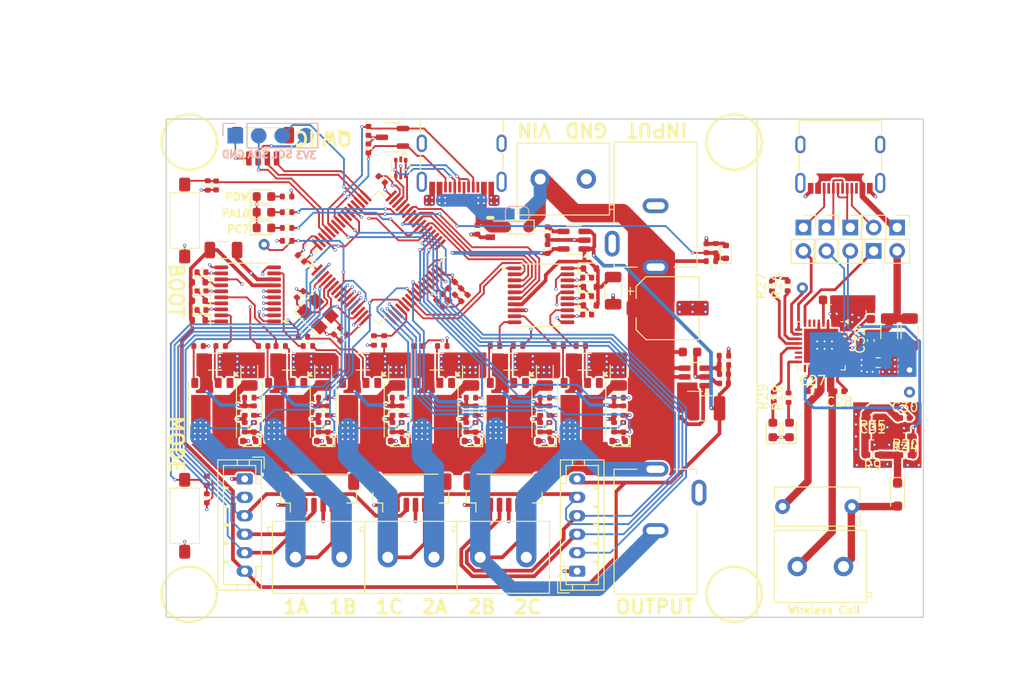
<source format=kicad_pcb>
(kicad_pcb (version 20240108) (generator "pcbnew") (generator_version "8.0")
  (layers (0 "F.Cu" jumper) (1 "In1.Cu" signal) (2 "In2.Cu" signal) (31 "B.Cu" signal) (34 "B.Paste" user) (35 "F.Paste" user) (36 "B.SilkS" user "B.Silkscreen") (37 "F.SilkS" user "F.Silkscreen") (38 "B.Mask" user) (39 "F.Mask" user) (44 "Edge.Cuts" user))
  (net 0 "")
  (net 1 "Net-(D4-K)")
  (net 2 "Net-(D5-K)")
  (net 3 "VCC")
  (net 4 "/IE-FETS-1A/SHx")
  (net 5 "/IE-FETS-1B/SHx")
  (net 6 "Net-(D6-K)")
  (net 7 "Net-(U3-BP)")
  (net 8 "Net-(U1-LX)")
  (net 9 "Net-(U1-BS)")
  (net 10 "BOOT")
  (net 11 "Net-(U1-FB)")
  (net 12 "Net-(D15-K)")
  (net 13 "/IE-FETS-1C/SHx")
  (net 14 "/IE-FETS-2A/SHx")
  (net 15 "Net-(D16-K)")
  (net 16 "/IE-FETS-2B/SHx")
  (net 17 "Net-(D17-K)")
  (net 18 "sVLT_VRAW")
  (net 19 "GND")
  (net 20 "+3V3")
  (net 21 "+5V")
  (net 22 "Net-(U4-PF0)")
  (net 23 "Net-(U4-PF1)")
  (net 24 "/IE-FETS-2C/SHx")
  (net 25 "USER1")
  (net 26 "sVLT_1A")
  (net 27 "sVLT_2A")
  (net 28 "sVLT_2B")
  (net 29 "sVLT_2C")
  (net 30 "/V_USB")
  (net 31 "Net-(D9-A)")
  (net 32 "Net-(D10-A)")
  (net 33 "CC1")
  (net 34 "CC2")
  (net 35 "Net-(D14-K)")
  (net 36 "Net-(D14-A)")
  (net 37 "Net-(D7-A)")
  (net 38 "STM_LED2")
  (net 39 "Net-(JP4-B)")
  (net 40 "Net-(D83-A)")
  (net 41 "Net-(D84-A)")
  (net 42 "Net-(JP4-A)")
  (net 43 "Net-(JP5-A)")
  (net 44 "Net-(JP5-B)")
  (net 45 "Net-(J6-Pin_1)")
  (net 46 "Qi_CC2")
  (net 47 "Net-(JP1-B)")
  (net 49 "Net-(U4-PG10)")
  (net 50 "Net-(JP6-A)")
  (net 51 "Net-(Q1-G2)")
  (net 52 "Net-(Q1-S2)")
  (net 53 "Net-(Q1-G1)")
  (net 54 "Net-(Q2-G2)")
  (net 55 "Net-(Q2-S2)")
  (net 56 "Net-(Q2-G1)")
  (net 58 "Net-(Q3-S2)")
  (net 60 "Net-(Q3-G2)")
  (net 61 "Net-(Q3-G1)")
  (net 62 "Net-(Q4-G1)")
  (net 64 "Net-(Q4-S2)")
  (net 65 "Qi_CC1")
  (net 67 "Net-(JP7-B)")
  (net 70 "Net-(U11-NTC)")
  (net 71 "Net-(U11-LOSS_THR)")
  (net 72 "STM_LED1")
  (net 73 "OPAMP3_VOUT")
  (net 75 "/PGND")
  (net 76 "Net-(Q4-G2)")
  (net 77 "Net-(Q5-G1)")
  (net 79 "Net-(Q5-G2)")
  (net 80 "Net-(Q5-S2)")
  (net 81 "Net-(Q6-S2)")
  (net 84 "Net-(U11-DEBUG)")
  (net 89 "SWDIO")
  (net 90 "SWCLK")
  (net 91 "USB_D+")
  (net 92 "USB_D-")
  (net 95 "Net-(U11-BST2)")
  (net 96 "Net-(C27-Pad2)")
  (net 97 "Net-(U11-VCC)")
  (net 98 "V_DETECT")
  (net 102 "Net-(U11-BST1)")
  (net 104 "Net-(U11-LED1)")
  (net 105 "Net-(U11-LED2)")
  (net 108 "V_DECODE")
  (net 109 "OPAMP5_V+")
  (net 110 "ENC_2C")
  (net 111 "OPAMP5_VOUT")
  (net 112 "ENC_1C")
  (net 113 "OPAMP2_VOUT")
  (net 114 "OPAMP1_V+")
  (net 115 "SDA")
  (net 116 "SCL")
  (net 117 "Net-(Q6-G1)")
  (net 118 "Net-(C30-Pad1)")
  (net 119 "OPAMP2_V+")
  (net 120 "/V_QI_USB")
  (net 124 "Net-(Q6-G2)")
  (net 125 "/IE-FETS-2B/GHx")
  (net 126 "OPAMP1_VOUT")
  (net 127 "ENC_1A")
  (net 128 "ENC_2A")
  (net 129 "OPAMP3_V+")
  (net 130 "OPAMP6_VOUT")
  (net 131 "OPAMP4_VOUT")
  (net 132 "ENC_2B")
  (net 133 "OPAMP4_V+")
  (net 134 "ENC_1B")
  (net 135 "/IE-FETS-2B/GLx")
  (net 136 "/IE-FETS-2A/GHx")
  (net 137 "/IE-FETS-2A/GLx")
  (net 138 "/IE-FETS-2C/GHx")
  (net 140 "/IE-FETS-2C/GLx")
  (net 141 "/IE-FETS-1A/GHx")
  (net 142 "/IE-FETS-1A/GLx")
  (net 143 "/IE-FETS-1B/GHx")
  (net 144 "/IE-FETS-1B/GLx")
  (net 145 "/IE-FETS-1C/GHx")
  (net 146 "/IE-FETS-1C/GLx")
  (net 147 "IN_L_1C")
  (net 148 "IN_L_1A")
  (net 149 "IN_L_1B")
  (net 150 "IN_H_1A")
  (net 151 "IN_H_1C")
  (net 152 "IN_H_1B")
  (net 153 "IN_L_2A")
  (net 154 "IN_L_2B")
  (net 155 "IN_H_2C")
  (net 156 "IN_H_2B")
  (net 157 "IN_L_2C")
  (net 158 "IN_H_2A")
  (net 159 "sVLT_1B")
  (net 160 "sVLT_1C")
  (net 161 "Net-(U4-VDDA)")
  (net 162 "TEMP_2")
  (footprint "Capacitor_SMD:C_0402_1005Metric" (layer "F.Cu") (at 48 5.4)
    (property "Reference" "C30")
    (property "Value" "15nF")
  )
  (footprint "AlfredoFootprints:DFN-8-2EP_6x5mm" (layer "F.Cu") (at -19 4.5 -90)
    (property "Reference" "Q1" (hide yes))
    (property "Value" "~")
  )
  (footprint "AlfredoFootprints:TGD_MountingHole" (layer "F.Cu") (at -29.5 24.5)
    (property "Reference" "H3" (hide yes))
    (property "Value" "MountingHole")
  )
  (footprint "Capacitor_SMD:C_0402_1005Metric" (layer "F.Cu") (at -2.4 -7.7 -135)
    (property "Reference" "C22" (hide yes))
    (property "Value" "10nF, 6.3V" (hide yes))
  )
  (footprint "Capacitor_SMD:C_0402_1005Metric" (layer "F.Cu") (at 40.9 2.5 180)
    (property "Reference" "C28")
    (property "Value" "100nF, 50V")
  )
  (footprint "Capacitor_SMD:C_0402_1005Metric" (layer "F.Cu") (at -26.6 -19.8 -90)
    (property "Reference" "C23" (hide yes))
    (property "Value" "100nF, 50V")
  )
  (footprint "Connector_JST:JST_PH_B6B-PH-K_1x06_P2.00mm_Vertical" (layer "F.Cu") (at 12.5 17 90)
    (property "Reference" "J8" (hide yes))
    (property "Value" "Conn_01x06" (hide yes))
  )
  (footprint "Resistor_SMD:R_0402_1005Metric" (layer "F.Cu") (at 6.1 -2.4)
    (property "Reference" "R1" (hide yes))
    (property "Value" "10R")
  )
  (footprint "LED_SMD:LED_0603_1608Metric" (layer "F.Cu") (at 33.7 6.7 90)
    (property "Reference" "D10" (hide yes))
    (property "Value" "LED_Green" (hide yes))
  )
  (footprint "LED_SMD:LED_0603_1608Metric" (layer "F.Cu") (at -21.4125 -15.2)
    (property "Reference" "D7" (hide yes))
    (property "Value" "LED_RED")
  )
  (footprint "AlfredoFootprints:JST_SH_1x06_Vertical" (layer "F.Cu") (at 4.6 13.5)
    (property "Reference" "J12" (hide yes))
    (property "Value" "JST SR/SZ" (hide yes))
  )
  (footprint "Resistor_SMD:R_0402_1005Metric" (layer "F.Cu") (at 16.5 6.4 -90)
    (property "Reference" "R65" (hide yes))
    (property "Value" "2K2")
  )
  (footprint "Capacitor_SMD:C_1206_3216Metric" (layer "F.Cu") (at 1 0.4 90)
    (property "Reference" "C41" (hide yes))
    (property "Value" "4.7uF, 50V")
  )
  (footprint "Resistor_SMD:R_0402_1005Metric" (layer "F.Cu") (at -23.5 6.4 -90)
    (property "Reference" "R18" (hide yes))
    (property "Value" "2K2")
  )
  (footprint "Resistor_SMD:R_0402_1005Metric" (layer "F.Cu") (at -26.1 -2.4)
    (property "Reference" "R11" (hide yes))
    (property "Value" "10R")
  )
  (footprint "Connector_PinSocket_2.54mm:PinSocket_1x02_P2.54mm_Vertical" (layer "F.Cu") (at 37 -15.24)
    (property "Reference" "JP6" (hide yes))
    (property "Value" "Qi_CC2")
  )
  (footprint "AlfredoFootprints:DFN-8-2EP_6x5mm" (layer "F.Cu") (at 5 4.5 -90)
    (property "Reference" "Q5" (hide yes))
    (property "Value" "~")
  )
  (footprint "Capacitor_SMD:C_0402_1005Metric" (layer "F.Cu") (at 26.5 -13 90)
    (property "Reference" "C42" (hide yes))
    (property "Value" "100nF, 50V" (hide yes))
  )
  (footprint "Resistor_SMD:R_0402_1005Metric" (layer "F.Cu") (at 0.5 6.4 -90)
    (property "Reference" "R49" (hide yes))
    (property "Value" "2K2")
  )
  (footprint "AlfredoFootprints:DFN-8-2EP_6x5mm" (layer "F.Cu") (at 13 4.5 -90)
    (property "Reference" "Q6" (hide yes))
    (property "Value" "~")
  )
  (footprint "Connector_PinSocket_2.54mm:PinSocket_1x02_P2.54mm_Vertical" (layer "F.Cu") (at 39.5 -15.24)
    (property "Reference" "JP5" (hide yes))
    (property "Value" "Qi_D+")
  )
  (footprint "Capacitor_SMD:C_0402_1005Metric" (layer "F.Cu") (at -12.8 -3.3 -135)
    (property "Reference" "C9" (hide yes))
    (property "Value" "100nF, 50V" (hide yes))
  )
  (footprint "Resistor_SMD:R_0402_1005Metric" (layer "F.Cu") (at 44.5 7.4)
    (property "Reference" "R35")
    (property "Value" "33K")
  )
  (footprint "Capacitor_SMD:C_0402_1005Metric" (layer "F.Cu") (at 44.3 -3 90)
    (property "Reference" "C32")
    (property "Value" "100nF, 50V")
  )
  (footprint "Connector_PinSocket_2.54mm:PinSocket_1x02_P2.54mm_Vertical" (layer "F.Cu") (at 47.16 -15.24)
    (property "Reference" "JP1" (hide yes))
    (property "Value" "Qi_Enable")
  )
  (footprint "Connector_JST:JST_SH_BM04B-SRSS-TB_1x04-1MP_P1.00mm_Vertical" (layer "F.Cu") (at -21.55 -24.05)
    (property "Reference" "U5" (hide yes))
    (property "Value" "Qwiic1")
  )
  (footprint "Resistor_SMD:R_0402_1005Metric" (layer "F.Cu") (at -6.5 4.6 90)
    (property "Reference" "R50" (hide yes))
    (property "Value" "22K")
  )
  (footprint "Resistor_SMD:R_0402_1005Metric" (layer "F.Cu") (at 17.5 4.6 90)
    (property "Reference" "R62" (hide yes))
    (property "Value" "22K")
  )
  (footprint "Resistor_SMD:R_0402_1005Metric" (layer "F.Cu") (at 10.5 -2.4 180)
    (property "Reference" "R10" (hide yes))
    (property "Value" "10R")
  )
  (footprint "Diode_SMD:D_SOD-523" (layer "F.Cu") (at -28.48 -5.2 180)
    (property "Reference" "D4" (hide yes))
    (property "Value" "SDM20U40-7" (hide yes))
  )
  (footprint "Resistor_SMD:R_1206_3216Metric" (layer "F.Cu") (at 5.3 -0.7)
    (property "Reference" "R52" (hide yes))
    (property "Value" "2mR")
  )
  (footprint "Capacitor_SMD:C_0402_1005Metric" (layer "F.Cu") (at -17.4 -11.9 135)
    (property "Reference" "C8" (hide yes))
    (property "Value" "100nF, 50V" (hide yes))
  )
  (footprint "AlfredoFootprints:button-3.6x6mm" (layer "F.Cu") (at -30 -16 90)
    (property "Reference" "SW2" (hide yes))
    (property "Value" "boot-red")
  )
  (footprint "LED_SMD:LED_0603_1608Metric" (layer "F.Cu") (at -21.4125 -16.9)
    (property "Reference" "D84" (hide yes))
    (property "Value" "LED_Green" (hide yes))
  )
  (footprint "Resistor_SMD:R_1206_3216Metric" (layer "F.Cu") (at -10.7 -0.7)
    (property "Reference" "R39" (hide yes))
    (property "Value" "2mR")
  )
  (footprint "AlfredoFootprints:TGD_MountingHole" (layer "F.Cu") (at 29.5 24.5)
    (property "Reference" "H1" (hide yes))
    (property "Value" "MountingHole" (hide yes))
  )
  (footprint "AlfredoFootprints:TGD_MountingHole" (layer "F.Cu") (at 29.5 -24.5)
    (property "Reference" "H4" (hide yes))
    (property "Value" "MountingHole" (hide yes))
  )
  (footprint "Resistor_SMD:R_0402_1005Metric" (layer "F.Cu") (at 1.5 4.6 90)
    (property "Reference" "R46" (hide yes))
    (property "Value" "22K")
  )
  (footprint "Resistor_SMD:R_0402_1005Metric" (layer "F.Cu") (at 27.5 -13 -90)
    (property "Reference" "R42" (hide yes))
    (property "Value" "2K2" (hide yes))
  )
  (footprint "Resistor_SMD:R_0402_1005Metric" (layer "F.Cu") (at -18.9125 -15.2 180)
    (property "Reference" "R5" (hide yes))
    (property "Value" "1K")
  )
  (footprint "AlfredoFootprints:D_SOD-323" (layer "F.Cu") (at 47.2 13.7 -90)
    (property "Reference" "D14" (hide yes))
    (property "Value" "1N5819" (hide yes))
  )
  (footprint "Capacitor_SMD:C_0402_1005Metric" (layer "F.Cu") (at -28.18 -10.4)
    (property "Reference" "C6" (hide yes))
    (property "Value" "1uF" (hide yes))
  )
  (footprint "AlfredoFootprints:button-3.6x6mm" (layer "F.Cu") (at -30 16 90)
    (property "Reference" "SW3" (hide yes))
    (property "Value" "user1-white")
  )
  (footprint "Capacitor_SMD:C_0402_1005Metric" (layer "F.Cu") (at -0.4 -8.3 -135)
    (property "Reference" "C20" (hide yes))
    (property "Value" "2.2uF, 10V" (hide yes))
  )
  (footprint "Package_QFP:LQFP-64_10x10mm_P0.5mm" (layer "F.Cu") (at -9 -12 45)
    (property "Reference" "U4" (hide yes))
    (property "Value" "STM32G474RETx")
  )
  (footprint "Capacitor_SMD:C_0402_1005Metric" (layer "F.Cu") (at 0.3 -7.6 -135)
    (property "Reference" "C46" (hide yes))
    (property "Value" "100nF, 50V")
  )
  (footprint "LED_SMD:LED_0603_1608Metric" (layer "F.Cu") (at 35.5 6.7 90)
    (property "Reference" "D9" (hide yes))
    (property "Value" "LED_Red" (hide yes))
  )
  (footprint "Capacitor_SMD:C_0402_1005Metric" (layer "F.Cu") (at -1.7 -7 -135)
    (property "Reference" "C21" (hide yes))
    (property "Value" "1uF" (hide yes))
  )
  (footprint "Diode_SMD:D_SOD-523" (layer "F.Cu") (at 13.8875 -6.8)
    (property "Reference" "D17" (hide yes))
    (property "Value" "SDM20U40-7" (hide yes))
  )
  (footprint "Capacitor_SMD:C_0402_1005Metric" (layer "F.Cu") (at -28.18 -8.4)
    (property "Reference" "C5" (hide yes))
    (property "Value" "1uF" (hide yes))
  )
  (footprint "AlfredoFootprints:DFN-8-2EP_6x5mm" (layer "F.Cu") (at -27 4.5 -90)
    (property "Reference" "Q4" (hide yes))
    (property "Value" "~")
  )
  (footprint "AlfredoFootprints:TerminalBlock_Ningbo_2P_5mm" (layer "F.Cu") (at 11 -20.5)
    (property "Reference" "J7" (hide yes))
    (property "Value" "VIN_TERMINAL" (hide yes))
  )
  (footprint "Capacitor_SMD:C_1206_3216Metric" (layer "F.Cu") (at -15 0.4 90)
    (property "Reference" "C2" (hide yes))
    (property "Value" "4.7uF, 50V")
  )
  (footprint "Resistor_SMD:R_0402_1005Metric" (layer "F.Cu") (at -7 3.2)
    (property "Reference" "R58" (hide yes))
    (property "Value" "2K2")
  )
  (footprint "Capacitor_SMD:C_0402_1005Metric" (layer "F.Cu") (at -10.1 -23.82 90)
    (property "Reference" "C24" (hide yes))
    (property "Value" "390pF" (hide yes))
  )
  (footprint "Capacitor_SMD:C_0402_1005Metric" (layer "F.Cu") (at 9.3 -14.82 90)
    (property "Reference" "C11" (hide yes))
    (property "Value" "10nF, 6.3V" (hide yes))
  )
  (footprint "Resistor_SMD:R_0402_1005Metric" (layer "F.Cu") (at -15.5 6.4 -90)
    (property "Reference" "R36" (hide yes))
    (property "Value" "2K2")
  )
  (footprint "AlfredoFootprints:D_SOD-323" (layer "F.Cu") (at 6 -15.3 180)
    (property "Reference" "D8" (hide yes))
    (property "Value" "1N5819" (hide yes))
  )
  (footprint "Resistor_SMD:R_0402_1005Metric" (layer "F.Cu") (at -22.5 6.4 90)
    (property "Reference" "R17" (hide yes))
    (property "Value" "15K")
  )
  (footprint "Diode_SMD:D_SOD-523" (layer "F.Cu") (at 9 7.9 180)
    (property "Reference" "D19" (hide yes))
    (property "Value" "Z3V3")
  )
  (footprint "Resistor_SMD:R_0402_1005Metric" (layer "F.Cu") (at -18.9 -13.8 180)
    (property "Reference" "R8" (hide yes))
    (property "Value" "1K" (hide yes))
  )
  (footprint "Resistor_SMD:R_0402_1005Metric" (layer "F.Cu") (at 48 7.4 180)
    (property "Reference" "R34")
    (property "Value" "10K")
  )
  (footprint "Diode_SMD:D_SOD-523" (layer "F.Cu") (at 17 7.9 180)
    (property "Reference" "D20" (hide yes))
    (property "Value" "Z3V3")
  )
  (footprint "Capacitor_SMD:C_0402_1005Metric" (layer "F.Cu") (at -28.18 -6.3)
    (property "Reference" "C4" (hide yes))
    (property "Value" "1uF" (hide yes))
  )
  (footprint "Resistor_SMD:R_0402_1005Metric" (layer "F.Cu") (at 28.4025 -1.35)
    (property "Reference" "R300" (hide yes))
    (property "Value" "13K" (hide yes))
  )
  (footprint "Diode_SMD:D_SOD-523" (layer "F.Cu") (at 1 7.9 180)
    (property "Reference" "D18" (hide yes))
    (property "Value" "Z3V3")
  )
  (footprint "Resistor_SMD:R_0402_1005Metric" (layer "F.Cu") (at 16.5 4.6 -90)
    (property "Reference" "R63" (hide yes))
    (property "Value" "2K2")
  )
  (footprint "Resistor_SMD:R_0402_1005Metric" (layer "F.Cu") (at 48.055 9.425)
    (property "Reference" "R20")
    (property "Value" "100K")
  )
  (footprint "Capacitor_SMD:C_0402_1005Metric" (layer "F.Cu") (at -27.6 14.1 -90)
    (property "Reference" "C45" (hide yes))
    (property "Value" "100nF, 50V")
  )
  (footprint "Capacitor_SMD:C_0402_1005Metric" (layer "F.Cu") (at 23.7225 4.85 -90)
    (property "Reference" "C900" (hide yes))
    (property "Value" "100nF, 50V" (hide yes))
  )
  (footprint "Resistor_SMD:R_0402_1005Metric" (layer "F.Cu") (at 9.5 6.4 90)
    (property "Reference" "R56" (hide yes))
    (property "Value" "15K")
  )
  (footprint "Diode_SMD:D_SOD-523" (layer "F.Cu") (at -15 7.9 180)
    (property "Reference" "D2" (hide yes))
    (property "Value" "Z3V3")
  )
  (footprint "Resistor_SMD:R_0402_1005Metric" (layer "F.Cu") (at 1 3.2)
    (property "Reference" "R45" (hide yes))
    (property "Value" "2K2")
  )
  (footprint "AlfredoFootprints:TerminalBlock_Ningbo_2P_5mm" (layer "F.Cu") (at -5.5 20.5 180)
    (property "Reference" "J3" (hide yes))
    (property "Value" "Screw_Terminal_01x02" (hide yes))
  )
  (footprint "Resistor_SMD:R_0402_1005Metric" (layer "F.Cu") (at -9.5 -3 90)
    (property "Reference" "R40" (hide yes))
    (property "Value" "20K" (hide yes))
  )
  (footprint "AlfredoFootprints:GE_TestPoint_Loop" (layer "F.Cu") (at 48.5 2.6)
    (property "Reference" "TP1" (hide yes))
    (property "Value" "GND" (hide yes))
  )
  (footprint "Capacitor_SMD:C_1206_3216Metric" (layer "F.Cu") (at -7 0.4 90)
    (property "Reference" "C3" (hide yes))
    (property "Value" "4.7uF, 50V")
  )
  (footprint "Capacitor_SMD:C_0402_1005Metric" (layer "F.Cu") (at 13.5875 -9.8 180)
    (property "Reference" "C38" (hide yes))
    (property "Value" "1uF" (hide yes))
  )
  (footprint "Package_SO:TSSOP-20_4.4x6.5mm_P0.65mm" (layer "F.Cu") (at -23.18 -8 180)
    (property "Reference" "U2" (hide yes))
    (property "Value" "FD8288T (DRV8300)" (hide yes))
  )
  (footprint "Package_TO_SOT_SMD:SOT-666" (layer "F.Cu") (at -6.6 -21.7 90)
    (property "Reference" "U10" (hide yes))
    (property "Value" "USBLC6-2P6" (hide yes))
  )
  (footprint "Resistor_SMD:R_0402_1005Metric" (layer "F.Cu") (at -7.5 6.4 -90)
    (property "Reference" "R66" (hide yes))
    (property "Value" "2K2")
  )
  (footprint "Resistor_SMD:R_0402_1005Metric" (layer "F.Cu") (at -28.5 -2.4)
    (property "Reference" "R12" (hide yes))
    (property "Value" "10R")
  )
  (footprint "Resistor_SMD:R_0402_1005Metric" (layer "F.Cu") (at 17.5 6.4 90)
    (property "Reference" "R64" (hide yes))
    (property "Value" "15K")
  )
  (footprint "Resistor_SMD:R_0402_1005Metric" (layer "F.Cu") (at 8.5 6.4 -90)
    (property "Reference" "R57" (hide yes))
    (property "Value" "2K2")
  )
  (footprint "Package_SO:TSSOP-20_4.4x6.5mm_P0.65mm" (layer "F.Cu") (at 8.5875 -7.9)
    (property "Reference" "U12" (hide yes))
    (property "Value" "FD8288T (DRV8300)" (hide yes))
  )
  (footprint "AlfredoFootprints:JST_SH_1x06_Vertical" (layer "F.Cu") (at -15.5 13.5)
    (property "Reference" "J9" (hide yes))
    (property "Value" "JST SR/SZ" (hide yes))
  )
  (footprint "Resistor_SMD:R_0402_1005Metric" (layer "F.Cu") (at 9 3.2)
    (property "Reference" "R53" (hide yes))
    (property "Value" "2K2")
  )
  (footprint "Resistor_SMD:R_0402_1005Metric" (layer "F.Cu") (at 1.5 6.4 90)
    (property "Reference" "R48" (hide yes))
    (property "Value" "15K")
  )
  (footprint "Capacitor_SMD:C_1206_3216Metric" (layer "F.Cu") (at -25.8 -12.8)
    (property "Reference" "C10" (hide yes))
    (property "Value" "10uF, 50V" (hide yes))
  )
  (footprint "Resistor_SMD:R_1206_3216Metric" (layer "F.Cu") (at -2.7 -0.7)
    (property "Reference" "R44" (hide yes))
    (property "Value" "2mR")
  )
  (footprint "Resistor_SMD:R_1206_3216Metric" (layer "F.Cu") (at 13.3 -0.7)
    (property "Reference" "R60" (hide yes))
    (property "Value" "2mR")
  )
  (footprint "Connector_PinSocket_2.54mm:PinSocket_1x02_P2.54mm_Vertical" (layer "F.Cu") (at 42.08 -15.24)
    (property "Reference" "JP4" (hide yes))
    (property "Value" "Qi_D-")
  )
  (footprint "AlfredoFootprints:DFN1610-2" (layer "F.Cu") (at 3.1 -14.8)
    (property "Reference" "D13" (hide yes))
    (property "Value" "ESDA25P35-1U1M" (hide yes))
  )
  (footprint "Resistor_SMD:R_0402_1005Metric" (layer "F.Cu") (at 27 -11.6 180)
    (property "Reference" "R43" (hide yes))
    (property "Value" "15K" (hide yes))
  )
  (footprint "AlfredoFootprints:GE_TestPoint_Loop" (layer "F.Cu") (at 48.5 0.2)
    (property "Reference" "TP2" (hide yes))
    (property "Value" "QI_PGND")
  )
  (footprint "Diode_SMD:D_SOD-523" (layer "F.Cu") (at 13.8875 -8.8)
    (property "Reference" "D16" (hide yes))
    (property "Value" "SDM20U40-7" (hide yes))
  )
  (footprint "Resistor_SMD:R_0402_1005Metric" (layer "F.Cu") (at 17 3.2)
    (property "Reference" "R61" (hide yes))
    (property "Value" "2K2")
  )
  (footprint "Capacitor_SMD:C_1206_3216Metric" (layer "F.Cu") (at 46.3 -3.9 90)
    (property "Reference" "C34" (hide yes))
    (property "Value" "10uF, 50V")
  )
  (footprint "Resistor_SMD:R_0402_1005Metric" (layer "F.Cu") (at 0.5 4.6 -90)
    (property "Reference" "R47" (hide yes))
    (property "Value" "2K2")
  )
  (footprint "AlfredoFootprints:TerminalBlock_Ningbo_2P_5mm" (layer "F.Cu") (at -15.5 20.5 180)
    (property "Reference" "J2" (hide yes))
    (property "Value" "Screw_Terminal_01x02" (hide yes))
  )
  (footprint "Resistor_SMD:R_0402_1005Metric" (layer "F.Cu") (at 9.5 4.6 90)
    (property "Reference" "R54" (hide yes))
    (property "Value" "22K")
  )
  (footprint "Resistor_SMD:R_0402_1005Metric" (layer "F.Cu") (at -14.5 6.4 90)
    (property "Reference" "R32" (hide yes))
    (property "Value" "15K")
  )
  (footprint "Capacitor_SMD:C_0603_1608Metric" (layer "F.Cu") (at 44.3 -6.1 -90)
    (property "Reference" "C36" (hide yes))
    (property "Value" "2.2uF, 50V" (hide yes))
  )
  (footprint "AlfredoFootprints:DC-005C_1" (layer "F.Cu") (at 21 24.5 90)
    (property "Reference" "J11" (hide yes))
    (property "Value" "Barrel_Jack" (hide yes))
  )
  (footprint "Capacitor_SMD:C_0402_1005Metric" (layer "F.Cu") (at 13.5875 -7.8 180)
    (property "Reference" "C39" (hide yes))
    (property "Value" "1uF" (hide yes))
  )
  (footprint "Resistor_SMD:R_0402_1005Metric" (layer "F.Cu") (at 3.6 -2.4)
    (property "Reference" "R3" (hide yes))
    (property "Value" "10R")
  )
  (footprint "AlfredoFootprints:DFN-8-2EP_6x5mm" (layer "F.Cu") (at -3 4.5 -90)
    (property "Reference" "Q3" (hide yes))
    (property "Value" "~")
  )
  (footprint "Resistor_SMD:R_0402_1005Metric" (layer "F.Cu") (at -23.5 4.6 -90)
    (property "Reference" "R15" (hide yes))
    (property "Value" "2K2")
  )
  (footprint "Resistor_SMD:R_0402_1005Metric" (layer "F.Cu") (at -15 3.2)
    (property "Reference" "R25" (hide yes))
    (property "Value" "2K2")
  )
  (footprint "LED_SMD:LED_0603_1608Metric" (layer "F.Cu") (at -21.4125 -18.6)
    (property "Reference" "D83" (hide yes))
    (property "Value" "LED_Blue" (hide yes))
  )
  (footprint "Connector_JST:JST_PH_B6B-PH-K_1x06_P2.00mm_Vertical" (layer "F.Cu") (at -23.5 17 -90)
    (property "Reference" "J5" (hide yes))
    (property "Value" "Conn_01x06" (hide yes))
  )
  (footprint "Diode_SMD:D_SOD-523" (layer "F.Cu") (at 13.8875 -10.8)
    (property "Reference" "D15" (hide yes))
    (property "Value" "SDM20U40-7" (hide yes))
  )
  (footprint "Resistor_SMD:R_1206_3216Metric" (layer "F.Cu") (at -18.7 -0.7)
    (property "Reference" "R22" (hide yes))
    (property "Value" "2mR")
  )
  (footprint "Capacitor_SMD:C_1206_3216Metric" (layer "F.Cu") (at 17 0.4 90)
    (property "Reference" "C44" (hide yes))
    (property "Value" "4.7uF, 50V")
  )
  (footprint "Resistor_SMD:R_0402_1005Metric" (layer "F.Cu") (at -6.5 6.4 90)
    (property "Reference" "R59" (hide yes))
    (property "Value" "15K")
  )
  (footprint "Resistor_SMD:R_0402_1005Metric" (layer "F.Cu") (at 33.6 -8.9 90)
    (property "Reference" "R27")
    (property "Value" "100K")
  )
  (footprint "Resistor_SMD:R_0402_1005Metric" (layer "F.Cu") (at -17.2 -3.4 180)
    (property "Reference" "R37" (hide yes))
    (property "Value" "10R")
  )
  (footprint "Resistor_SMD:R_0402_1005Metric" (layer "F.Cu") (at -14.5 4.6 90)
    (property "Reference" "R23" (hide yes))
    (property "Value" "22K")
  )
  (footprint "Capacitor_SMD:C_0402_1005Metric" (layer "F.Cu") (at 28.4025 1.65)
    (property "Reference" "C14" (hide yes))
    (property "Value" "2.2uF, 10V" (hide yes))
  )
  (footprint "Package_DFN_QFN:QFN-32-1EP_5x5mm_P0.5mm_EP3.7x3.7mm" (layer "F.Cu") (at 38.925 -2.425 -90)
    (property "Reference" "U11" (hide yes))
    (property "Value" "IP6826" (hide yes))
  )
  (footprint "Capacitor_SMD:C_0402_1005Metric" (layer "F.Cu") (at 9.3 -12.92 -90)
    (property "Reference" "C13" (hide yes))
    (property "Value" "2.2uF, 10V" (hide yes))
  )
  (footprint "Diode_SMD:D_SOD-523" (layer "F.Cu") (at 28.6 -12.6 90)
    (property "Reference" "D42" (hide yes))
    (property "Value" "Z3V3")
  )
  (footprint "Resistor_SMD:R_0402_1005Metric" (layer "F.Cu") (at -7.5 4.6 -90)
    (property "Reference" "R51" (hide yes))
    (property "Value" "2K2")
  )
  (footprint "AlfredoFootprints:TerminalBlock_Ningbo_2P_5mm" (layer "F.Cu") (at 4.5 20.5 180)
    (property "Reference" "J4" (hide yes))
    (property "Value" "Screw_Terminal_01x02" (hide yes))
  )
  (footprint "Resistor_SMD:R_0402_1005Metric" (layer "F.Cu") (at -16.65 -2.4 180)
    (property "Reference" "R38" (hide yes))
    (property "Value" "10R")
  )
  (footprint "Resistor_SMD:R_0402_1005Metric" (layer "F.Cu") (at -2.1 -2.4)
    (property "Reference" "R4" (hide yes))
    (property "Value" "10R")
  )
  (footprint "Diode_SMD:D_SOD-523" (layer "F.Cu") (at -28.48 -9.3 180)
    (property "Reference" "D6" (hide yes))
    (property "Value" "SDM20U40-7" (hide yes))
  )
  (footprint "AlfredoFootprints:TerminalBlock_Ningbo_2P_5mm" (layer "F.Cu") (at 38.85 21.5)
    (property "Reference" "J6" (hide yes))
    (property "Value" "Wireless Coil" (hide yes))
  )
  (footprint "Diode_SMD:D_SOD-523" (layer "F.Cu") (at -7 7.9 180)
    (property "Reference" "D3" (hide yes))
    (property "Value" "Z3V3")
  )
  (footprint "Resistor_SMD:R_0402_1005Metric" (layer "F.Cu") (at -4.7 -2.4)
    (property "Reference" "R6" (hide yes))
    (property "Value" "10R")
  )
  (footprint "Resistor_SMD:R_0402_1005Metric" (layer "F.Cu") (at -8.4 -3 -90)
    (property "Reference" "R41" (hide yes))
    (property "Value" "10K NTC" (hide yes))
  )
  (footprint "Capacitor_SMD:C_0603_1608Metric" (layer "F.Cu") (at 39.9 -7.4 180)
    (property "Reference" "C35" (hide yes))
    (property "Value" "2.2uF, 50V" (hide yes))
  )
  (footprint "Resistor_SMD:R_0402_1005Metric" (layer "F.Cu") (at -18.9125 -16.9 180)
    (property "Reference" "R31" (hide yes))
    (property "Value" "1K" (hide yes))
  )
  (footprint "Capacitor_SMD:C_1206_3216Metric" (layer "F.Cu") (at 9 0.4 90)
    (property "Reference" "C43" (hide yes))
    (property "Value" "4.7uF, 50V")
  )
  (footprint "Resistor_SMD:R_0402_1005Metric" (layer "F.Cu") (at -27.6 12.2 90)
    (property "Reference" "R67" (hide yes))
    (property "Value" "1K")
  )
  (footprint "Resistor_SMD:R_0402_1005Metric" (layer "F.Cu") (at -19.6 -2.4 180)
    (property "Reference" "R19" (hide yes))
    (property "Value" "10R")
  )
  (footprint "Crystal:Crystal_SMD_3225-4Pin_3.2x2.5mm" (layer "F.Cu") (at -15.6 -5.9 -45)
    (property "Reference" "U8" (hide yes))
    (property "Value" "ABM3B-8.000MHZ")
  )
  (footprint "Capacitor_SMD:C_0402_1005Metric" (layer "F.Cu") (at -17.5 -8 -135)
    (property "Reference" "C15" (hide yes))
    (property "Value" "15pF, 50V" (hide yes))
  )
  (footprint "AlfredoFootprints:GE_TestPoint_Loop" (layer "F.Cu") (at -21.4 -13.4)
    (property "Reference" "TP3" (hide yes))
    (property "Value" "RST")
  )
  (footprint "Capacitor_SMD:C_1206_3216Metric" (layer "F.Cu") (at 48.5 -3.9 90)
    (property "Reference" "C33" (hide yes))
    (property "Value" "10uF, 50V" (hide yes))
  )
  (footprint "Resistor_SMD:R_0603_1608Metric" (layer "F.Cu") (at 45.1 -0.6 180)
    (property "Reference" "R33" (hide yes))
    (property "Value" "20mR" (hide yes))
  )
  (footprint "AlfredoFootprints:GE_TestPoint_Loop" (layer "F.Cu") (at 36.9 -8.7)
    (property "Reference" "TP4" (hide yes))
    (property "Value" "TP_DEBUG" (hide yes))
  )
  (footprint "Package_TO_SOT_SMD:SOT-23-5" (layer "F.Cu") (at 12.1625 -13.87 180)
    (property "Reference" "U3" (hide yes))
    (property "Value" "SPX3819M5-L-3-3" (hide yes))
  )
  (footprint "AlfredoFootprints:DC-005C_1" (layer "F.Cu") (at 21 -24.5 -90)
    (property "Reference" "J10" (hide yes))
    (property "Value" "VIN_BARREL" (hide yes))
  )
  (footprint "Inductor_SMD:L_0402_1005Metric" (layer "F.Cu") (at -1.1 -9 -135)
    (property "Reference" "FB1" (hide yes))
    (property "Value" "BLM15BX601SN1D" (hide yes))
  )
  (footprint "Capacitor_SMD:C_0402_1005Metric" (layer "F.Cu") (at -10.1 -25.72 -90)
    (property "Reference" "C25" (hide yes))
    (property "Value" "390pF" (hide yes))
  )
  (footprint "Package_TO_SOT_SMD:TSOT-23-6" (layer "F.Cu") (at 25.2675 0.95 180)
    (property "Reference" "U1" (hide yes))
    (property "Value" "SY8113BADC" (hide yes))
  )
  (footprint "Capacitor_SMD:C_0402_1005Metric" (layer "F.Cu") (at -13.5 -4 45)
    (property "Reference" "C16" (hide yes))
    (property "Value" "15pF, 50V" (hide yes))
  )
  (footprint "Resistor_SMD:R_0402_1005Metric" (layer "F.Cu") (at 33.8 3.1 90)
    (property "Reference" "R29")
    (property "Value" "1K")
  )
  (footprint "Capacitor_SMD:C_1206_3216Metric" (layer "F.Cu") (at -23 0.4 90)
    (property "Reference" "C1" (hide yes))
    (property "Value" "4.7uF, 50V")
  )
  (footprint "AlfredoFootprints:DFN-8-2EP_6x5mm" (layer "F.Cu") (at -11 4.5 -90)
    (property "Reference" "Q2" (hide yes))
    (property "Value" "~")
  )
  (footprint "Capacitor_THT:C_Rect_L9.0mm_W4.0mm_P7.50mm_MKT" (layer "F.Cu") (at 42.25 15 180)
    (property "Reference" "C29" (hide yes))
    (property "Value" "250nF, 100V" (hide yes))
  )
  (footprint "Capacitor_SMD:C_0402_1005Metric" (layer "F.Cu") (at 28.4025 0.65)
    (property "Reference" "C12" (hide yes))
    (property "Value" "22pF" (hide yes))
  )
  (footprint "Inductor_SMD:L_1210_3225Metric" (layer "F.Cu") (at 26.5225 4.35)
    (property "Reference" "L1" (hide yes))
    (property "Value" "4.7uH" (hide yes))
  )
  (footprint "Resistor_SMD:R_0402_1005Metric" (layer "F.Cu") (at 35.4 3.2 90)
    (property "Reference" "R28")
    (property "Value" "1K")
  )
  (footprint "Capacitor_SMD:C_0402_1005Metric" (layer "F.Cu") (at 1.7 -15 -90)
    (property "Reference" "C26" (hide yes))
    (property "Value" "100nF, 50V" (hide yes))
  )
  (footprint "Resistor_SMD:R_0402_1005Metric" (layer "F.Cu") (at 8.5 4.6 -90)
    (property "Reference" "R55" (hide yes))
    (property "Value" "2K2")
  )
  (footprint "Resistor_SMD:R_0402_1005Metric" (layer "F.Cu") (at 35.3 -8.9 90)
    (property "Reference" "R26")
    (property "Value" "100K")
  )
  (footprint "Resistor_SMD:R_1206_3216Metric" (layer "F.Cu") (at -26.7 -0.7)
    (property "Reference" "R13" (hide yes))
    (property "Value" "2mR")
  )
  (footprint "Capacitor_SMD:C_0402_1005Metric" (layer "F.Cu") (at 44.5 5.4 180)
    (property "Reference" "C31")
    (property "Value" "15nF")
  )
  (footprint "Resistor_SMD:R_0402_1005Metric" (layer "F.Cu") (at -15.5 4.6 -90)
    (property "Reference" "R24" (hide yes))
    (property "Value" "2K2")
  )
  (footprint "Diode_SMD:D_SOD-523" (layer "F.Cu") (at -23 7.9 180)
    (property "Reference" "D1" (hide yes))
    (property "Value" "Z3V3")
  )
  (footprint "Package_TO_SOT_SMD:SOT-23-3" (layer "F.Cu") (at -7.5 -25.02 180)
    (property "Reference" "D11" (hide yes))
    (property "Value" "ESDA6V1L" (hide yes))
  )
  (footprint "Resistor_SMD:R_0402_1005Metric" (layer "F.Cu") (at 28.4025 -0.35 180)
    (property "Reference" "R200" (hide yes))
    (property "Value" "100K" (hide yes))
  )
  (footprint "Capacitor_SMD:C_0402_1005Metric" (layer "F.Cu") (at 38 2.5)
    (property "Reference" "C27")
    (property "Value" "100nF, 50V")
  )
  (footprint "Capacitor_SMD:C_0603_1608Metric" (layer "F.Cu") (at 24.7225 -1.75 180)
    (property "Reference" "C800" (hide yes))
    (property "Value" "2.2uF, 50V" (hide yes))
  )
  (footprint "AlfredoFootprints:JST_SH_1x06_Vertical" (layer "F.Cu") (at -5.5 13.5)
    (property "Reference" "J1" (hide yes))
    (property "Value" "JST SR/SZ" (hide yes))
  )
  (footprint "Capacitor_SMD:CP_Elec_6.3x7.7" (layer "F.Cu") (at 22.3 -6.5)
    (property "Reference" "C18" (hide yes))
    (property "Value" "220uF" (hide yes))
  )
  (footprint "Capacitor_SMD:C_0402_1005Metric" (layer "F.Cu") (at 13.5875 -5.8 180)
    (property "Reference" "C40" (hide yes))
    (property "Value" "1uF" (hide yes))
  )
  (footprint "Capacitor_SMD:C_0402_1005Metric" (layer "F.Cu") (at -8.660589 -20.460589 135)
    (property "Reference" "C7" (hide yes))
    (property "Value" "100nF, 50V" (hide yes))
  )
  (footprint "Diode_SMD:D_SOD-523" (layer "F.Cu") (at -28.48 -7.3 180)
    (property "Reference" "D5" (hide yes))
    (property "Value" "SDM20U40-7" (hide yes))
  )
  (footprint "Resistor_SMD:R_0402_1005Metric" (layer "F.Cu") (at -21.5 -2.4 180)
    (property "Reference" "R21" (hide yes))
    (property "Value" "10R")
  )
  (footprint "AlfredoFootprints:USB_TYPE-C-31-M-12" (layer "F.Cu") (at 41 -22 180)
    (property "Reference" "U6" (hide yes))
    (property "Value" "USB_C_Receptacle" (hide yes))
  )
  (footprint "Resistor_SMD:R_0402_1005Metric" (layer "F.Cu") (at -22.5 4.6 90)
    (property "Reference" "R14" (hide yes))
    (property "Value" "22K")
  )
  (footprint "Resistor_SMD:R_0402_1005Metric" (layer "F.Cu") (at 12.9 -2.4 180)
    (property "Reference" "R7" (hide yes))
    (property "Value" "10R")
  )
  (footprint "Resistor_SMD:R_0402_1005Metric" (layer "F.Cu") (at -27.5 -19.8 -90)
    (property "Reference" "R2" (hide yes))
    (property "Value" "1K")
  )
  (footprint "Resistor_SMD:R_0402_1005Metric" (layer "F.Cu") (at 44.5 9.4 180)
    (property "Reference" "R9")
    (property "Value" "3K3")
  )
  (footprint "Resistor_SMD:R_0402_1005Metric" (layer "F.Cu") (at -23 3.2)
    (property "Reference" "R16" (hide yes))
    (property "Value" "2K2")
  )
  (footprint "Resistor_SMD:R_0402_1005Metric" (layer "F.Cu") (at -18.9125 -18.6 180)
    (property "Reference" "R30" (hide yes))
    (property "Value" "1K" (hide yes))
  )
  (footprint "Connector_PinSocket_2.54mm:PinSocket_1x02_P2.54mm_Vertical" (layer "F.Cu") (at 44.62 -12.7 180)
    (property "Reference" "JP7" (hide yes))
    (property "Value" "Qi_CC1")
  )
  (footprint "Capacitor_SMD:C_1206_3216Metric" (layer "F.Cu") (at 16.4 -8.4 -90)
    (property "Reference" "C37" (hide yes))
    (property "Value" "10uF, 50V" (hide yes))
  )
  (footprint "AlfredoFootprints:USB_TYPE-C-31-M-12" (layer "F.Cu") (at 0 -22.125 180)
    (property "Reference" "U9" (hide yes))
    (property "Value" "USB_C_Receptacle" (hide yes))
  )
  (footprint "AlfredoFootprints:TGD_MountingHole" (layer "F.Cu") (at -29.5 -24.5)
    (property "Reference" "H2" (hide yes))
    (property "Value" "MountingHole")
  )
  (footprint "AlfredoFootprints:SolderJumper-2-Small" (layer "B.Cu") (at 6 -16.7 180)
    (property "Reference" "JP2" (hide yes))
    (property "Value" "VCC-bypass")
  )
  (footprint "Connector_PinHeader_2.54mm:PinHeader_1x04_P2.54mm_Vertical" (layer "B.Cu") (at -24.52 -25.2 -90)
    (property "Reference" "J13" (hide yes))
    (property "Value" "Conn_01x04")
  )
  (gr_line (start 32 -27) (end 32 27) (stroke (width 0.15)) (layer "F.SilkS"))
  (gr_rect (start -32 -27) (end 50 27) (stroke (width 0.15)) (fill none) (layer "Edge.Cuts"))
  (gr_text "SDA" (at -20.8 -22.7 0) (layer "B.SilkS") (effects (font (size 0.8 0.8) (thickness 0.2)) (justify left bottom mirror)))
  (gr_text "SCL" (at -18.2 -22.7 0) (layer "B.SilkS") (effects (font (size 0.8 0.8) (thickness 0.2)) (justify left bottom mirror)))
  (gr_text "GND" (at -23.4 -22.7 0) (layer "B.SilkS") (effects (font (size 0.8 0.8) (thickness 0.2)) (justify left bottom mirror)))
  (gr_text "3V3" (at -15.6 -22.6 0) (layer "B.SilkS") (effects (font (size 0.8 0.8) (thickness 0.2)) (justify left bottom mirror)))
  (gr_text "OUTPUT" (at 16.5 26.75 0) (layer "F.SilkS") (effects (font (size 1.5 1.5) (thickness 0.3)) (justify left bottom)))
  (gr_text "POW" (at -25.7125 -18.1 0) (layer "F.SilkS") (effects (font (size 0.8 0.8) (thickness 0.2)) (justify left bottom)))
  (gr_text "1A\n" (at -19.5 26.75 0) (layer "F.SilkS") (effects (font (size 1.5 1.5) (thickness 0.3)) (justify left bottom)))
  (gr_text "MODE" (at -31.8 5 270) (layer "F.SilkS") (effects (font (size 1.5 1.5) (thickness 0.3)) (justify left bottom)))
  (gr_text "BOOT" (at -31.8 -11.5 270) (layer "F.SilkS") (effects (font (size 1.5 1.5) (thickness 0.3)) (justify left bottom)))
  (gr_text "PA10" (at -26.1125 -16.3 0) (layer "F.SilkS") (effects (font (size 0.8 0.8) (thickness 0.2)) (justify left bottom)))
  (gr_text "GND" (at 16 -26.7 180) (layer "F.SilkS") (effects (font (size 1.5 1.5) (thickness 0.3)) (justify left bottom)))
  (gr_text "1C\n" (at -9.5 26.75 0) (layer "F.SilkS") (effects (font (size 1.5 1.5) (thickness 0.3)) (justify left bottom)))
  (gr_text "QWIIC" (at -11.7 -25.8 180) (layer "F.SilkS") (effects (font (size 1.5 1.5) (thickness 0.3)) (justify left bottom)))
  (gr_text "2B" (at 0.5 26.75 0) (layer "F.SilkS") (effects (font (size 1.5 1.5) (thickness 0.3)) (justify left bottom)))
  (gr_text "VIN" (at 9.8 -26.7 180) (layer "F.SilkS") (effects (font (size 1.5 1.5) (thickness 0.3)) (justify left bottom)))
  (gr_text "1B" (at -14.5 26.75 0) (layer "F.SilkS") (effects (font (size 1.5 1.5) (thickness 0.3)) (justify left bottom)))
  (gr_text "2C\n" (at 5.5 26.75 0) (layer "F.SilkS") (effects (font (size 1.5 1.5) (thickness 0.3)) (justify left bottom)))
  (gr_text "2A\n" (at -4.5 26.75 0) (layer "F.SilkS") (effects (font (size 1.5 1.5) (thickness 0.3)) (justify left bottom)))
  (gr_text "INPUT" (at 24.6 -26.7 180) (layer "F.SilkS") (effects (font (size 1.5 1.5) (thickness 0.3)) (justify left bottom)))
  (gr_text "Wireless Coil\n" (at 35.2 26.7 0) (layer "F.SilkS") (effects (font (size 0.8 0.8) (thickness 0.2)) (justify left bottom)))
  (gr_text "PC7" (at -25.5125 -14.6 0) (layer "F.SilkS") (effects (font (size 0.8 0.8) (thickness 0.2)) (justify left bottom)))
  (segment (start -27.655 -5.075) (end -27.78 -5.2) (width 0.2) (layer "F.Cu") (net 1))
  (segment (start -27.78 -5.42) (end -28.66 -6.3) (width 0.2) (layer "F.Cu") (net 1))
  (segment (start -26.0425 -5.075) (end -27.655 -5.075) (width 0.2) (layer "F.Cu") (net 1))
  (segment (start -27.78 -5.2) (end -27.78 -5.42) (width 0.2) (layer "F.Cu") (net 1))
  (segment (start -26.0425 -7.025) (end -27.505 -7.025) (width 0.2) (layer "F.Cu") (net 2))
  (segment (start -27.78 -7.52) (end -28.66 -8.4) (width 0.2) (layer "F.Cu") (net 2))
  (segment (start -27.505 -7.025) (end -27.78 -7.3) (width 0.2) (layer "F.Cu") (net 2))
  (segment (start -27.78 -7.3) (end -27.78 -7.52) (width 0.2) (layer "F.Cu") (net 2))
  (segment (start 8.425 1.875) (end 9 1.875) (width 0.8) (layer "F.Cu") (net 3))
  (segment (start 22.55 -1.75) (end 22.4 -1.6) (width 0.4) (layer "F.Cu") (net 3))
  (segment (start 8.5 -20.5) (end 8.5 -16.55) (width 1.2) (layer "F.Cu") (net 3))
  (segment (start 23.9475 -1.75) (end 22.55 -1.75) (width 0.4) (layer "F.Cu") (net 3))
  (segment (start 0.425 1.875) (end 1 1.875) (width 0.8) (layer "F.Cu") (net 3))
  (segment (start 24.13 0.95) (end 22.65 0.95) (width 0.4) (layer "F.Cu") (net 3))
  (segment (start -23.575 1.875) (end -23 1.875) (width 0.8) (layer "F.Cu") (net 3))
  (segment (start 16.425 1.875) (end 17 1.875) (width 0.8) (layer "F.Cu") (net 3))
  (segment (start 14.25 5.45) (end 14.25 4.05) (width 0.8) (layer "F.Cu") (net 3))
  (segment (start -1.75 5.45) (end -1.75 4.05) (width 0.8) (layer "F.Cu") (net 3))
  (segment (start 17.4 -16.8) (end 12.2 -16.8) (width 2) (layer "F.Cu") (net 3))
  (segment (start -7.575 1.875) (end -7 1.875) (width 0.8) (layer "F.Cu") (net 3))
  (segment (start -15.575 1.875) (end -15 1.875) (width 0.8) (layer "F.Cu") (net 3))
  (segment (start 26.49 -11.6) (end 21.65 -11.6) (width 0.4) (layer "F.Cu") (net 3))
  (segment (start 24.13 0) (end 22.5 0) (width 0.4) (layer "F.Cu") (net 3))
  (segment (start 21.65 -11.6) (end 21 -10.95) (width 0.4) (layer "F.Cu") (net 3))
  (segment (start 22.65 0.95) (end 22.6 1) (width 0.4) (layer "F.Cu") (net 3))
  (segment (start 21 -10.95) (end 21 -13.2) (width 2) (layer "F.Cu") (net 3))
  (segment (start 14.25 4.05) (end 16.425 1.875) (width 0.8) (layer "F.Cu") (net 3))
  (segment (start -1.75 4.05) (end 0.425 1.875) (width 0.8) (layer "F.Cu") (net 3))
  (segment (start 8.5 -16.55) (end 7.25 -15.3) (width 1.2) (layer "F.Cu") (net 3))
  (segment (start -25.75 5.45) (end -25.75 4.05) (width 0.8) (layer "F.Cu") (net 3))
  (segment (start -17.75 5.45) (end -17.75 4.05) (width 0.8) (layer "F.Cu") (net 3))
  (segment (start -9.75 5.45) (end -9.75 4.05) (width 0.8) (layer "F.Cu") (net 3))
  (segment (start 6.25 4.05) (end 8.425 1.875) (width 0.8) (layer "F.Cu") (net 3))
  (segment (start -17.75 4.05) (end -15.575 1.875) (width 0.8) (layer "F.Cu") (net 3))
  (segment (start -25.75 4.05) (end -23.575 1.875) (width 0.8) (layer "F.Cu") (net 3))
  (segment (start 12.2 -16.8) (end 8.5 -20.5) (width 2) (layer "F.Cu") (net 3))
  (segment (start 6.25 5.45) (end 6.25 4.05) (width 0.8) (layer "F.Cu") (net 3))
  (segment (start -9.75 4.05) (end -7.575 1.875) (width 0.8) (layer "F.Cu") (net 3))
  (segment (start 21 -13.2) (end 17.4 -16.8) (width 2) (layer "F.Cu") (net 3))
  (segment (start 8.5 -18.351284) (end 8.5 -20.5) (width 1.4) (layer "B.Cu") (net 3))
  (segment (start 6.948264 -16.799548) (end 8.5 -18.351284) (width 1.4) (layer "B.Cu") (net 3))
  (segment (start -14 14.825) (end -14 18.9) (width 0.4) (layer "F.Cu") (net 4))
  (segment (start -27.1 -6.4) (end -27.125 -6.375) (width 0.2) (layer "F.Cu") (net 4))
  (segment (start -27.125 -6.375) (end -27.625 -6.375) (width 0.2) (layer "F.Cu") (net 4))
  (segment (start -26.0425 -6.375) (end -27.075 -6.375) (width 0.2) (layer "F.Cu") (net 4))
  (segment (start -15.6 20.5) (end -18 20.5) (width 0.4) (layer "F.Cu") (net 4))
  (segment (start -27.075 -6.375) (end -27.1 -6.4) (width 0.2) (layer "F.Cu") (net 4))
  (segment (start -27.625 -6.375) (end -27.7 -6.3) (width 0.2) (layer "F.Cu") (net 4))
  (segment (start -14 18.9) (end -15.6 20.5) (width 0.4) (layer "F.Cu") (net 4))
  (via (at -28.9 7.1) (size 0.35) (drill 0.2) (layers "F.Cu" "B.Cu") (net 4))
  (via (at -28.9 6.5) (size 0.35) (drill 0.2) (layers "F.Cu" "B.Cu") (net 4))
  (via (at -27.7 6.5) (size 0.35) (drill 0.2) (layers "F.Cu" "B.Cu") (net 4))
  (via (at -22.5 5.89) (size 0.35) (drill 0.2) (layers "F.Cu" "B.Cu") (net 4))
  (via (at -27.7 7.1) (size 0.35) (drill 0.2) (layers "F.Cu" "B.Cu") (net 4))
  (via (at -28.3 7.7) (size 0.35) (drill 0.2) (layers "F.Cu" "B.Cu") (net 4))
  (via (at -28.9 5.9) (size 0.35) (drill 0.2) (layers "F.Cu" "B.Cu") (net 4))
  (via (at -27.7 7.7) (size 0.35) (drill 0.2) (layers "F.Cu" "B.Cu") (net 4))
  (via (at -28.3 6.5) (size 0.35) (drill 0.2) (layers "F.Cu" "B.Cu") (net 4))
  (via (at -27.7 5.9) (size 0.35) (drill 0.2) (layers "F.Cu" "B.Cu") (net 4))
  (via (at -28.3 5.9) (size 0.35) (drill 0.2) (layers "F.Cu" "B.Cu") (net 4))
  (via (at -28.3 7.1) (size 0.35) (drill 0.2) (layers "F.Cu" "B.Cu") (net 4))
  (via (at -27.1 -6.4) (size 0.35) (drill 0.2) (layers "F.Cu" "B.Cu") (net 4))
  (via (at -28.9 7.7) (size 0.35) (drill 0.2) (layers "F.Cu" "B.Cu") (net 4))
  (segment (start -18 20.5) (end -18 13.9) (width 2.2) (layer "B.Cu") (net 4))
  (segment (start -25.9 9.8) (end -28.3 7.4) (width 2.2) (layer "B.Cu") (net 4))
  (segment (start -28.3 7.4) (end -28.3 6.5) (width 2.2) (layer "B.Cu") (net 4))
  (segment (start -18 13.9) (end -22.1 9.8) (width 2.2) (layer "B.Cu") (net 4))
  (segment (start -23.11 6.5) (end -27.7 6.5) (width 0.2) (layer "B.Cu") (net 4))
  (segment (start -22.5 5.89) (end -23.11 6.5) (width 0.2) (layer "B.Cu") (net 4))
  (segment (start -22.1 9.8) (end -25.9 9.8) (width 2.2) (layer "B.Cu") (net 4))
  (segment (start -27.075 -8.325) (end -27.1 -8.35) (width 0.2) (layer "F.Cu") (net 5))
  (segment (start -26.0425 -8.325) (end -27.075 -8.325) (width 0.2) (layer "F.Cu") (net 5))
  (segment (start -27.125 -8.325) (end -27.625 -8.325) (width 0.2) (layer "F.Cu") (net 5))
  (segment (start -13 14.825) (end -13 20.5) (width 0.4) (layer "F.Cu") (net 5))
  (segment (start -27.625 -8.325) (end -27.7 -8.4) (width 0.2) (layer "F.Cu") (net 5))
  (segment (start -27.1 -8.35) (end -27.125 -8.325) (width 0.2) (layer "F.Cu") (net 5))
  (via (at -20.9 7.7) (size 0.35) (drill 0.2) (layers "F.Cu" "B.Cu") (net 5))
  (via (at -20.9 7.1) (size 0.35) (drill 0.2) (layers "F.Cu" "B.Cu") (net 5))
  (via (at -19.7 7.7) (size 0.35) (drill 0.2) (layers "F.Cu" "B.Cu") (net 5))
  (via (at -20.3 7.7) (size 0.35) (drill 0.2) (layers "F.Cu" "B.Cu") (net 5))
  (via (at -19.7 5.9) (size 0.35) (drill 0.2) (layers "F.Cu" "B.Cu") (net 5))
  (via (at -19.7 7.1) (size 0.35) (drill 0.2) (layers "F.Cu" "B.Cu") (net 5))
  (via (at -20.3 6.5) (size 0.35) (drill 0.2) (layers "F.Cu" "B.Cu") (net 5))
  (via (at -20.9 5.9) (size 0.35) (drill 0.2) (layers "F.Cu" "B.Cu") (net 5))
  (via (at -19.7 6.5) (size 0.35) (drill 0.2) (layers "F.Cu" "B.Cu") (net 5))
  (via (at -20.3 7.1) (size 0.35) (drill 0.2) (layers "F.Cu" "B.Cu") (net 5))
  (via (at -27.1 -8.35) (size 0.35) (drill 0.2) (layers "F.Cu" "B.Cu") (net 5))
  (via (at -20.3 5.9) (size 0.35) (drill 0.2) (layers "F.Cu" "B.Cu") (net 5))
  (via (at -20.9 6.5) (size 0.35) (drill 0.2) (layers "F.Cu" "B.Cu") (net 5))
  (via (at -14.5 5.89) (size 0.35) (drill 0.2) (layers "F.Cu" "B.Cu") (net 5))
  (segment (start -13 20.5) (end -13 14.9) (width 2.2) (layer "B.Cu") (net 5))
  (segment (start -15.11 6.5) (end -19.7 6.5) (width 0.2) (layer "B.Cu") (net 5))
  (segment (start -20.3 7.6) (end -20.3 6.5) (width 2.2) (layer "B.Cu") (net 5))
  (segment (start -14.5 5.89) (end -15.11 6.5) (width 0.2) (layer "B.Cu") (net 5))
  (segment (start -13 14.9) (end -20.3 7.6) (width 2.2) (layer "B.Cu") (net 5))
  (segment (start -26.0425 -8.975) (end -26.779999 -8.975) (width 0.2) (layer "F.Cu") (net 6))
  (segment (start -27.78 -9.3) (end -27.78 -9.52) (width 0.2) (layer "F.Cu") (net 6))
  (segment (start -27.78 -9.52) (end -28.66 -10.4) (width 0.2) (layer "F.Cu") (net 6))
  (segment (start -27.104999 -9.3) (end -27.78 -9.3) (width 0.2) (layer "F.Cu") (net 6))
  (segment (start -26.779999 -8.975) (end -27.104999 -9.3) (width 0.2) (layer "F.Cu") (net 6))
  (segment (start 9.897556 -14.82) (end 11.025 -14.82) (width 0.4) (layer "F.Cu") (net 7))
  (segment (start 9.3 -15.3) (end 9.417556 -15.3) (width 0.4) (layer "F.Cu") (net 7))
  (segment (start 9.417556 -15.3) (end 9.897556 -14.82) (width 0.4) (layer "F.Cu") (net 7))
  (segment (start 25.773666 6.075) (end 26.1475 5.701166) (width 0.4) (layer "F.Cu") (net 9))
  (segment (start 26.1475 2.1575) (end 26.405 1.9) (width 0.4) (layer "F.Cu") (net 9))
  (segment (start 26.1475 5.701166) (end 26.1475 2.1575) (width 0.4) (layer "F.Cu") (net 9))
  (segment (start 24.4675 6.075) (end 25.773666 6.075) (width 0.4) (layer "F.Cu") (net 9))
  (segment (start 23.7225 5.33) (end 24.4675 6.075) (width 0.4) (layer "F.Cu") (net 9))
  (segment (start -29.59 -20.31) (end -30 -19.9) (width 0.2) (layer "F.Cu") (net 10))
  (segment (start -26.47 -20.15) (end -26.6 -20.28) (width 0.2) (layer "F.Cu") (net 10))
  (segment (start -26.6 -20.28) (end -27.47 -20.28) (width 0.2) (layer "F.Cu") (net 10))
  (segment (start -14.603821 -14.421841) (end -15.45 -15.26802) (width 0.2) (layer "F.Cu") (net 10))
  (segment (start -15.45 -16.9) (end -18.7 -20.15) (width 0.2) (layer "F.Cu") (net 10))
  (segment (start -27.47 -20.28) (end -27.5 -20.31) (width 0.2) (layer "F.Cu") (net 10))
  (segment (start -15.45 -15.26802) (end -15.45 -16.9) (width 0.2) (layer "F.Cu") (net 10))
  (segment (start -18.7 -20.15) (end -26.47 -20.15) (width 0.2) (layer "F.Cu") (net 10))
  (segment (start -27.5 -20.31) (end -29.59 -20.31) (width 0.2) (layer "F.Cu") (net 10))
  (segment (start 27.5425 0) (end 27.8925 -0.35) (width 0.4) (layer "F.Cu") (net 11))
  (segment (start 27.5425 0) (end 27.9225 0.38) (width 0.4) (layer "F.Cu") (net 11))
  (segment (start 27.8925 -1.35) (end 27.8925 -0.35) (width 0.4) (layer "F.Cu") (net 11))
  (segment (start 26.405 0) (end 27.5425 0) (width 0.4) (layer "F.Cu") (net 11))
  (segment (start 27.9225 0.38) (end 27.9225 0.65) (width 0.4) (layer "F.Cu") (net 11))
  (segment (start 27.9225 0.65) (end 27.9225 -0.32) (width 0.4) (layer "F.Cu") (net 11))
  (segment (start 27.9225 -0.32) (end 27.8925 -0.35) (width 0.4) (layer "F.Cu") (net 11))
  (segment (start 13.1875 -10.68) (end 14.0675 -9.8) (width 0.2) (layer "F.Cu") (net 12))
  (segment (start 13.1875 -10.8) (end 13.1875 -10.68) (width 0.2) (layer "F.Cu") (net 12))
  (segment (start 13.1625 -10.825) (end 13.1875 -10.8) (width 0.2) (layer "F.Cu") (net 12))
  (segment (start 11.45 -10.825) (end 13.1625 -10.825) (width 0.2) (layer "F.Cu") (net 12))
  (segment (start -4 14.825) (end -4 19) (width 0.4) (layer "F.Cu") (net 13))
  (segment (start -26.0425 -10.275) (end -27.075 -10.275) (width 0.2) (layer "F.Cu") (net 13))
  (segment (start -5.5 20.5) (end -8 20.5) (width 0.4) (layer "F.Cu") (net 13))
  (segment (start -4 19) (end -5.5 20.5) (width 0.4) (layer "F.Cu") (net 13))
  (segment (start -27.1 -10.3) (end -27.125 -10.275) (width 0.2) (layer "F.Cu") (net 13))
  (segment (start -27.575 -10.275) (end -27.7 -10.4) (width 0.2) (layer "F.Cu") (net 13))
  (segment (start -27.075 -10.275) (end -27.1 -10.3) (width 0.2) (layer "F.Cu") (net 13))
  (segment (start -27.125 -10.275) (end -27.575 -10.275) (width 0.2) (layer "F.Cu") (net 13))
  (via (at -12.9 7.1) (size 0.35) (drill 0.2) (layers "F.Cu" "B.Cu") (net 13))
  (via (at -12.9 7.7) (size 0.35) (drill 0.2) (layers "F.Cu" "B.Cu") (net 13))
  (via (at -11.7 7.1) (size 0.35) (drill 0.2) (layers "F.Cu" "B.Cu") (net 13))
  (via (at -12.9 5.9) (size 0.35) (drill 0.2) (layers "F.Cu" "B.Cu") (net 13))
  (via (at -6.5 5.89) (size 0.35) (drill 0.2) (layers "F.Cu" "B.Cu") (net 13))
  (via (at -12.3 5.9) (size 0.35) (drill 0.2) (layers "F.Cu" "B.Cu") (net 13))
  (via (at -27.1 -10.3) (size 0.35) (drill 0.2) (layers "F.Cu" "B.Cu") (net 13))
  (via (at -12.3 6.5) (size 0.35) (drill 0.2) (layers "F.Cu" "B.Cu") (net 13))
  (via (at -11.7 5.9) (size 0.35) (drill 0.2) (layers "F.Cu" "B.Cu") (net 13))
  (via (at -12.3 7.7) (size 0.35) (drill 0.2) (layers "F.Cu" "B.Cu") (net 13))
  (via (at -11.7 7.7) (size 0.35) (drill 0.2) (layers "F.Cu" "B.Cu") (net 13))
  (via (at -12.3 7.1) (size 0.35) (drill 0.2) (layers "F.Cu" "B.Cu") (net 13))
  (via (at -11.7 6.5) (size 0.35) (drill 0.2) (layers "F.Cu" "B.Cu") (net 13))
  (via (at -12.9 6.5) (size 0.35) (drill 0.2) (layers "F.Cu" "B.Cu") (net 13))
  (segment (start -8 13.8) (end -12.3 9.5) (width 2.2) (layer "B.Cu") (net 13))
  (segment (start -6.5 5.89) (end -7.11 6.5) (width 0.2) (layer "B.Cu") (net 13))
  (segment (start -8 20.5) (end -8 13.8) (width 2.2) (layer "B.Cu") (net 13))
  (segment (start -12.3 9.5) (end -12.3 6.5) (width 2.2) (layer "B.Cu") (net 13))
  (segment (start -7.11 6.5) (end -11.7 6.5) (width 0.2) (layer "B.Cu") (net 13))
  (segment (start 12.5 -9.55) (end 12.525 -9.525) (width 0.2) (layer "F.Cu") (net 14))
  (segment (start -3 14.825) (end -3 20.5) (width 0.4) (layer "F.Cu") (net 14))
  (segment (start 12.525 -9.525) (end 12.8325 -9.525) (width 0.2) (layer "F.Cu") (net 14))
  (segment (start 12.8325 -9.525) (end 13.1075 -9.8) (width 0.2) (layer "F.Cu") (net 14))
  (segment (start 11.45 -9.525) (end 12.475 -9.525) (width 0.2) (layer "F.Cu") (net 14))
  (segment (start 12.475 -9.525) (end 12.5 -9.55) (width 0.2) (layer "F.Cu") (net 14))
  (via (at -3.7 7.7) (size 0.35) (drill 0.2) (layers "F.Cu" "B.Cu") (net 14))
  (via (at -4.3 7.1) (size 0.35) (drill 0.2) (layers "F.Cu" "B.Cu") (net 14))
  (via (at -4.9 6.5) (size 0.35) (drill 0.2) (layers "F.Cu" "B.Cu") (net 14))
  (via (at 1.5 5.89) (size 0.35) (drill 0.2) (layers "F.Cu" "B.Cu") (net 14))
  (via (at -4.9 7.7) (size 0.35) (drill 0.2) (layers "F.Cu" "B.Cu") (net 14))
  (via (at -4.3 7.7) (size 0.35) (drill 0.2) (layers "F.Cu" "B.Cu") (net 14))
  (via (at -4.9 7.1) (size 0.35) (drill 0.2) (layers "F.Cu" "B.Cu") (net 14))
  (via (at -3.7 5.9) (size 0.35) (drill 0.2) (layers "F.Cu" "B.Cu") (net 14))
  (via (at 12.5 -9.55) (size 0.35) (drill 0.2) (layers "F.Cu" "B.Cu") (net 14))
  (via (at -4.3 5.9) (size 0.35) (drill 0.2) (layers "F.Cu" "B.Cu") (net 14))
  (via (at -4.3 6.5) (size 0.35) (drill 0.2) (layers "F.Cu" "B.Cu") (net 14))
  (via (at -4.9 5.9) (size 0.35) (drill 0.2) (layers "F.Cu" "B.Cu") (net 14))
  (via (at -3.7 6.5) (size 0.35) (drill 0.2) (layers "F.Cu" "B.Cu") (net 14))
  (via (at -3.7 7.1) (size 0.35) (drill 0.2) (layers "F.Cu" "B.Cu") (net 14))
  (segment (start -3 20.5) (end -3 10.8) (width 2.2) (layer "B.Cu") (net 14))
  (segment (start -4.3 9.5) (end -4.3 6.5) (width 2.2) (layer "B.Cu") (net 14))
  (segment (start 1.5 5.89) (end 0.89 6.5) (width 0.2) (layer "B.Cu") (net 14))
  (segment (start -3 10.8) (end -4.3 9.5) (width 2.2) (layer "B.Cu") (net 14))
  (segment (start 0.89 6.5) (end -3.7 6.5) (width 0.2) (layer "B.Cu") (net 14))
  (segment (start 11.45 -8.875) (end 13.1125 -8.875) (width 0.2) (layer "F.Cu") (net 15))
  (segment (start 13.1125 -8.875) (end 13.1875 -8.8) (width 0.2) (layer "F.Cu") (net 15))
  (segment (start 13.1875 -8.68) (end 14.0675 -7.8) (width 0.2) (layer "F.Cu") (net 15))
  (segment (start 13.1875 -8.8) (end 13.1875 -8.68) (width 0.2) (layer "F.Cu") (net 15))
  (segment (start 12.525 -7.575) (end 12.8825 -7.575) (width 0.2) (layer "F.Cu") (net 16))
  (segment (start 6.1 18.8) (end 4.4 20.5) (width 0.4) (layer "F.Cu") (net 16))
  (segment (start 4.4 20.5) (end 2 20.5) (width 0.4) (layer "F.Cu") (net 16))
  (segment (start 12.475 -7.575) (end 12.5 -7.55) (width 0.2) (layer "F.Cu") (net 16))
  (segment (start 12.5 -7.55) (end 12.525 -7.575) (width 0.2) (layer "F.Cu") (net 16))
  (segment (start 6.1 14.825) (end 6.1 18.8) (width 0.4) (layer "F.Cu") (net 16))
  (segment (start 12.8825 -7.575) (end 13.1075 -7.8) (width 0.2) (layer "F.Cu") (net 16))
  (segment (start 11.45 -7.575) (end 12.475 -7.575) (width 0.2) (layer "F.Cu") (net 16))
  (via (at 9.5 5.89) (size 0.35) (drill 0.2) (layers "F.Cu" "B.Cu") (net 16))
  (via (at 3.7 7.6) (size 0.35) (drill 0.2) (layers "F.Cu" "B.Cu") (net 16))
  (via (at 4.3 7) (size 0.35) (drill 0.2) (layers "F.Cu" "B.Cu") (net 16))
  (via (at 3.1 7) (size 0.35) (drill 0.2) (layers "F.Cu" "B.Cu") (net 16))
  (via (at 4.3 6.4) (size 0.35) (drill 0.2) (layers "F.Cu" "B.Cu") (net 16))
  (via (at 3.1 5.8) (size 0.35) (drill 0.2) (layers "F.Cu" "B.Cu") (net 16))
  (via (at 4.3 7.6) (size 0.35) (drill 0.2) (layers "F.Cu" "B.Cu") (net 16))
  (via (at 3.7 6.4) (size 0.35) (drill 0.2) (layers "F.Cu" "B.Cu") (net 16))
  (via (at 3.7 7) (size 0.35) (drill 0.2) (layers "F.Cu" "B.Cu") (net 16))
  (via (at 12.5 -7.55) (size 0.35) (drill 0.2) (layers "F.Cu" "B.Cu") (net 16))
  (via (at 3.7 5.8) (size 0.35) (drill 0.2) (layers "F.Cu" "B.Cu") (net 16))
  (via (at 4.3 5.8) (size 0.35) (drill 0.2) (layers "F.Cu" "B.Cu") (net 16))
  (via (at 3.1 6.4) (size 0.35) (drill 0.2) (layers "F.Cu" "B.Cu") (net 16))
  (via (at 3.1 7.6) (size 0.35) (drill 0.2) (layers "F.Cu" "B.Cu") (net 16))
  (segment (start 14.8 23.9) (end 21 17.7) (width 1.6) (layer "B.Cu") (net 16))
  (segment (start 9.5 5.89) (end 8.99 6.4) (width 0.2) (layer "B.Cu") (net 16))
  (segment (start 2 11.2) (end 3.7 9.5) (width 2.2) (layer "B.Cu") (net 16))
  (segment (start 3.7 9.5) (end 3.7 6.4) (width 2.2) (layer "B.Cu") (net 16))
  (segment (start 2 20.5) (end 2 11.2) (width 2.2) (layer "B.Cu") (net 16))
  (segment (start 8.99 6.4) (end 4.3 6.4) (width 0.2) (layer "B.Cu") (net 16))
  (segment (start 5.4 23.9) (end 14.8 23.9) (width 1.6) (layer "B.Cu") (net 16))
  (segment (start 21 17.7) (end 21 17.6) (width 1.6) (layer "B.Cu") (net 16))
  (segment (start 2 20.5) (end 5.4 23.9) (width 1.6) (layer "B.Cu") (net 16))
  (segment (start 14.0675 -5.92) (end 13.1875 -6.8) (width 0.2) (layer "F.Cu") (net 17))
  (segment (start 14.0675 -5.8) (end 14.0675 -5.92) (width 0.2) (layer "F.Cu") (net 17))
  (segment (start 11.45 -6.925) (end 13.0625 -6.925) (width 0.2) (layer "F.Cu") (net 17))
  (segment (start 13.0625 -6.925) (end 13.1875 -6.8) (width 0.2) (layer "F.Cu") (net 17))
  (segment (start 25 -12.5) (end 26.48 -12.5) (width 0.2) (layer "F.Cu") (net 18))
  (segment (start 26.53 -12.49) (end 26.5 -12.52) (width 0.4) (layer "F.Cu") (net 18))
  (segment (start 26.48 -12.5) (end 26.5 -12.52) (width 0.2) (layer "F.Cu") (net 18))
  (segment (start -0.492624 -15.513442) (end -2.229182 -17.25) (width 0.2) (layer "F.Cu") (net 18))
  (segment (start 28.6 -11.9) (end 27.81 -11.9) (width 0.4) (layer "F.Cu") (net 18))
  (segment (start -0.492624 -15.407376) (end -0.492624 -15.513442) (width 0.2) (layer "F.Cu") (net 18))
  (segment (start 27.51 -11.6) (end 27.51 -12.48) (width 0.4) (layer "F.Cu") (net 18))
  (segment (start -5.300128 -17.467638) (end -5.871052 -16.896714) (width 0.2) (layer "F.Cu") (net 18))
  (segment (start 27.81 -11.9) (end 27.51 -11.6) (width 0.4) (layer "F.Cu") (net 18))
  (segment (start 27.5 -12.49) (end 26.53 -12.49) (width 0.4) (layer "F.Cu") (net 18))
  (segment (start 28.09 -11.9) (end 27.5 -12.49) (width 0.4) (layer "F.Cu") (net 18))
  (segment (start -4.921696 -17.467638) (end -5.300128 -17.467638) (width 0.2) (layer "F.Cu") (net 18))
  (segment (start -4.704058 -17.25) (end -4.921696 -17.467638) (width 0.2) (layer "F.Cu") (net 18))
  (segment (start 27.51 -12.48) (end 27.5 -12.49) (width 0.4) (layer "F.Cu") (net 18))
  (segment (start -2.229182 -17.25) (end -4.704058 -17.25) (width 0.2) (layer "F.Cu") (net 18))
  (segment (start 28.6 -11.9) (end 28.09 -11.9) (width 0.4) (layer "F.Cu") (net 18))
  (via (at 25 -12.5) (size 0.35) (drill 0.2) (layers "F.Cu" "B.Cu") (net 18))
  (via (at -0.492624 -15.407376) (size 0.35) (drill 0.2) (layers "F.Cu" "B.Cu") (net 18))
  (segment (start -0.379182 -15.4) (end 22.1 -15.4) (width 0.2) (layer "B.Cu") (net 18))
  (segment (start -0.386558 -15.407376) (end -0.379182 -15.4) (width 0.2) (layer "B.Cu") (net 18))
  (segment (start 22.1 -15.4) (end 25 -12.5) (width 0.2) (layer "B.Cu") (net 18))
  (segment (start -0.492624 -15.407376) (end -0.386558 -15.407376) (width 0.2) (layer "B.Cu") (net 18))
  (segment (start 0.5 5.89) (end 0.5 5.5) (width 0.4) (layer "F.Cu") (net 19))
  (segment (start -9.6 -24.9) (end -9.6 -24.8) (width 0.2) (layer "F.Cu") (net 19))
  (segment (start 16.5 5.5) (end 16.5 5.11) (width 0.4) (layer "F.Cu") (net 19))
  (segment (start -15.5 5.5) (end -16.2 5.5) (width 0.4) (layer "F.Cu") (net 19))
  (segment (start 37.8 -19.49) (end 37.8 -19.2) (width 0.4) (layer "F.Cu") (net 19))
  (segment (start -8.13733 -20.8) (end -9 -20.8) (width 0.2) (layer "F.Cu") (net 19))
  (segment (start -3.2 -18.485) (end -3.2 -17.885) (width 0.6) (layer "F.Cu") (net 19))
  (segment (start -7.7 7.9) (end -7.1 7.9) (width 0.4) (layer "F.Cu") (net 19))
  (segment (start 27.47 -13.48) (end 27.5 -13.51) (width 0.4) (layer "F.Cu") (net 19))
  (segment (start 27.5 -13.51) (end 28.39 -13.51) (width 0.4) (layer "F.Cu") (net 19))
  (segment (start -23.5 5.5) (end -23.5 5.11) (width 0.4) (layer "F.Cu") (net 19))
  (segment (start 37.8 -19.2) (end 37.2 -18.6) (width 0.4) (layer "F.Cu") (net 19))
  (segment (start -17.15 -13.4) (end -17.15 -12.8) (width 0.2) (layer "F.Cu") (net 19))
  (segment (start -23.5 5.5) (end -24.2 5.5) (width 0.4) (layer "F.Cu") (net 19))
  (segment (start -22.2 -17.75) (end -22.2 -18.6) (width 0.2) (layer "F.Cu") (net 19))
  (segment (start -26.98 13.248924) (end -26.98 12.31) (width 0.2) (layer "F.Cu") (net 19))
  (segment (start 28.9125 -2.0875) (end 28.9 -2.1) (width 0.4) (layer "F.Cu") (net 19))
  (segment (start -17.739411 -12.239411) (end -17.710589 -12.239411) (width 0.2) (layer "F.Cu") (net 19))
  (segment (start -9.88 -25.02) (end -10.1 -25.24) (width 0.2) (layer "F.Cu") (net 19))
  (segment (start 3.2 -18.485) (end 3.2 -17.885) (width 0.6) (layer "F.Cu") (net 19))
  (segment (start -27.5 -19.29) (end -28.19 -19.29) (width 0.2) (layer "F.Cu") (net 19))
  (segment (start -7.5 5.5) (end -7.5 5.11) (width 0.4) (layer "F.Cu") (net 19))
  (segment (start -14.560589 -3.660589) (end -15.4 -4.5) (width 0.2) (layer "F.Cu") (net 19))
  (segment (start -15.5 5.5) (end -15.5 5.11) (width 0.4) (layer "F.Cu") (net 19))
  (segment (start 0.3 7.9) (end 0.9 7.9) (width 0.4) (layer "F.Cu") (net 19))
  (segment (start -7.5 -19.8) (end -7.13733 -19.8) (width 0.2) (layer "F.Cu") (net 19))
  (segment (start 13.3 -13.87) (end 12.23 -13.87) (width 0.4) (layer "F.Cu") (net 19))
  (segment (start -7.5 -20.16267) (end -8.13733 -20.8) (width 0.2) (layer "F.Cu") (net 19))
  (segment (start 25.35 0.95) (end 25.3 0.9) (width 0.4) (layer "F.Cu") (net 19))
  (segment (start 9.3 -13.8) (end 9.3 -14.34) (width 0.4) (layer "F.Cu") (net 19))
  (segment (start -7.5 -19.8) (end -7.5 -20.16267) (width 0.2) (layer "F.Cu") (net 19))
  (segment (start -8.4 -1.4) (end -8.3 -1.3) (width 0.2) (layer "F.Cu") (net 19))
  (segment (start 3.1 -14.19) (end 2.03 -14.19) (width 0.4) (layer "F.Cu") (net 19))
  (segment (start -0.639411 -6.660589) (end -0.039411 -7.260589) (width 0.2) (layer "F.Cu") (net 19))
  (segment (start -22.125 -9.625) (end -22.8 -10.3) (width 0.4) (layer "F.Cu") (net 19))
  (segment (start -15.5 5.89) (end -15.5 5.5) (width 0.4) (layer "F.Cu") (net 19))
  (segment (start 34.425 -9.725) (end 33.6 -9.725) (width 0.3) (layer "F.Cu") (net 19))
  (segment (start 28.39 -13.51) (end 28.6 -13.3) (width 0.4) (layer "F.Cu") (net 19))
  (segment (start 28.9125 -1.35) (end 28.9125 -2.0875) (width 0.4) (layer "F.Cu") (net 19))
  (segment (start -16.83733 -8.339411) (end -15.776777 -7.278858) (width 0.2) (layer "F.Cu") (net 19))
  (segment (start -26.98 12.31) (end -27.6 11.69) (width 0.2) (layer "F.Cu") (net 19))
  (segment (start 34.575 -9.725) (end 35.3 -9.725) (width 0.3) (layer "F.Cu") (net 19))
  (segment (start 27.599474 1.65) (end 26.899474 0.95) (width 0.4) (layer "F.Cu") (net 19))
  (segment (start -27.6 14.58) (end -26.99 13.97) (width 0.2) (layer "F.Cu") (net 19))
  (segment (start -2.039411 -6.660589) (end -2.739411 -7.360589) (width 0.2) (layer "F.Cu") (net 19))
  (segment (start -23.05 -22.725) (end -24.475 -22.725) (width 0.2) (layer "F.Cu") (net 19))
  (segment (start -3.2 -19.5) (end -3.2 -18.485) (width 0.6) (layer "F.Cu") (net 19))
  (segment (start -8.6375 -25.02) (end -9.38 -25.02) (width 0.2) (layer "F.Cu") (net 19))
  (segment (start -13.139411 -2.960589) (end -13.839411 -3.660589) (width 0.2) (layer "F.Cu") (net 19))
  (segment (start 12.2 -13.9) (end 9.4 -13.9) (width 0.4) (layer "F.Cu") (net 19))
  (segment (start -27.47 -19.32) (end -27.5 -19.29) (width 0.2) (layer "F.Cu") (net 19))
  (segment (start 34.5 -9.8) (end 34.575 -9.725) (width 0.3) (layer "F.Cu") (net 19))
  (segment (start -9.38 -25.02) (end -9.5 -24.9) (width 0.2) (layer "F.Cu") (net 19))
  (segment (start 26.5 -13.48) (end 26.5 -14.1) (width 0.4) (layer "F.Cu") (net 19))
  (segment (start 5.725 -6.275) (end 6.975 -6.275) (width 0.4) (layer "F.Cu") (net 19))
  (segment (start -17.160589 -8.339411) (end -16.83733 -8.339411) (width 0.2) (layer "F.Cu") (net 19))
  (segment (start 34.5 -9.8) (end 34.425 -9.725) (width 0.3) (layer "F.Cu") (net 19))
  (segment (start 8.3 7.9) (end 8.9 7.9) (width 0.4) (layer "F.Cu") (net 19))
  (segment (start 44.2 -19.2) (end 44.8 -18.6) (width 0.4) (layer "F.Cu") (net 19))
  (segment (start -8 14.825) (end -9.475 14.825) (width 0.4) (layer "F.Cu") (net 19))
  (segment (start -26.6 -19.32) (end -27.47 -19.32) (width 0.2) (layer "F.Cu") (net 19))
  (segment (start -24.325 -11.825) (end -24.325 -12.8) (width 0.4) (layer "F.Cu") (net 19))
  (segment (start 3.8 -18.485) (end 3.2 -18.485) (width 0.6) (layer "F.Cu") (net 19))
  (segment (start 2.1 14.825) (end 0.325 14.825) (width 0.4) (layer "F.Cu") (net 19))
  (segment (start -23.5 12) (end -24.9 12) (width 0.4) (layer "F.Cu") (net 19))
  (segment (start 3.8 -17.885) (end 3.8 -18.485) (width 0.6) (layer "F.Cu") (net 19))
  (segment (start 27.9225 1.65) (end 27.599474 1.65) (width 0.4) (layer "F.Cu") (net 19))
  (segment (start -11.7 -4.7) (end -10.714734 -5.685266) (width 0.2) (layer "F.Cu") (net 19))
  (segment (start 0.325 14.825) (end 0.3 14.8) (width 0.4) (layer "F.Cu") (net 19))
  (segment (start 3.2 -17.885) (end 3.8 -17.885) (width 0.6) (layer "F.Cu") (net 19))
  (segment (start -9.5 -24.9) (end -9.6 -24.9) (width 0.2) (layer "F.Cu") (net 19))
  (segment (start -26.99 13.258924) (end -26.98 13.248924) (width 0.2) (layer "F.Cu") (net 19))
  (segment (start 12.5 22) (end 11.1 22) (width 0.4) (layer "F.Cu") (net 19))
  (segment (start -24.475 -22.725) (end -24.5 -22.75) (width 0.2) (layer "F.Cu") (net 19))
  (segment (start 8.5 5.89) (end 8.5 5.5) (width 0.4) (layer "F.Cu") (net 19))
  (segment (start 0.5 5.5) (end 0.5 5.11) (width 0.4) (layer "F.Cu") (net 19))
  (segment (start -6.714342 -19.377012) (end -6.714342 -18.881852) (width 0.2) (layer "F.Cu") (net 19))
  (segment (start -16.264342 -14.285658) (end -17.15 -13.4) (width 0.2) (layer "F.Cu") (net 19))
  (segment (start -22.2 -15.2) (end -22.2 -17.75) (width 0.2) (layer "F.Cu") (net 19))
  (segment (start -23.7 7.9) (end -23.1 7.9) (width 0.4) (layer "F.Cu") (net 19))
  (segment (start -19.875 14.825) (end -19.9 14.8) (width 0.4) (layer "F.Cu") (net 19))
  (segment (start -3.232234 -8) (end -3.2 -8) (width 0.2) (layer "F.Cu") (net 19))
  (segment (start 16.4 -6.925) (end 16.4 -7.9) (width 0.4) (layer "F.Cu") (net 19))
  (segment (start 12.23 -13.87) (end 12.2 -13.9) (width 0.4) (layer "F.Cu") (net 19))
  (segment (start 8.5 5.5) (end 7.8 5.5) (width 0.4) (layer "F.Cu") (net 19))
  (segment (start 6.975 -6.275) (end 7 -6.3) (width 0.4) (layer "F.Cu") (net 19))
  (segment (start -15.310928 -13.714734) (end -15.881852 -14.285658) (width 0.2) (layer "F.Cu") (net 19))
  (segment (start -6.714342 -18.881852) (end -7.285266 -18.310928) (width 0.2) (layer "F.Cu") (net 19))
  (segment (start -1.803806 -9.4) (end -1.725 -9.4) (width 0.2) (layer "F.Cu") (net 19))
  (segment (start 1.68 -14.5) (end 1.7 -14.52) (width 0.4) (layer "F.Cu") (net 19))
  (segment (start -7.13733 -19.8) (end -6.714342 -19.377012) (width 0.2) (layer "F.Cu") (net 19))
  (segment (start 34.6 7.4875) (end 35.5 7.4875) (width 0.3) (layer "F.Cu") (net 19))
  (segment (start -2.039411 -6.660589) (end -0.639411 -6.660589) (width 0.2) (layer "F.Cu") (net 19))
  (segment (start 9.4 -13.9) (end 9.3 -13.8) (width 0.4) (layer "F.Cu") (net 19))
  (segment (start 26.899474 0.95) (end 26.405 0.95) (width 0.4) (layer "F.Cu") (net 19))
  (segment (start -3.2 -7.967766) (end -2.739411 -7.507177) (width 0.2) (layer "F.Cu") (net 19))
  (segment (start 1 -14.5) (end 1.68 -14.5) (width 0.4) (layer "F.Cu") (net 19))
  (segment (start -0.039411 -7.260589) (end -0.739411 -7.960589) (width 0.2) (layer "F.Cu") (net 19))
  (segment (start 25.4975 -1.75) (end 25.3 -1.5525) (width 0.4) (layer "F.Cu") (net 19))
  (segment (start -15.881852 -14.285658) (end -16.264342 -14.285658) (width 0.2) (layer "F.Cu") (net 19))
  (segment (start -27.6 14.58) (end -27.6 15.3) (width 0.2) (layer "F.Cu") (net 19))
  (segment (start -3.8 -18.485) (end -3.2 -18.485) (width 0.6) (layer "F.Cu") (net 19))
  (segment (start -8.6375 -25.02) (end -9.88 -25.02) (width 0.2) (layer "F.Cu") (net 19))
  (segment (start -6.6 -20.775) (end -6.6 -21.9) (width 0.2) (layer "F.Cu") (net 19))
  (segment (start 26.405 0.95) (end 25.35 0.95) (width 0.4) (layer "F.Cu") (net 19))
  (segment (start -18 14.825) (end -19.875 14.825) (width 0.4) (layer "F.Cu") (net 19))
  (segment (start -13.839411 -3.660589) (end -14.560589 -3.660589) (width 0.2) (layer "F.Cu") (net 19))
  (segment (start -4.103286 -8.871052) (end -3.232234 -8) (width 0.2) (layer "F.Cu") (net 19))
  (segment (start 9.3 -13.4) (end 9.3 -13.8) (width 0.4) (layer "F.Cu") (net 19))
  (segment (start 26.5 -13.48) (end 27.47 -13.48) (width 0.4) (layer "F.Cu") (net 19))
  (segment (start 16.3 7.9) (end 16.9 7.9) (width 0.4) (layer "F.Cu") (net 19))
  (segment (start 3.2 -19.5) (end 3.2 -18.485) (width 0.6) (layer "F.Cu") (net 19))
  (segment (start 8.5 5.5) (end 8.5 5.11) (width 0.4) (layer "F.Cu") (net 19))
  (segment (start 16.5 5.5) (end 15.8 5.5) (width 0.4) (layer "F.Cu") (net 19))
  (segment (start -7.5 5.89) (end -7.5 5.5) (width 0.4) (layer "F.Cu") (net 19))
  (segment (start 0.5 5.5) (end -0.2 5.5) (width 0.4) (layer "F.Cu") (net 19))
  (segment (start -10.714734 -5.685266) (end -10.714734 -5.689072) (width 0.2) (layer "F.Cu") (net 19))
  (segment (start -22.8 -10.3) (end -24.325 -11.825) (width 0.4) (layer "F.Cu") (net 19))
  (segment (start -9.475 14.825) (end -9.5 14.8) (width 0.4) (layer "F.Cu") (net 19))
  (segment (start 44.2 -19.49) (end 44.2 -19.2) (width 0.4) (layer "F.Cu") (net 19))
  (segment (start -3.8 -17.885) (end -3.2 -17.885) (width 0.6) (layer "F.Cu") (net 19))
  (segment (start -3.2 -8) (end -3.2 -7.967766) (width 0.2) (layer "F.Cu") (net 19))
  (segment (start -3.8 -17.885) (end -3.8 -18.485) (width 0.6) (layer "F.Cu") (net 19))
  (segment (start 25.3 -1.5525) (end 25.3 0.9) (width 0.4) (layer "F.Cu") (net 19))
  (segment (start -23.5 5.89) (end -23.5 5.5) (width 0.4) (layer "F.Cu") (net 19))
  (segment (start -17.710589 -12.239411) (end -17.15 -12.8) (width 0.2) (layer "F.Cu") (net 19))
  (segment (start 16.5 5.89) (end 16.5 5.5) (width 0.4) (layer "F.Cu") (net 19))
  (segment (start -7.5 5.5) (end -8.2 5.5) (width 0.4) (layer "F.Cu") (net 19))
  (segment (start 2.03 -14.19) (end 1.7 -14.52) (width 0.4) (layer "F.Cu") (net 19))
  (segment (start -8.4 -2.49) (end -8.4 -1.4) (width 0.2) (layer "F.Cu") (net 19))
  (segment (start -2.689072 -10.285266) (end -1.803806 -9.4) (width 0.2) (layer "F.Cu") (net 19))
  (segment (start 34.6 7.4875) (end 33.7 7.4875) (width 0.3) (layer "F.Cu") (net 19))
  (segment (start -20.3175 -9.625) (end -22.125 -9.625) (width 0.4) (layer "F.Cu") (net 19))
  (segment (start -17.160589 -8.339411) (end -17.647741 -8.339411) (width 0.2) (layer "F.Cu") (net 19))
  (segment (start -2.739411 -7.507177) (end -2.739411 -7.360589) (width 0.2) (layer "F.Cu") (net 19))
  (segment (start -15.7 7.9) (end -15.1 7.9) (width 0.4) (layer "F.Cu") (net 19))
  (segment (start -9.6 -24.8) (end -10.1 -24.3) (width 0.2) (layer "F.Cu") (net 19))
  (segment (start -17.647741 -8.339411) (end -17.9 -8.59167) (width 0.2) (layer "F.Cu") (net 19))
  (segment (start -26.99 13.97) (end -26.99 13.258924) (width 0.2) (layer "F.Cu") (net 19))
  (segment (start -28.19 -19.29) (end -28.2 -19.3) (width 0.2) (layer "F.Cu") (net 19))
  (via (at -14.6 -3.7) (size 0.35) (drill 0.2) (layers "F.Cu" "B.Cu") (net 19))
  (via (at 46.9 0.4) (size 0.35) (drill 0.2) (layers "F.Cu" "B.Cu") (net 19))
  (via (at -0.2 5.5) (size 0.35) (drill 0.2) (layers "F.Cu" "B.Cu") (net 19))
  (via (at 42.3 -5.8) (size 0.35) (drill 0.2) (layers "F.Cu" "B.Cu") (net 19))
  (via (at 7 -6.3) (size 0.35) (drill 0.2) (layers "F.Cu" "B.Cu") (net 19))
  (via (at 1.5 -0.1) (size 0.35) (drill 0.2) (layers "F.Cu" "B.Cu") (net 19))
  (via (at -7.7 -0.1) (size 0.35) (drill 0.2) (layers "F.Cu" "B.Cu") (net 19))
  (via (at 13.8 -1.3) (size 0.35) (drill 0.2) (layers "F.Cu" "B.Cu") (net 19))
  (via (at -14.5 0.5) (size 0.35) (drill 0.2) (layers "F.Cu" "B.Cu") (net 19))
  (via (at -0.3 -0.7) (size 0.35) (drill 0.2) (layers "F.Cu" "B.Cu") (net 19))
  (via (at 0.3 0.5) (size 0.35) (drill 0.2) (layers "F.Cu" "B.Cu") (net 19))
  (via (at 46.1 6.4) (size 0.35) (drill 0.2) (layers "F.Cu" "B.Cu") (net 19))
  (via (at -24.5 -22.75) (size 0.35) (drill 0.2) (layers "F.Cu" "B.Cu") (net 19))
  (via (at -0.3 -0.1) (size 0.35) (drill 0.2) (layers "F.Cu" "B.Cu") (net 19))
  (via (at -23.7 -0.1) (size 0.35) (drill 0.2) (layers "F.Cu" "B.Cu") (net 19))
  (via (at 9.5 -0.1) (size 0.35) (drill 0.2) (layers "F.Cu" "B.Cu") (net 19))
  (via (at 15.7 -1.3) (size 0.35) (drill 0.2) (layers "F.Cu" "B.Cu") (net 19))
  (via (at 49.5 10.5) (size 0.35) (drill 0.2) (layers "F.Cu" "B.Cu") (net 19))
  (via (at -14.5 -0.1) (size 0.35) (drill 0.2) (layers "F.Cu" "B.Cu") (net 19))
  (via (at 16.9 0.5) (size 0.35) (drill 0.2) (layers "F.Cu" "B.Cu") (net 19))
  (via (at -24.3 -0.1) (size 0.35) (drill 0.2) (layers "F.Cu" "B.Cu") (net 19))
  (via (at 39.9 -5.9) (size 0.35) (drill 0.2) (layers "F.Cu" "B.Cu") (net 19))
  (via (at 47.7 8.3) (size 0.35) (drill 0.2) (layers "F.Cu" "B.Cu") (net 19))
  (via (at 17.5 -0.1) (size 0.35) (drill 0.2) (layers "F.Cu" "B.Cu") (net 19))
  (via (at 8.9 7.9) (size 0.35) (drill 0.2) (layers "F.Cu" "B.Cu") (net 19))
  (via (at 7.7 -1.3) (size 0.35) (drill 0.2) (layers "F.Cu" "B.Cu") (net 19))
  (via (at -11.7 -4.7) (size 0.35) (drill 0.2) (layers "F.Cu" "B.Cu") (net 19))
  (via (at 40.6 -5.9) (size 0.35) (drill 0.2) (layers "F.Cu" "B.Cu") (net 19))
  (via (at -26.2 -0.1) (size 0.35) (drill 0.2) (layers "F.Cu" "B.Cu") (net 19))
  (via (at -28.2 -19.3) (size 0.35) (drill 0.2) (layers "F.Cu" "B.Cu") (net 19))
  (via (at -3.2 -8) (size 0.35) (drill 0.2) (layers "F.Cu" "B.Cu") (net 19))
  (via (at 0.3 14.8) (size 0.35) (drill 0.2) (layers "F.Cu" "B.Cu") (net 19))
  (via (at 5.8 -1.3) (size 0.35) (drill 0.2) (layers "F.Cu" "B.Cu") (net 19))
  (via (at 42.7 7.4) (size 0.35) (drill 0.2) (layers "F.Cu" "B.Cu") (net 19))
  (via (at -16.3 -1.3) (size 0.35) (drill 0.2) (layers "F.Cu" "B.Cu") (net 19))
  (via (at -24.3 -0.7) (size 0.35) (drill 0.2) (layers "F.Cu" "B.Cu") (net 19))
  (via (at 3.8 -17.885) (size 0.35) (drill 0.2) (layers "F.Cu" "B.Cu") (net 19))
  (via (at -15.1 0.5) (size 0.35) (drill 0.2) (layers "F.Cu" "B.Cu") (net 19))
  (via (at -7.7 0.5) (size 0.35) (drill 0.2) (layers "F.Cu" "B.Cu") (net 19))
  (via (at 37.2 -18.6) (size 0.35) (drill 0.2) (layers "F.Cu" "B.Cu") (net 19))
  (via (at -16.3 -0.7) (size 0.35) (drill 0.2) (layers "F.Cu" "B.Cu") (net 19))
  (via (at 8.3 -0.1) (size 0.35) (drill 0.2) (layers "F.Cu" "B.Cu") (net 19))
  (via (at 16.4 -7.9) (size 0.35) (drill 0.2) (layers "F.Cu" "B.Cu") (net 19))
  (via (at -3.2 -18.485) (size 0.35) (drill 0.2) (layers "F.Cu" "B.Cu") (net 19))
  (via (at 25.3 0.9) (size 0.35) (drill 0.2) (layers "F.Cu" "B.Cu") (net 19))
  (via (at 28.9 -2.1) (size 0.35) (drill 0.2) (layers "F.Cu" "B.Cu") (net 19))
  (via (at -9.5 14.8) (size 0.35) (drill 0.2) (layers "F.Cu" "B.Cu") (net 19))
  (via (at 47.9 6.5) (size 0.35) (drill 0.2) (layers "F.Cu" "B.Cu") (net 19))
  (via (at 7.7 -0.7) (size 0.35) (drill 0.2) (layers "F.Cu" "B.Cu") (net 19))
  (via (at 16.3 0.5) (size 0.35) (drill 0.2) (layers "F.Cu" "B.Cu") (net 19))
  (via (at 26.4 -6.9) (size 0.35) (drill 0.2) (layers "F.Cu" "B.Cu") (net 19))
  (via (at -24.2 5.5) (size 0.35) (drill 0.2) (layers "F.Cu" "B.Cu") (net 19))
  (via (at -23.1 7.9) (size 0.35) (drill 0.2) (layers "F.Cu" "B.Cu") (net 19))
  (via (at -3.8 -17.885) (size 0.35) (drill 0.2) (layers "F.Cu" "B.Cu") (net 19))
  (via (at -15.7 0.5) (size 0.35) (drill 0.2) (layers "F.Cu" "B.Cu") (net 19))
  (via (at 7.7 -0.1) (size 0.35) (drill 0.2) (layers "F.Cu" "B.Cu") (net 19))
  (via (at -23.1 0.5) (size 0.35) (drill 0.2) (layers "F.Cu" "B.Cu") (net 19))
  (via (at -10.2 -1.3) (size 0.35) (drill 0.2) (layers "F.Cu" "B.Cu") (net 19))
  (via (at 8.9 0.5) (size 0.35) (drill 0.2) (layers "F.Cu" "B.Cu") (net 19))
  (via (at 15.7 0.5) (size 0.35) (drill 0.2) (layers "F.Cu" "B.Cu") (net 19))
  (via (at -16.3 0.5) (size 0.35) (drill 0.2) (layers "F.Cu" "B.Cu") (net 19))
  (via (at 23.6 -6.9) (size 0.35) (drill 0.2) (layers "F.Cu" "B.Cu") (net 19))
  (via (at 42.7 8.8) (size 0.35) (drill 0.2) (layers "F.Cu" "B.Cu") (net 19))
  (via (at 25 -6.1) (size 0.35) (drill 0.2) (layers "F.Cu" "B.Cu") (net 19))
  (via (at -6.5 0.5) (size 0.35) (drill 0.2) (layers "F.Cu" "B.Cu") (net 19))
  (via (at -7.1 7.9) (size 0.35) (drill 0.2) (layers "F.Cu" "B.Cu") (net 19))
  (via (at 8.9 -0.1) (size 0.35) (drill 0.2) (layers "F.Cu" "B.Cu") (net 19))
  (via (at 5.8 -0.1) (size 0.35) (drill 0.2) (layers "F.Cu" "B.Cu") (net 19))
  (via (at 15.7 -0.7) (size 0.35) (drill 0.2) (layers "F.Cu" "B.Cu") (net 19))
  (via (at 44.7 6.4) (size 0.35) (drill 0.2) (layers "F.Cu" "B.Cu") (net 19))
  (via (at -3.8 -18.485) (size 0.35) (drill 0.2) (layers "F.Cu" "B.Cu") (net 19))
  (via (at -6.6 -21.9) (size 0.35) (drill 0.2) (layers "F.Cu" "B.Cu") (net 19))
  (via (at 1 -14.5) (size 0.35) (drill 0.2) (layers "F.Cu" "B.Cu") (net 19))
  (via (at 8.3 0.5) (size 0.35) (drill 0.2) (layers "F.Cu" "B.Cu") (net 19))
  (via (at -16.3 -0.1) (size 0.35) (drill 0.2) (layers "F.Cu" "B.Cu") (net 19))
  (via (at -22.5 -0.1) (size 0.35) (drill 0.2) (layers "F.Cu" "B.Cu") (net 19))
  (via (at -22.5 0.5) (size 0.35) (drill 0.2) (layers "F.Cu" "B.Cu") (net 19))
  (via (at 46.3 8.3) (size 0.35) (drill 0.2) (layers "F.Cu" "B.Cu") (net 19))
  (via (at -24.3 0.5) (size 0.35) (drill 0.2) (layers "F.Cu" "B.Cu") (net 19))
  (via (at -2.2 -0.7) (size 0.35) (drill 0.2) (layers "F.Cu" "B.Cu") (net 19))
  (via (at -17.9 -8.59167) (size 0.35) (drill 0.2) (layers "F.Cu" "B.Cu") (net 19))
  (via (at 44.8 -18.6) (size 0.35) (drill 0.2) (layers "F.Cu" "B.Cu") (net 19))
  (via (at 48.3 10.5) (size 0.35) (drill 0.2) (layers "F.Cu" "B.Cu") (net 19))
  (via (at -6.5 -0.1) (size 0.35) (drill 0.2) (layers "F.Cu" "B.Cu") (net 19))
  (via (at -18.2 -1.3) (size 0.35) (drill 0.2) (layers "F.Cu" "B.Cu") (net 19))
  (via (at 0.9 0.5) (size 0.35) (drill 0.2) (layers "F.Cu" "B.Cu") (net 19))
  (via (at -19.9 14.8) (size 0.35) (drill 0.2) (layers "F.Cu" "B.Cu") (net 19))
  (via (at 26.5 -14.1) (size 0.35) (drill 0.2) (layers "F.Cu" "B.Cu") (net 19))
  (via (at -8.3 -0.7) (size 0.35) (drill 0.2) (layers "F.Cu" "B.Cu") (net 19))
  (via (at 46.1 10.4) (size 0.35) (drill 0.2) (layers "F.Cu" "B.Cu") (net 19))
  (via (at 23.6 -6.1) (size 0.35) (drill 0.2) (layers "F.Cu" "B.Cu") (net 19))
  (via (at 7.7 0.5) (size 0.35) (drill 0.2) (layers "F.Cu" "B.Cu") (net 19))
  (via (at -18.2 -0.7) (size 0.35) (drill 0.2) (layers "F.Cu" "B.Cu") (net 19))
  (via (at -10.2 -0.7) (size 0.35) (drill 0.2) (layers "F.Cu" "B.Cu") (net 19))
  (via (at 12.2 -13.9) (size 0.35) (drill 0.2) (layers "F.Cu" "B.Cu") (net 19))
  (via (at -7.1 0.5) (size 0.35) (drill 0.2) (layers "F.Cu" "B.Cu") (net 19))
  (via (at 46.3 0.4) (size 0.35) (drill 0.2) (layers "F.Cu" "B.Cu") (net 19))
  (via (at 16.3 -0.1) (size 0.35) (drill 0.2) (layers "F.Cu" "B.Cu") (net 19))
  (via (at 48.8 4.1) (size 0.35) (drill 0.2) (layers "F.Cu" "B.Cu") (net 19))
  (via (at -7.1 -0.1) (size 0.35) (drill 0.2) (layers "F.Cu" "B.Cu") (net 19))
  (via (at 42.8 10.5) (size 0.35) (drill 0.2) (layers "F.Cu" "B.Cu") (net 19))
  (via (at -23.1 -0.1) (size 0.35) (drill 0.2) (layers "F.Cu" "B.Cu") (net 19))
  (via (at 44.4 10.5) (size 0.35) (drill 0.2) (layers "F.Cu" "B.Cu") (net 19))
  (via (at -23.7 0.5) (size 0.35) (drill 0.2) (layers "F.Cu" "B.Cu") (net 19))
  (via (at -26.2 -1.3) (size 0.35) (drill 0.2) (layers "F.Cu" "B.Cu") (net 19))
  (via (at -3.2 -17.885) (size 0.35) (drill 0.2) (layers "F.Cu" "B.Cu") (net 19))
  (via (at 5.8 -0.7) (size 0.35) (drill 0.2) (layers "F.Cu" "B.Cu") (net 19))
  (via (at 3.2 -17.885) (size 0.35) (drill 0.2) (layers "F.Cu" "B.Cu") (net 19))
  (via (at 7.8 5.5) (size 0.35) (drill 0.2) (layers "F.Cu" "B.Cu") (net 19))
  (via (at 17.5 0.5) (size 0.35) (drill 0.2) (layers "F.Cu" "B.Cu") (net 19))
  (via (at -1.725 -9.4) (size 0.35) (drill 0.2) (layers "F.Cu" "B.Cu") (net 19))
  (via (at 1.5 0.5) (size 0.35) (drill 0.2) (layers "F.Cu" "B.Cu") (net 19))
  (via (at -8.2 5.5) (size 0.35) (drill 0.2) (layers "F.Cu" "B.Cu") (net 19))
  (via (at -22.2 -17.75) (size 0.35) (drill 0.2) (layers "F.Cu" "B.Cu") (net 19))
  (via (at 16.9 7.9) (size 0.35) (drill 0.2) (layers "F.Cu" "B.Cu") (net 19))
  (via (at 26.4 -6.1) (size 0.35) (drill 0.2) (layers "F.Cu" "B.Cu") (net 19))
  (via (at -8.3 -1.3) (size 0.35) (drill 0.2) (layers "F.Cu" "B.Cu") (net 19))
  (via (at -27.6 15.3) (size 0.35) (drill 0.2) (layers "F.Cu" "B.Cu") (net 19))
  (via (at 3.2 -18.485) (size 0.35) (drill 0.2) (layers "F.Cu" "B.Cu") (net 19))
  (via (at 15.7 -0.1) (size 0.35) (drill 0.2) (layers "F.Cu" "B.Cu") (net 19))
  (via (at -15.1 7.9) (size 0.35) (drill 0.2) (layers "F.Cu" "B.Cu") (net 19))
  (via (at 0.9 7.9) (size 0.35) (drill 0.2) (layers "F.Cu" "B.Cu") (net 19))
  (via (at 11.1 22) (size 0.35) (drill 0.2) (layers "F.Cu" "B.Cu") (net 19))
  (via (at 46.9 -0.2) (size 0.35) (drill 0.2) (layers "F.Cu" "B.Cu") (net 19))
  (via (at 15.8 5.5) (size 0.35) (drill 0.2) (layers "F.Cu" "B.Cu") (net 19))
  (via (at 0.9 -0.1) (size 0.35) (drill 0.2) (layers "F.Cu" "B.Cu") (net 19))
  (via (at -0.3 -1.3) (size 0.35) (drill 0.2) (layers "F.Cu" "B.Cu") (net 19))
  (via (at -10.2 -0.1) (size 0.35) (drill 0.2) (layers "F.Cu" "B.Cu") (net 19))
  (via (at 16.9 -0.1) (size 0.35) (drill 0.2) (layers "F.Cu" "B.Cu") (net 19))
  (via (at 42.7 6.1) (size 0.35) (drill 0.2) (layers "F.Cu" "B.Cu") (net 19))
  (via (at 34.6 7.4875) (size 0.35) (drill 0.2) (layers "F.Cu" "B.Cu") (net 19))
  (via (at 13.8 -0.7) (size 0.35) (drill 0.2) (layers "F.Cu" "B.Cu") (net 19))
  (via (at -8.3 0.5) (size 0.35) (drill 0.2) (layers "F.Cu" "B.Cu") (net 19))
  (via (at -26.2 -0.7) (size 0.35) (drill 0.2) (layers "F.Cu" "B.Cu") (net 19))
  (via (at 46.9 -0.9) (size 0.35) (drill 0.2) (layers "F.Cu" "B.Cu") (net 19))
  (via (at -8.3 -0.1) (size 0.35) (drill 0.2) (layers "F.Cu" "B.Cu") (net 19))
  (via (at -2.2 -0.1) (size 0.35) (drill 0.2) (layers "F.Cu" "B.Cu") (net 19))
  (via (at -15.1 -0.1) (size 0.35) (drill 0.2) (layers "F.Cu" "B.Cu") (net 19))
  (via (at 25 -6.9) (size 0.35) (drill 0.2) (layers "F.Cu" "B.Cu") (net 19))
  (via (at 42.7 5) (size 0.35) (drill 0.2) (layers "F.Cu" "B.Cu") (net 19))
  (via (at 0.3 -0.1) (size 0.35) (drill 0.2) (layers "F.Cu" "B.Cu") (net 19))
  (via (at -24.9 12) (size 0.35) (drill 0.2) (layers "F.Cu" "B.Cu") (net 19))
  (via (at -0.3 0.5) (size 0.35) (drill 0.2) (layers "F.Cu" "B.Cu") (net 19))
  (via (at 45.6 0.4) (size 0.35) (drill 0.2) (layers "F.Cu" "B.Cu") (net 19))
  (via (at 43 -5.5) (size 0.35) (drill 0.2) (layers "F.Cu" "B.Cu") (net 19))
  (via (at -16.2 5.5) (size 0.35) (drill 0.2) (layers "F.Cu" "B.Cu") (net 19))
  (via (at -18.2 -0.1) (size 0.35) (drill 0.2) (layers "F.Cu" "B.Cu") (net 19))
  (via (at 13.8 -0.1) (size 0.35) (drill 0.2) (layers "F.Cu" "B.Cu") (net 19))
  (via (at 34.5 -9.8) (size 0.35) (drill 0.2) (layers "F.Cu" "B.Cu") (net 19))
  (via (at -9.6 -24.9) (size 0.35) (drill 0.2) (layers "F.Cu" "B.Cu") (net 19))
  (via (at 3.8 -18.485) (size 0.35) (drill 0.2) (layers "F.Cu" "B.Cu") (net 19))
  (via (at 44.7 8.3) (size 0.35) (drill 0.2) (layers "F.Cu" "B.Cu") (net 19))
  (via (at -7.5 -19.8) (size 0.35) (drill 0.2) (layers "F.Cu" "B.Cu") (net 19))
  (via (at 9.5 0.5) (size 0.35) (drill 0.2) (layers "F.Cu" "B.Cu") (net 19))
  (via (at -17.15 -12.8) (size 0.35) (drill 0.2) (layers "F.Cu" "B.Cu") (net 19))
  (via (at -15.7 -0.1) (size 0.35) (drill 0.2) (layers "F.Cu" "B.Cu") (net 19))
  (via (at 42.3 -5) (size 0.35) (drill 0.2) (layers "F.Cu" "B.Cu") (net 19))
  (via (at -22.8 -10.3) (size 0.35) (drill 0.2) (layers "F.Cu" "B.Cu") (net 19))
  (via (at -2.2 -1.3) (size 0.35) (drill 0.2) (layers "F.Cu" "B.Cu") (net 19))
  (via (at -24.3 -1.3) (size 0.35) (drill 0.2) (layers "F.Cu" "B.Cu") (net 19))
  (segment (start -24.5 -22.75) (end -24.52 -22.77) (width 0.2) (layer "B.Cu") (net 19))
  (segment (start -24.52 -22.77) (end -24.52 -25.2) (width 0.2) (layer "B.Cu") (net 19))
  (segment (start -22.5 5.11) (end -21.81 5.11) (width 0.4) (layer "F.Cu") (net 20))
  (segment (start -5.81 5.11) (end -5.8 5.1) (width 0.4) (layer "F.Cu") (net 20))
  (segment (start -30 19.9) (end -30 18.8) (width 0.2) (layer "F.Cu") (net 20))
  (segment (start -16.586251 -11.560589) (end -15.664481 -10.638819) (width 0.2) (layer "F.Cu") (net 20))
  (segment (start -9.5 -2.49) (end -10.19 -2.49) (width 0.2) (layer "F.Cu") (net 20))
  (segment (start -8.3 -19.35) (end -8.324338 -19.35) (width 0.2) (layer "F.Cu") (net 20))
  (segment (start -12.057289 -3.639411) (end -12.460589 -3.639411) (width 0.2) (layer "F.Cu") (net 20))
  (segment (start 18.19 5.11) (end 18.2 5.1) (width 0.4) (layer "F.Cu") (net 20))
  (segment (start 1.5 5.11) (end 2.19 5.11) (width 0.4) (layer "F.Cu") (net 20))
  (segment (start -30 -12.1) (end -30 -13.3) (width 0.2) (layer "F.Cu") (net 20))
  (segment (start -1 -9.585894) (end -0.757053 -9.342947) (width 0.2) (layer "F.Cu") (net 20))
  (segment (start -0.060589 -8.646483) (end -0.757053 -9.342947) (width 0.2) (layer "F.Cu") (net 20))
  (segment (start -17.060589 -11.560589) (end -16.321178 -12.3) (width 0.2) (layer "F.Cu") (net 20))
  (segment (start 8.66 -12.44) (end 8.6 -12.5) (width 0.4) (layer "F.Cu") (net 20))
  (segment (start -18.4025 -18.6) (end -18.4025 -19.180748) (width 0.2) (layer "F.Cu") (net 20))
  (segment (start -16.3 -12.725662) (end -15.664481 -13.361181) (width 0.2) (layer "F.Cu") (net 20))
  (segment (start -8.321178 -19.34684) (end -8.321178 -20.121178) (width 0.2) (layer "F.Cu") (net 20))
  (segment (start -16.3 -12.3) (end -16.3 -12.321178) (width 0.2) (layer "F.Cu") (net 20))
  (segment (start -22.05 -22.725) (end -22.05 -23.499999) (width 0.2) (layer "F.Cu") (net 20))
  (segment (start -15 14.825) (end -15 16.6) (width 0.4) (layer "F.Cu") (net 20))
  (segment (start -19.409999 -13.8) (end -20 -13.8) (width 0.2) (layer "F.Cu") (net 20))
  (segment (start -18.4025 -19.180748) (end -18.473376 -19.251624) (width 0.2) (layer "F.Cu") (net 20))
  (segment (start -8.3 -19.325662) (end -8.3 -19.35) (width 0.2) (layer "F.Cu") (net 20))
  (segment (start 0.639411 -7.939411) (end -0.060589 -8.639411) (width 0.2) (layer "F.Cu") (net 20))
  (segment (start -16.3 -12.321178) (end -16.3 -12.725662) (width 0.2) (layer "F.Cu") (net 20))
  (segment (start 9.3 -12.44) (end 9.44 -12.44) (width 0.4) (layer "F.Cu") (net 20))
  (segment (start -6.5 5.11) (end -5.81 5.11) (width 0.4) (layer "F.Cu") (net 20))
  (segment (start 17.5 5.11) (end 18.19 5.11) (width 0.4) (layer "F.Cu") (net 20))
  (segment (start -21.449999 -24.1) (end -20.6 -24.1) (width 0.2) (layer "F.Cu") (net 20))
  (segment (start -0.060589 -8.639411) (end -0.060589 -8.646483) (width 0.2) (layer "F.Cu") (net 20))
  (segment (start -16.321178 -12.3) (end -16.3 -12.3) (width 0.2) (layer "F.Cu") (net 20))
  (segment (start -17.060589 -11.560589) (end -16.586251 -11.560589) (width 0.2) (layer "F.Cu") (net 20))
  (segment (start -1 -10.1) (end -1 -9.585894) (width 0.2) (layer "F.Cu") (net 20))
  (segment (start 9.5 5.11) (end 10.19 5.11) (width 0.4) (layer "F.Cu") (net 20))
  (segment (start -11.14835 -4.54835) (end -12.057289 -3.639411) (width 0.2) (layer "F.Cu") (net 20))
  (segment (start -16.3 -12.321178) (end -16.3 -12.321178) (width 0.2) (layer "F.Cu") (net 20))
  (segment (start 5.1 14.825) (end 5.1 16.6) (width 0.4) (layer "F.Cu") (net 20))
  (segment (start -14.5 5.11) (end -13.81 5.11) (width 0.4) (layer "F.Cu") (net 20))
  (segment (start 9.44 -12.44) (end 9.92 -12.92) (width 0.4) (layer "F.Cu") (net 20))
  (segment (start -13.81 5.11) (end -13.8 5.1) (width 0.4) (layer "F.Cu") (net 20))
  (segment (start 9.3 -12.44) (end 8.66 -12.44) (width 0.4) (layer "F.Cu") (net 20))
  (segment (start -22.05 -23.499999) (end -21.449999 -24.1) (width 0.2) (layer "F.Cu") (net 20))
  (segment (start -1.7967 -10.1) (end -2.335519 -10.638819) (width 0.2) (layer "F.Cu") (net 20))
  (segment (start -1 -10.1) (end -1.7967 -10.1) (width 0.2) (layer "F.Cu") (net 20))
  (segment (start -8.324338 -19.35) (end -8.321178 -19.34684) (width 0.2) (layer "F.Cu") (net 20))
  (segment (start -21.81 5.11) (end -21.8 5.1) (width 0.4) (layer "F.Cu") (net 20))
  (segment (start -11.14835 -4.54835) (end -10.361181 -5.335519) (width 0.2) (layer "F.Cu") (net 20))
  (segment (start -10.19 -2.49) (end -10.2 -2.5) (width 0.2) (layer "F.Cu") (net 20))
  (segment (start 10.19 5.11) (end 10.2 5.1) (width 0.4) (layer "F.Cu") (net 20))
  (segment (start 2.19 5.11) (end 2.2 5.1) (width 0.4) (layer "F.Cu") (net 20))
  (segment (start 9.92 -12.92) (end 11.025 -12.92) (width 0.4) (layer "F.Cu") (net 20))
  (segment (start -7.638819 -18.664481) (end -8.3 -19.325662) (width 0.2) (layer "F.Cu") (net 20))
  (segment (start -5 14.825) (end -5 16.6) (width 0.4) (layer "F.Cu") (net 20))
  (via (at 5.1 16.6) (size 0.35) (drill 0.2) (layers "F.Cu" "B.Cu") (net 20))
  (via (at -8.3 -19.35) (size 0.35) (drill 0.2) (layers "F.Cu" "B.Cu") (net 20))
  (via (at -5 16.6) (size 0.35) (drill 0.2) (layers "F.Cu" "B.Cu") (net 20))
  (via (at -21.8 5.1) (size 0.35) (drill 0.2) (layers "F.Cu" "B.Cu") (net 20))
  (via (at -15 16.6) (size 0.35) (drill 0.2) (layers "F.Cu" "B.Cu") (net 20))
  (via (at -1 -10.1) (size 0.35) (drill 0.2) (layers "F.Cu" "B.Cu") (net 20))
  (via (at 2.2 5.1) (size 0.35) (drill 0.2) (layers "F.Cu" "B.Cu") (net 20))
  (via (at -11.14835 -4.54835) (size 0.35) (drill 0.2) (layers "F.Cu" "B.Cu") (net 20))
  (via (at -16.3 -12.3) (size 0.35) (drill 0.2) (layers "F.Cu" "B.Cu") (net 20))
  (via (at -5.8 5.1) (size 0.35) (drill 0.2) (layers "F.Cu" "B.Cu") (net 20))
  (via (at -30 18.8) (size 0.35) (drill 0.2) (layers "F.Cu" "B.Cu") (net 20))
  (via (at 8.6 -12.5) (size 0.35) (drill 0.2) (layers "F.Cu" "B.Cu") (net 20))
  (via (at -20 -13.8) (size 0.35) (drill 0.2) (layers "F.Cu" "B.Cu") (net 20))
  (via (at -13.8 5.1) (size 0.35) (drill 0.2) (layers "F.Cu" "B.Cu") (net 20))
  (via (at 10.2 5.1) (size 0.35) (drill 0.2) (layers "F.Cu" "B.Cu") (net 20))
  (via (at -20.6 -24.1) (size 0.35) (drill 0.2) (layers "F.Cu" "B.Cu") (net 20))
  (via (at -18.473376 -19.251624) (size 0.35) (drill 0.2) (layers "F.Cu" "B.Cu") (net 20))
  (via (at 18.2 5.1) (size 0.35) (drill 0.2) (layers "F.Cu" "B.Cu") (net 20))
  (via (at -10.2 -2.5) (size 0.35) (drill 0.2) (layers "F.Cu" "B.Cu") (net 20))
  (via (at -30 -13.3) (size 0.35) (drill 0.2) (layers "F.Cu" "B.Cu") (net 20))
  (via (at -1 -12.5) (size 0.35) (drill 0.2) (layers "F.Cu" "B.Cu") (net 20))
  (segment (start 8.6 -12.5) (end -1 -12.5) (width 0.4) (layer "B.Cu") (net 20))
  (segment (start -20.6 -24.1) (end -20.55 -24.05) (width 0.2) (layer "B.Cu") (net 20))
  (segment (start -20.55 -24.05) (end -18.05 -24.05) (width 0.2) (layer "B.Cu") (net 20))
  (segment (start -18.05 -24.05) (end -16.9 -25.2) (width 0.2) (layer "B.Cu") (net 20))
  (segment (start -30.3 -2.99) (end -30.3 7.8) (width 0.4) (layer "F.Cu") (net 21))
  (segment (start 28.8825 1.65) (end 28.8825 0.65) (width 0.4) (layer "F.Cu") (net 21))
  (segment (start -26.470122 -12.8) (end -27.275 -12.8) (width 0.4) (layer "F.Cu") (net 21))
  (segment (start 6.522378 -6.925) (end 9.1 -9.502622) (width 0.4) (layer "F.Cu") (net 21))
  (segment (start -29.18 -5.2) (end -29.34 -5.36) (width 0.4) (layer "F.Cu") (net 21))
  (segment (start 15.1 -8.8) (end 14.5875 -8.8) (width 0.4) (layer "F.Cu") (net 21))
  (segment (start 13.3 -14.82) (end 13.962499 -14.82) (width 0.4) (layer "F.Cu") (net 21))
  (segment (start 27.9225 2.8775) (end 27.9225 4.35) (width 0.4) (layer "F.Cu") (net 21))
  (segment (start 12.9 12.4) (end 22.6 12.4) (width 0.4) (layer "F.Cu") (net 21))
  (segment (start 10.55 -11.55) (end 13.3 -11.55) (width 0.4) (layer "F.Cu") (net 21))
  (segment (start 13.962499 -14.82) (end 14.3625 -14.419999) (width 0.4) (layer "F.Cu") (net 21))
  (segment (start 13.3 -12.92) (end 13.3 -11.55) (width 0.4) (layer "F.Cu") (net 21))
  (segment (start 27.9225 4.35) (end 27.05 4.35) (width 0.4) (layer "F.Cu") (net 21))
  (segment (start 27.9225 7.0775) (end 27.9225 4.35) (width 0.4) (layer "F.Cu") (net 21))
  (segment (start -29.34 -6.6) (end -29.34 -7.14) (width 0.4) (layer "F.Cu") (net 21))
  (segment (start 14.7475 -8.96) (end 14.7475 -10.64) (width 0.4) (layer "F.Cu") (net 21))
  (segment (start 12.5 12) (end 12.9 12.4) (width 0.4) (layer "F.Cu") (net 21))
  (segment (start -29.18 -9.3) (end -29.34 -9.14) (width 0.4) (layer "F.Cu") (net 21))
  (segment (start -22.675 -9.004878) (end -26.470122 -12.8) (width 0.4) (layer "F.Cu") (net 21))
  (segment (start -24.775 13.325) (end -24.775 20.725) (width 0.4) (layer "F.Cu") (net 21))
  (segment (start 14.3625 -14.419999) (end 14.3625 -13.1625) (width 0.4) (layer "F.Cu") (net 21))
  (segment (start 14.3 -12.74) (end 14.12 -12.92) (width 0.4) (layer "F.Cu") (net 21))
  (segment (start 13.3 -11.55) (end 13.8375 -11.55) (width 0.4) (layer "F.Cu") (net 21))
  (segment (start 9.1 -10.1) (end 10.55 -11.55) (width 0.4) (layer "F.Cu") (net 21))
  (segment (start 27.05 4.35) (end 27 4.3) (width 0.4) (layer "F.Cu") (net 21))
  (segment (start 28.8825 1.9175) (end 27.9225 2.8775) (width 0.4) (layer "F.Cu") (net 21))
  (segment (start 16.4 -9.875) (end 16.175 -9.875) (width 0.4) (layer "F.Cu") (net 21))
  (segment (start 28.8825 -0.32) (end 28.9125 -0.35) (width 0.4) (layer "F.Cu") (net 21))
  (segment (start 5.725 -6.925) (end 6.522378 -6.925) (width 0.4) (layer "F.Cu") (net 21))
  (segment (start -29.34 -10.797556) (end -29.34 -8.7) (width 0.4) (layer "F.Cu") (net 21))
  (segment (start -29.34 -9.14) (end -29.34 -8.7) (width 0.4) (layer "F.Cu") (net 21))
  (segment (start -29.18 -5.2) (end -29.18 -4.11) (width 0.4) (layer "F.Cu") (net 21))
  (segment (start 14.7475 -8.64) (end 14.5875 -8.8) (width 0.4) (layer "F.Cu") (net 21))
  (segment (start 14.5875 -6.8) (end 14.7475 -6.96) (width 0.4) (layer "F.Cu") (net 21))
  (segment (start -27.337556 -12.8) (end -29.34 -10.797556) (width 0.4) (layer "F.Cu") (net 21))
  (segment (start -29.34 -5.36) (end -29.34 -6.6) (width 0.4) (layer "F.Cu") (net 21))
  (segment (start 16.175 -9.875) (end 15.1 -8.8) (width 0.4) (layer "F.Cu") (net 21))
  (segment (start 13.475 23.725) (end -21.775 23.725) (width 0.4) (layer "F.Cu") (net 21))
  (segment (start -29.34 -8.7) (end -29.34 -6.6) (width 0.4) (layer "F.Cu") (net 21))
  (segment (start 16.7 20.5) (end 13.475 23.725) (width 0.4) (layer "F.Cu") (net 21))
  (segment (start -29.34 -7.14) (end -29.18 -7.3) (width 0.4) (layer "F.Cu") (net 21))
  (segment (start -21.775 23.725) (end -23.5 22) (width 0.4) (layer "F.Cu") (net 21))
  (segment (start 9.1 -9.502622) (end 9.1 -10.1) (width 0.4) (layer "F.Cu") (net 21))
  (segment (start 28.8825 1.65) (end 28.8825 1.9175) (width 0.4) (layer "F.Cu") (net 21))
  (segment (start 14.3625 -13.1625) (end 14.12 -12.92) (width 0.4) (layer "F.Cu") (net 21))
  (segment (start -30.3 7.8) (end -24.775 13.325) (width 0.4) (layer "F.Cu") (net 21))
  (segment (start 14.7475 -6.96) (end 14.7475 -8.64) (width 0.4) (layer "F.Cu") (net 21))
  (segment (start 14.3 -12.2) (end 14.3 -12.74) (width 0.4) (layer "F.Cu") (net 21))
  (segment (start 22.6 12.4) (end 27.9225 7.0775) (width 0.4) (layer "F.Cu") (net 21))
  (segment (start -29.18 -4.11) (end -30.3 -2.99) (width 0.4) (layer "F.Cu") (net 21))
  (segment (start -20.3175 -8.975) (end -22.675 -8.975) (width 0.4) (layer "F.Cu") (net 21))
  (segment (start -24.775 20.725) (end -23.5 22) (width 0.4) (layer "F.Cu") (net 21))
  (segment (start 13.8375 -11.55) (end 14.5875 -10.8) (width 0.4) (layer "F.Cu") (net 21))
  (segment (start 14.5875 -8.8) (end 14.7475 -8.96) (width 0.4) (layer "F.Cu") (net 21))
  (segment (start 16.7 13.4) (end 16.7 20.5) (width 0.4) (layer "F.Cu") (net 21))
  (segment (start 14.12 -12.92) (end 13.3 -12.92) (width 0.4) (layer "F.Cu") (net 21))
  (segment (start -27.275 -12.8) (end -27.337556 -12.8) (width 0.4) (layer "F.Cu") (net 21))
  (segment (start -22.675 -8.975) (end -22.675 -9.004878) (width 0.4) (layer "F.Cu") (net 21))
  (segment (start 28.8825 0.65) (end 28.8825 -0.32) (width 0.4) (layer "F.Cu") (net 21))
  (segment (start 17.7 12.4) (end 16.7 13.4) (width 0.4) (layer "F.Cu") (net 21))
  (segment (start 14.7475 -10.64) (end 14.5875 -10.8) (width 0.4) (layer "F.Cu") (net 21))
  (via (at 27 4.3) (size 0.35) (drill 0.2) (layers "F.Cu" "B.Cu") (net 21))
  (via (at 14.3 -12.2) (size 0.35) (drill 0.2) (layers "F.Cu" "B.Cu") (net 21))
  (segment (start 15.4 -11.1) (end 14.3 -12.2) (width 0.4) (layer "B.Cu") (net 21))
  (segment (start 27 -1.7) (end 17.6 -11.1) (width 0.4) (layer "B.Cu") (net 21))
  (segment (start 27 4.3) (end 27 -1.7) (width 0.4) (layer "B.Cu") (net 21))
  (segment (start 17.6 -11.1) (end 15.4 -11.1) (width 0.4) (layer "B.Cu") (net 21))
  (segment (start -14.9 -7.674873) (end -14.9 -8.574874) (width 0.2) (layer "F.Cu") (net 22))
  (segment (start -16.9617 -6.059619) (end -15.540381 -6.059619) (width 0.2) (layer "F.Cu") (net 22))
  (segment (start -14.557538 -7.332411) (end -14.9 -7.674873) (width 0.2) (layer "F.Cu") (net 22))
  (segment (start -14.9 -8.574874) (end -14.250268 -9.224606) (width 0.2) (layer "F.Cu") (net 22))
  (segment (start -14.557538 -7.042462) (end -14.557538 -7.332411) (width 0.2) (layer "F.Cu") (net 22))
  (segment (start -17.839411 -6.93733) (end -16.978858 -6.076777) (width 0.2) (layer "F.Cu") (net 22))
  (segment (start -16.978858 -6.076777) (end -16.9617 -6.059619) (width 0.2) (layer "F.Cu") (net 22))
  (segment (start -15.540381 -6.059619) (end -14.557538 -7.042462) (width 0.2) (layer "F.Cu") (net 22))
  (segment (start -17.839411 -7.660589) (end -17.839411 -6.93733) (width 0.2) (layer "F.Cu") (net 22))
  (segment (start -14.157538 -7.498097) (end -14.467638 -7.808197) (width 0.2) (layer "F.Cu") (net 23))
  (segment (start -14.467638 -7.808197) (end -14.467638 -8.300128) (width 0.2) (layer "F.Cu") (net 23))
  (segment (start -13.160589 -4.339411) (end -13.160589 -4.66267) (width 0.2) (layer "F.Cu") (net 23))
  (segment (start -13.160589 -4.66267) (end -14.221142 -5.723223) (width 0.2) (layer "F.Cu") (net 23))
  (segment (start -14.221142 -5.723223) (end -14.157538 -5.786827) (width 0.2) (layer "F.Cu") (net 23))
  (segment (start -14.157538 -5.786827) (end -14.157538 -7.498097) (width 0.2) (layer "F.Cu") (net 23))
  (segment (start -14.467638 -8.300128) (end -13.896714 -8.871052) (width 0.2) (layer "F.Cu") (net 23))
  (segment (start 12.9325 -5.625) (end 13.1075 -5.8) (width 0.2) (layer "F.Cu") (net 24))
  (segment (start 12.475 -5.625) (end 12.5 -5.65) (width 0.2) (layer "F.Cu") (net 24))
  (segment (start 12.525 -5.625) (end 12.9325 -5.625) (width 0.2) (layer "F.Cu") (net 24))
  (segment (start 12.5 -5.65) (end 12.525 -5.625) (width 0.2) (layer "F.Cu") (net 24))
  (segment (start 7.1 14.825) (end 7.1 20.4) (width 0.4) (layer "F.Cu") (net 24))
  (segment (start 11.45 -5.625) (end 12.475 -5.625) (width 0.2) (layer "F.Cu") (net 24))
  (segment (start 7.1 20.4) (end 7 20.5) (width 0.4) (layer "F.Cu") (net 24))
  (via (at 12.5 -5.65) (size 0.35) (drill 0.2) (layers "F.Cu" "B.Cu") (net 24))
  (via (at 11.1 7.7) (size 0.35) (drill 0.2) (layers "F.Cu" "B.Cu") (net 24))
  (via (at 11.7 7.7) (size 0.35) (drill 0.2) (layers "F.Cu" "B.Cu") (net 24))
  (via (at 11.7 6.5) (size 0.35) (drill 0.2) (layers "F.Cu" "B.Cu") (net 24))
  (via (at 11.7 7.1) (size 0.35) (drill 0.2) (layers "F.Cu" "B.Cu") (net 24))
  (via (at 12.3 7.1) (size 0.35) (drill 0.2) (layers "F.Cu" "B.Cu") (net 24))
  (via (at 17.5 5.89) (size 0.35) (drill 0.2) (layers "F.Cu" "B.Cu") (net 24))
  (via (at 11.1 7.1) (size 0.35) (drill 0.2) (layers "F.Cu" "B.Cu") (net 24))
  (via (at 12.3 5.9) (size 0.35) (drill 0.2) (layers "F.Cu" "B.Cu") (net 24))
  (via (at 11.1 5.9) (size 0.35) (drill 0.2) (layers "F.Cu" "B.Cu") (net 24))
  (via (at 11.7 5.9) (size 0.35) (drill 0.2) (layers "F.Cu" "B.Cu") (net 24))
  (via (at 12.3 7.7) (size 0.35) (drill 0.2) (layers "F.Cu" "B.Cu") (net 24))
  (via (at 11.1 6.5) (size 0.35) (drill 0.2) (layers "F.Cu" "B.Cu") (net 24))
  (via (at 12.3 6.5) (size 0.35) (drill 0.2) (layers "F.Cu" "B.Cu") (net 24))
  (segment (start 11.7 9.3) (end 11.7 6.5) (width 2.2) (layer "B.Cu") (net 24))
  (segment (start 21 10.95) (end 14.95 10.95) (width 1.6) (layer "B.Cu") (net 24))
  (segment (start 16.89 6.5) (end 12.3 6.5) (width 0.2) (layer "B.Cu") (net 24))
  (segment (start 14.95 10.95) (end 11.7 7.7) (width 1.6) (layer "B.Cu") (net 24))
  (segment (start 17.5 5.89) (end 16.89 6.5) (width 0.2) (layer "B.Cu") (net 24))
  (segment (start 7 20.5) (end 7 14) (width 2.2) (layer "B.Cu") (net 24))
  (segment (start 7 14) (end 11.7 9.3) (width 2.2) (layer "B.Cu") (net 24))
  (segment (start -11.112347 -14.687653) (end -11.112347 -15.880113) (width 0.2) (layer "F.Cu") (net 25))
  (segment (start -11.112347 -15.880113) (end -12.128948 -16.896714) (width 0.2) (layer "F.Cu") (net 25))
  (segment (start -13.319758 -13.20849) (end -12.59151 -13.20849) (width 0.2) (layer "F.Cu") (net 25))
  (segment (start -27.6 12.71) (end -27.79 12.71) (width 0.2) (layer "F.Cu") (net 25))
  (segment (start -12.59151 -13.20849) (end -11.112347 -14.687653) (width 0.2) (layer "F.Cu") (net 25))
  (segment (start -27.6 13.62) (end -27.6 12.71) (width 0.2) (layer "F.Cu") (net 25))
  (segment (start -28.4 12.1) (end -30 12.1) (width 0.2) (layer "F.Cu") (net 25))
  (segment (start -27.79 12.71) (end -28.4 12.1) (width 0.2) (layer "F.Cu") (net 25))
  (segment (start -30 12.1) (end -31.05 12.1) (width 0.2) (layer "F.Cu") (net 25))
  (via (at -13.319758 -13.20849) (size 0.35) (drill 0.2) (layers "F.Cu" "B.Cu") (net 25))
  (via (at -31.05 12.1) (size 0.35) (drill 0.2) (layers "F.Cu" "B.Cu") (net 25))
  (segment (start -31.5 11.65) (end -31.05 12.1) (width 0.2) (layer "B.Cu") (net 25))
  (segment (start -13.319758 -13.20849) (end -13.405848 -13.29458) (width 0.2) (layer "B.Cu") (net 25))
  (segment (start -14.169544 -13.29458) (end -16.8 -10.664124) (width 0.2) (layer "B.Cu") (net 25))
  (segment (start -16.8 -10.664124) (end -16.8 -6.062744) (width 0.2) (layer "B.Cu") (net 25))
  (segment (start -29.412744 -4.75) (end -31.5 -2.662744) (width 0.2) (layer "B.Cu") (net 25))
  (segment (start -18.112744 -4.75) (end -29.412744 -4.75) (width 0.2) (layer "B.Cu") (net 25))
  (segment (start -16.8 -6.062744) (end -18.112744 -4.75) (width 0.2) (layer "B.Cu") (net 25))
  (segment (start -13.405848 -13.29458) (end -14.169544 -13.29458) (width 0.2) (layer "B.Cu") (net 25))
  (segment (start -31.5 -2.662744) (end -31.5 11.65) (width 0.2) (layer "B.Cu") (net 25))
  (segment (start -23.5 6.91) (end -22.5 6.91) (width 0.4) (layer "F.Cu") (net 26))
  (segment (start -22.5 6.91) (end -22.5 7.7) (width 0.4) (layer "F.Cu") (net 26))
  (segment (start -13.189608 -8.163946) (end -13.189608 -8.175715) (width 0.2) (layer "F.Cu") (net 26))
  (segment (start -21.785 6.91) (end -21.775 6.9) (width 0.2) (layer "F.Cu") (net 26))
  (segment (start -22.5 6.91) (end -21.785 6.91) (width 0.2) (layer "F.Cu") (net 26))
  (segment (start -13.189608 -8.175715) (end -12.373653 -8.99167) (width 0.2) (layer "F.Cu") (net 26))
  (segment (start -22.5 7.7) (end -22.3 7.9) (width 0.4) (layer "F.Cu") (net 26))
  (via (at -21.775 6.9) (size 0.35) (drill 0.2) (layers "F.Cu" "B.Cu") (net 26))
  (via (at -12.373653 -8.99167) (size 0.35) (drill 0.2) (layers "F.Cu" "B.Cu") (net 26))
  (segment (start -21.775 6.9) (end -21.775 5.995101) (width 0.2) (layer "B.Cu") (net 26))
  (segment (start -20.279899 4.5) (end -15.992893 4.5) (width 0.2) (layer "B.Cu") (net 26))
  (segment (start -14.662501 2.178187) (end -12.6 0.115686) (width 0.2) (layer "B.Cu") (net 26))
  (segment (start -14.662501 3.169608) (end -14.662501 2.178187) (width 0.2) (layer "B.Cu") (net 26))
  (segment (start -21.775 5.995101) (end -20.279899 4.5) (width 0.2) (layer "B.Cu") (net 26))
  (segment (start -12.6 -8.765323) (end -12.373653 -8.99167) (width 0.2) (layer "B.Cu") (net 26))
  (segment (start -12.6 0.115686) (end -12.6 -8.765323) (width 0.2) (layer "B.Cu") (net 26))
  (segment (start -15.992893 4.5) (end -14.662501 3.169608) (width 0.2) (layer "B.Cu") (net 26))
  (segment (start -7.285266 -5.689072) (end -7.289072 -5.689072) (width 0.2) (layer "F.Cu") (net 27))
  (segment (start 2.2 6.9) (end 1.51 6.9) (width 0.2) (layer "F.Cu") (net 27))
  (segment (start 0.5 6.91) (end 1.5 6.91) (width 0.4) (layer "F.Cu") (net 27))
  (segment (start 1.51 6.9) (end 1.5 6.91) (width 0.2) (layer "F.Cu") (net 27))
  (segment (start 1.5 7.7) (end 1.7 7.9) (width 0.4) (layer "F.Cu") (net 27))
  (segment (start -7.289072 -5.689072) (end -8.05 -6.45) (width 0.2) (layer "F.Cu") (net 27))
  (segment (start 1.5 6.91) (end 1.5 7.7) (width 0.4) (layer "F.Cu") (net 27))
  (via (at 2.2 6.9) (size 0.35) (drill 0.2) (layers "F.Cu" "B.Cu") (net 27))
  (via (at -8.05 -6.45) (size 0.35) (drill 0.2) (layers "F.Cu" "B.Cu") (net 27))
  (segment (start 1.281752 5) (end 2.2 5.918248) (width 0.2) (layer "B.Cu") (net 27))
  (segment (start 2.2 5.918248) (end 2.2 6.9) (width 0.2) (layer "B.Cu") (net 27))
  (segment (start -8.05 -6.45) (end -4.925 -3.325) (width 0.2) (layer "B.Cu") (net 27))
  (segment (start -4.925 -3.325) (end -4.925 3.025) (width 0.2) (layer "B.Cu") (net 27))
  (segment (start -2.95 5) (end 1.281752 5) (width 0.2) (layer "B.Cu") (net 27))
  (segment (start -4.925 3.025) (end -2.95 5) (width 0.2) (layer "B.Cu") (net 27))
  (segment (start 8.5 6.91) (end 9.5 6.91) (width 0.4) (layer "F.Cu") (net 28))
  (segment (start -7.826623 -6.952599) (end -7.826623 -6.937535) (width 0.2) (layer "F.Cu") (net 28))
  (segment (start 9.5 7.7) (end 9.7 7.9) (width 0.4) (layer "F.Cu") (net 28))
  (segment (start 9.5 6.91) (end 9.5 7.7) (width 0.4) (layer "F.Cu") (net 28))
  (segment (start 9.5 6.91) (end 10.19 6.91) (width 0.2) (layer "F.Cu") (net 28))
  (segment (start -7.826623 -6.937535) (end -6.931713 -6.042625) (width 0.2) (layer "F.Cu") (net 28))
  (segment (start 10.19 6.91) (end 10.2 6.9) (width 0.2) (layer "F.Cu") (net 28))
  (via (at 10.2 6.9) (size 0.35) (drill 0.2) (layers "F.Cu" "B.Cu") (net 28))
  (via (at -7.826623 -6.952599) (size 0.35) (drill 0.2) (layers "F.Cu" "B.Cu") (net 28))
  (segment (start -2.784314 4.6) (end -4.525 2.859314) (width 0.2) (layer "B.Cu") (net 28))
  (segment (start 10.2 5.771752) (end 9.028248 4.6) (width 0.2) (layer "B.Cu") (net 28))
  (segment (start -4.525 2.859314) (end -4.525 -3.650976) (width 0.2) (layer "B.Cu") (net 28))
  (segment (start 10.2 6.9) (end 10.2 5.771752) (width 0.2) (layer "B.Cu") (net 28))
  (segment (start 9.028248 4.6) (end -2.784314 4.6) (width 0.2) (layer "B.Cu") (net 28))
  (segment (start -4.525 -3.650976) (end -7.826623 -6.952599) (width 0.2) (layer "B.Cu") (net 28))
  (segment (start 17.5 6.91) (end 18.19 6.91) (width 0.2) (layer "F.Cu") (net 29))
  (segment (start 17.5 6.91) (end 17.5 7.7) (width 0.4) (layer "F.Cu") (net 29))
  (segment (start -5.26967 -9.33033) (end -4.456839 -8.517499) (width 0.2) (layer "F.Cu") (net 29))
  (segment (start 18.19 6.91) (end 18.2 6.9) (width 0.2) (layer "F.Cu") (net 29))
  (segment (start 17.5 7.7) (end 17.7 7.9) (width 0.4) (layer "F.Cu") (net 29))
  (segment (start 16.5 6.91) (end 17.5 6.91) (width 0.4) (layer "F.Cu") (net 29))
  (via (at 18.2 6.9) (size 0.35) (drill 0.2) (layers "F.Cu" "B.Cu") (net 29))
  (via (at -5.26967 -9.33033) (size 0.35) (drill 0.2) (layers "F.Cu" "B.Cu") (net 29))
  (segment (start -4.1 2.707107) (end -2.657107 4.15) (width 0.2) (layer "B.Cu") (net 29))
  (segment (start 17.45 5.021752) (end 18.2 5.771752) (width 0.2) (layer "B.Cu") (net 29))
  (segment (start -5.26967 -5.153997) (end -4.1 -3.984327) (width 0.2) (layer "B.Cu") (net 29))
  (segment (start 18.2 5.771752) (end 18.2 6.9) (width 0.2) (layer "B.Cu") (net 29))
  (segment (start 11.221752 5.021752) (end 17.45 5.021752) (width 0.2) (layer "B.Cu") (net 29))
  (segment (start -5.26967 -9.33033) (end -5.26967 -5.153997) (width 0.2) (layer "B.Cu") (net 29))
  (segment (start 10.35 4.15) (end 11.221752 5.021752) (width 0.2) (layer "B.Cu") (net 29))
  (segment (start -2.657107 4.15) (end 10.35 4.15) (width 0.2) (layer "B.Cu") (net 29))
  (segment (start -4.1 -3.984327) (end -4.1 2.707107) (width 0.2) (layer "B.Cu") (net 29))
  (segment (start -2.4 -19.5) (end -2.4 -18.485) (width 0.6) (layer "F.Cu") (net 30))
  (segment (start -1.8 -18.485) (end -1.8 -17.885) (width 0.6) (layer "F.Cu") (net 30))
  (segment (start 3.09 -15.41) (end 2.1 -16.4) (width 1.2) (layer "F.Cu") (net 30))
  (segment (start 1.8 -17.885) (end 2.4 -17.885) (width 0.6) (layer "F.Cu") (net 30))
  (segment (start 2.1 -16.4) (end 2.1 -18.210628) (width 1.2) (layer "F.Cu") (net 30))
  (segment (start 1.8 -18.485) (end 1.8 -17.885) (width 0.6) (layer "F.Cu") (net 30))
  (segment (start 2.4 -18.485) (end 1.8 -18.485) (width 0.6) (layer "F.Cu") (net 30))
  (segment (start -2.4 -18.485) (end -1.8 -18.485) (width 0.6) (layer "F.Cu") (net 30))
  (segment (start 2.1 -18.210628) (end 2.101032 -18.21166) (width 1.2) (layer "F.Cu") (net 30))
  (segment (start -2.4 -18.485) (end -2.4 -17.885) (width 0.6) (layer "F.Cu") (net 30))
  (segment (start -2.4 -17.885) (end -1.8 -17.885) (width 0.6) (layer "F.Cu") (net 30))
  (segment (start 2.4 -19.5) (end 2.4 -18.485) (width 0.6) (layer "F.Cu") (net 30))
  (segment (start 1.7 -16) (end 2.1 -16.4) (width 0.4) (layer "F.Cu") (net 30))
  (segment (start 3.1 -15.41) (end 3.09 -15.41) (width 1.2) (layer "F.Cu") (net 30))
  (segment (start 1.7 -15.48) (end 1.7 -16) (width 0.4) (layer "F.Cu") (net 30))
  (segment (start 2.4 -18.485) (end 2.4 -17.885) (width 0.6) (layer "F.Cu") (net 30))
  (segment (start 4.75 -15.3) (end 3.21 -15.3) (width 1.2) (layer "F.Cu") (net 30))
  (via (at -1.8 -18.485) (size 0.35) (drill 0.2) (layers "F.Cu" "B.Cu") (net 30))
  (via (at 1.8 -18.485) (size 0.35) (drill 0.2) (layers "F.Cu" "B.Cu") (net 30))
  (via (at -2.4 -17.885) (size 0.35) (drill 0.2) (layers "F.Cu" "B.Cu") (net 30))
  (via (at -1.8 -17.885) (size 0.35) (drill 0.2) (layers "F.Cu" "B.Cu") (net 30))
  (via (at 1.8 -17.885) (size 0.35) (drill 0.2) (layers "F.Cu" "B.Cu") (net 30))
  (via (at -2.4 -18.485) (size 0.35) (drill 0.2) (layers "F.Cu" "B.Cu") (net 30))
  (via (at 2.4 -18.485) (size 0.35) (drill 0.2) (layers "F.Cu" "B.Cu") (net 30))
  (via (at 2.4 -17.885) (size 0.35) (drill 0.2) (layers "F.Cu" "B.Cu") (net 30))
  (segment (start -2.1 -18.2) (end 2.1 -18.2) (width 1.4) (layer "B.Cu") (net 30))
  (segment (start 2.303978 -16.696022) (end 5.036352 -16.696022) (width 1.4) (layer "B.Cu") (net 30))
  (segment (start 0.8 -18.2) (end 2.303978 -16.696022) (width 1.4) (layer "B.Cu") (net 30))
  (segment (start 35.4 4.025) (end 35.4 5.8125) (width 0.3) (layer "F.Cu") (net 31))
  (segment (start 35.4 5.8125) (end 35.5 5.9125) (width 0.3) (layer "F.Cu") (net 31))
  (segment (start 33.7 4.025) (end 33.8 3.925) (width 0.3) (layer "F.Cu") (net 32))
  (segment (start 33.7 5.9125) (end 33.7 4.025) (width 0.3) (layer "F.Cu") (net 32))
  (segment (start -10.8 -26.15) (end -10.15 -26.15) (width 0.2) (layer "F.Cu") (net 33))
  (segment (start -13.896714 -15.128948) (end -14.467638 -15.699872) (width 0.2) (layer "F.Cu") (net 33))
  (segment (start -4.07 -25.97) (end 1.25 -20.65) (width 0.2) (layer "F.Cu") (net 33))
  (segment (start -14.467638 -17.232362) (end -12.723655 -18.976345) (width 0.2) (layer "F.Cu") (net 33))
  (segment (start -6.3625 -25.97) (end -4.07 -25.97) (width 0.2) (layer "F.Cu") (net 33))
  (segment (start -10.15 -26.15) (end -10.1 -26.2) (width 0.2) (layer "F.Cu") (net 33))
  (segment (start 1.25 -20.65) (end 1.25 -19.615) (width 0.2) (layer "F.Cu") (net 33))
  (segment (start -14.467638 -15.699872) (end -14.467638 -17.232362) (width 0.2) (layer "F.Cu") (net 33))
  (segment (start -9.87 -25.97) (end -10.1 -26.2) (width 0.2) (layer "F.Cu") (net 33))
  (segment (start -6.3625 -25.97) (end -9.87 -25.97) (width 0.2) (layer "F.Cu") (net 33))
  (via (at -10.8 -26.15) (size 0.35) (drill 0.2) (layers "F.Cu" "B.Cu") (net 33))
  (via (at -12.723655 -18.976345) (size 0.35) (drill 0.2) (layers "F.Cu" "B.Cu") (net 33))
  (segment (start -12.723655 -18.976345) (end -10.8 -20.9) (width 0.2) (layer "B.Cu") (net 33))
  (segment (start -10.8 -20.9) (end -10.8 -26.15) (width 0.2) (layer "B.Cu") (net 33))
  (segment (start -4.15 -23) (end -4.8 -23) (width 0.2) (layer "F.Cu") (net 34))
  (segment (start -13.760531 -16.406977) (end -13.760531 -17.139469) (width 0.2) (layer "F.Cu") (net 34))
  (segment (start -1.75 -20.6) (end -4.15 -23) (width 0.2) (layer "F.Cu") (net 34))
  (segment (start -13.760531 -17.139469) (end -12.323655 -18.576345) (width 0.2) (layer "F.Cu") (net 34))
  (segment (start -10.1 -22.65) (end -10.1 -23.34) (width 0.2) (layer "F.Cu") (net 34))
  (segment (start -9.37 -24.07) (end -10.1 -23.34) (width 0.2) (layer "F.Cu") (net 34))
  (segment (start -6.3625 -24.07) (end -9.37 -24.07) (width 0.2) (layer "F.Cu") (net 34))
  (segment (start -5.87 -24.07) (end -6.3625 -24.07) (width 0.2) (layer "F.Cu") (net 34))
  (segment (start -13.189608 -15.836054) (end -13.760531 -16.406977) (width 0.2) (layer "F.Cu") (net 34))
  (segment (start -4.8 -23) (end -5.87 -24.07) (width 0.2) (layer "F.Cu") (net 34))
  (segment (start -1.75 -19.615) (end -1.75 -20.6) (width 0.2) (layer "F.Cu") (net 34))
  (via (at -12.323655 -18.576345) (size 0.35) (drill 0.2) (layers "F.Cu" "B.Cu") (net 34))
  (via (at -10.1 -22.65) (size 0.35) (drill 0.2) (layers "F.Cu" "B.Cu") (net 34))
  (segment (start -10.1 -20.8) (end -10.1 -22.65) (width 0.2) (layer "B.Cu") (net 34))
  (segment (start -12.323655 -18.576345) (end -10.1 -20.8) (width 0.2) (layer "B.Cu") (net 34))
  (segment (start 47.2 12.45) (end 47.2 9.455) (width 0.8) (layer "F.Cu") (net 35))
  (segment (start 45.35 9.425) (end 45.325 9.4) (width 0.8) (layer "F.Cu") (net 35))
  (segment (start 47.23 9.425) (end 45.35 9.425) (width 0.8) (layer "F.Cu") (net 35))
  (segment (start 47.2 9.455) (end 47.23 9.425) (width 0.8) (layer "F.Cu") (net 35))
  (segment (start 42.2 20.65) (end 42.2 15.05) (width 0.8) (layer "F.Cu") (net 36))
  (segment (start 41.35 21.5) (end 42.2 20.65) (width 0.8) (layer "F.Cu") (net 36))
  (segment (start 47.15 15) (end 47.2 14.95) (width 0.8) (layer "F.Cu") (net 36))
  (segment (start 42.25 15) (end 47.15 15) (width 0.8) (layer "F.Cu") (net 36))
  (segment (start 42.2 15.05) (end 42.25 15) (width 0.8) (layer "F.Cu") (net 36))
  (segment (start -19.4225 -15.2) (end -20.625 -15.2) (width 0.2) (layer "F.Cu") (net 37))
  (segment (start -7.7 -16.15) (end -5.95 -14.4) (width 0.2) (layer "F.Cu") (net 38))
  (segment (start -5.95 -14.4) (end -5.53934 -14.4) (width 0.2) (layer "F.Cu") (net 38))
  (segment (start -5.53934 -14.4) (end -4.456839 -15.482501) (width 0.2) (layer "F.Cu") (net 38))
  (segment (start -18.4025 -15.2) (end -17.7 -15.2) (width 0.2) (layer "F.Cu") (net 38))
  (via (at -17.7 -15.2) (size 0.35) (drill 0.2) (layers "F.Cu" "B.Cu") (net 38))
  (via (at -7.7 -16.15) (size 0.35) (drill 0.2) (layers "F.Cu" "B.Cu") (net 38))
  (segment (start -16.052727 -16.847273) (end -17.7 -15.2) (width 0.2) (layer "B.Cu") (net 38))
  (segment (start -8.55 -16.15) (end -9.247273 -16.847273) (width 0.2) (layer "B.Cu") (net 38))
  (segment (start -9.247273 -16.847273) (end -16.052727 -16.847273) (width 0.2) (layer "B.Cu") (net 38))
  (segment (start -7.7 -16.15) (end -8.55 -16.15) (width 0.2) (layer "B.Cu") (net 38))
  (segment (start 41.4 -2.2) (end 41.375 -2.175) (width 0.2) (layer "F.Cu") (net 39))
  (segment (start 42.3 -2.2) (end 41.4 -2.2) (width 0.2) (layer "F.Cu") (net 39))
  (via (at 42.3 -2.2) (size 0.35) (drill 0.2) (layers "F.Cu" "B.Cu") (net 39))
  (segment (start 42.5 -3.8) (end 43 -3.3) (width 0.2) (layer "B.Cu") (net 39))
  (segment (start 41.825 -12.445) (end 41.825 -4.475) (width 0.2) (layer "B.Cu") (net 39))
  (segment (start 43 -3.3) (end 43 -2.7) (width 0.2) (layer "B.Cu") (net 39))
  (segment (start 43 -2.7) (end 42.5 -2.2) (width 0.2) (layer "B.Cu") (net 39))
  (segment (start 42.5 -2.2) (end 42.3 -2.2) (width 0.2) (layer "B.Cu") (net 39))
  (segment (start 42.08 -12.7) (end 41.825 -12.445) (width 0.2) (layer "B.Cu") (net 39))
  (segment (start 41.825 -4.475) (end 42.5 -3.8) (width 0.2) (layer "B.Cu") (net 39))
  (segment (start -20.625 -18.6) (end -19.4225 -18.6) (width 0.2) (layer "F.Cu") (net 40))
  (segment (start -19.4225 -16.9) (end -20.625 -16.9) (width 0.2) (layer "F.Cu") (net 41))
  (segment (start 40.75 -18.66) (end 40.91 -18.5) (width 0.2) (layer "F.Cu") (net 42))
  (segment (start 40.91 -18.5) (end 41.75 -18.5) (width 0.2) (layer "F.Cu") (net 42))
  (segment (start 40.75 -19.49) (end 40.75 -18.66) (width 0.2) (layer "F.Cu") (net 42))
  (segment (start 42.08 -15.24) (end 41.75 -15.57) (width 0.2) (layer "F.Cu") (net 42))
  (segment (start 41.75 -15.57) (end 41.75 -18.5) (width 0.2) (layer "F.Cu") (net 42))
  (segment (start 41.75 -18.5) (end 41.75 -19.49) (width 0.2) (layer "F.Cu") (net 42))
  (segment (start 40.25 -20.32) (end 40.25 -19.49) (width 0.2) (layer "F.Cu") (net 43))
  (segment (start 39.5 -15.24) (end 40.25 -15.99) (width 0.2) (layer "F.Cu") (net 43))
  (segment (start 41.25 -20.32) (end 41.2 -20.37) (width 0.2) (layer "F.Cu") (net 43))
  (segment (start 41.25 -19.49) (end 41.25 -20.32) (width 0.2) (layer "F.Cu") (net 43))
  (segment (start 40.25 -15.99) (end 40.25 -19.49) (width 0.2) (layer "F.Cu") (net 43))
  (segment (start 41.2 -20.37) (end 40.3 -20.37) (width 0.2) (layer "F.Cu") (net 43))
  (segment (start 40.3 -20.37) (end 40.25 -20.32) (width 0.2) (layer "F.Cu") (net 43))
  (segment (start 41.375 -2.675) (end 42.10256 -2.675) (width 0.2) (layer "F.Cu") (net 44))
  (segment (start 42.10256 -2.675) (end 42.31378 -2.88622) (width 0.2) (layer "F.Cu") (net 44))
  (via (at 42.31378 -2.88622) (size 0.35) (drill 0.2) (layers "F.Cu" "B.Cu") (net 44))
  (segment (start 42.31378 -2.88622) (end 41.425 -3.775) (width 0.2) (layer "B.Cu") (net 44))
  (segment (start 41.425 -3.775) (end 41.425 -10.775) (width 0.2) (layer "B.Cu") (net 44))
  (segment (start 41.425 -10.775) (end 39.5 -12.7) (width 0.2) (layer "B.Cu") (net 44))
  (segment (start 40.125 2.5) (end 39.95 2.325) (width 0.8) (layer "F.Cu") (net 45))
  (segment (start 40.125 17.725) (end 36.35 21.5) (width 0.8) (layer "F.Cu") (net 45))
  (segment (start 40.125 2.5) (end 40.125 17.725) (width 0.8) (layer "F.Cu") (net 45))
  (segment (start 39.95 2.325) (end 39.95 0.025) (width 0.8) (layer "F.Cu") (net 45))
  (segment (start 36.475 -4.175) (end 36.475 -6.931497) (width 0.3) (layer "F.Cu") (net 46))
  (segment (start 37.85 -11.85) (end 37 -12.7) (width 0.3) (layer "F.Cu") (net 46))
  (segment (start 37.85 -8.306497) (end 37.85 -11.85) (width 0.3) (layer "F.Cu") (net 46))
  (segment (start 36.475 -6.931497) (end 37.85 -8.306497) (width 0.3) (layer "F.Cu") (net 46))
  (segment (start 47.16 -5.515) (end 47.3 -5.375) (width 0.8) (layer "F.Cu") (net 47))
  (segment (start 47.3 -5.375) (end 46.3 -5.375) (width 0.8) (layer "F.Cu") (net 47))
  (segment (start 41.388197 -1.42071) (end 42.724694 -1.42071) (width 0.8) (layer "F.Cu") (net 47))
  (segment (start 45.475 -3.775) (end 46.3 -4.6) (width 0.8) (layer "F.Cu") (net 47))
  (segment (start 43.119491 -2.914117) (end 43.980374 -3.775) (width 0.8) (layer "F.Cu") (net 47))
  (segment (start 47.16 -12.7) (end 47.16 -5.515) (width 0.8) (layer "F.Cu") (net 47))
  (segment (start 48.5 -5.375) (end 47.3 -5.375) (width 0.8) (layer "F.Cu") (net 47))
  (segment (start 43.980374 -3.775) (end 44.3 -3.775) (width 0.8) (layer "F.Cu") (net 47))
  (segment (start 46.3 -4.6) (end 46.3 -5.375) (width 0.8) (layer "F.Cu") (net 47))
  (segment (start 43.119491 -1.815507) (end 43.119491 -2.914117) (width 0.8) (layer "F.Cu") (net 47))
  (segment (start 42.724694 -1.42071) (end 43.119491 -1.815507) (width 0.8) (layer "F.Cu") (net 47))
  (segment (start 44.3 -3.775) (end 45.475 -3.775) (width 0.8) (layer "F.Cu") (net 47))
  (segment (start -19.390001 -12.8) (end -18.390001 -13.8) (width 0.2) (layer "F.Cu") (net 49))
  (segment (start -12.8 -9.26066) (end -13.543161 -8.517499) (width 0.2) (layer "F.Cu") (net 49))
  (segment (start -20.8 -12.8) (end -19.390001 -12.8) (width 0.2) (layer "F.Cu") (net 49))
  (segment (start -21.4 -13.4) (end -20.8 -12.8) (width 0.2) (layer "F.Cu") (net 49))
  (segment (start -18.390001 -13.8) (end -17.7 -13.8) (width 0.2) (layer "F.Cu") (net 49))
  (segment (start -12.8 -10.4) (end -12.8 -9.26066) (width 0.2) (layer "F.Cu") (net 49))
  (via (at -17.7 -13.8) (size 0.35) (drill 0.2) (layers "F.Cu" "B.Cu") (net 49))
  (via (at -12.8 -10.4) (size 0.35) (drill 0.2) (layers "F.Cu" "B.Cu") (net 49))
  (segment (start -12.8 -13.360484) (end -12.8 -10.4) (width 0.2) (layer "B.Cu") (net 49))
  (segment (start -13.239516 -13.8) (end -12.8 -13.360484) (width 0.2) (layer "B.Cu") (net 49))
  (segment (start -17.7 -13.8) (end -13.239516 -13.8) (width 0.2) (layer "B.Cu") (net 49))
  (segment (start 39.25 -17.49) (end 39.25 -19.49) (width 0.2) (layer "F.Cu") (net 50))
  (segment (start 37 -15.24) (end 39.25 -17.49) (width 0.2) (layer "F.Cu") (net 50))
  (segment (start -21.025 -2.365) (end -20.99 -2.4) (width 0.2) (layer "F.Cu") (net 51))
  (segment (start -20.905 1.6) (end -21.025 1.48) (width 0.2) (layer "F.Cu") (net 51))
  (segment (start -21.025 1.48) (end -21.025 -2.365) (width 0.2) (layer "F.Cu") (net 51))
  (segment (start -16.11 4.09) (end -16.2 4) (width 0.4) (layer "F.Cu") (net 52))
  (segment (start -15.51 4.08) (end -15.5 4.09) (width 0.4) (layer "F.Cu") (net 52))
  (segment (start -14.5 4.09) (end -15.5 4.09) (width 0.4) (layer "F.Cu") (net 52))
  (segment (start -15.51 3.2) (end -15.51 4.08) (width 0.4) (layer "F.Cu") (net 52))
  (segment (start -15.5 4.09) (end -16.11 4.09) (width 0.4) (layer "F.Cu") (net 52))
  (segment (start -19.6 2.5) (end -19.6 1.635) (width 0.4) (layer "F.Cu") (net 52))
  (segment (start -19.6 1.635) (end -19.635 1.6) (width 0.4) (layer "F.Cu") (net 52))
  (via (at -16.2 4) (size 0.35) (drill 0.2) (layers "F.Cu" "B.Cu") (net 52))
  (via (at -19.6 2.5) (size 0.35) (drill 0.2) (layers "F.Cu" "B.Cu") (net 52))
  (segment (start -18.1 4) (end -19.6 2.5) (width 0.4) (layer "B.Cu") (net 52))
  (segment (start -16.2 4) (end -18.1 4) (width 0.4) (layer "B.Cu") (net 52))
  (segment (start -18.365 1.6) (end -18.7 1.265) (width 0.2) (layer "F.Cu") (net 53))
  (segment (start -18.7 -2.01) (end -19.09 -2.4) (width 0.2) (layer "F.Cu") (net 53))
  (segment (start -18.7 1.265) (end -18.7 -2.01) (width 0.2) (layer "F.Cu") (net 53))
  (segment (start -13.025 -1.359314) (end -13.615686 -1.95) (width 0.2) (layer "F.Cu") (net 54))
  (segment (start -12.905 1.6) (end -13.025 1.48) (width 0.2) (layer "F.Cu") (net 54))
  (segment (start -15.69 -1.95) (end -16.14 -2.4) (width 0.2) (layer "F.Cu") (net 54))
  (segment (start -13.615686 -1.95) (end -15.69 -1.95) (width 0.2) (layer "F.Cu") (net 54))
  (segment (start -13.025 1.48) (end -13.025 -1.359314) (width 0.2) (layer "F.Cu") (net 54))
  (segment (start -8.11 4.09) (end -8.2 4) (width 0.4) (layer "F.Cu") (net 55))
  (segment (start -7.51 3.2) (end -7.51 4.08) (width 0.4) (layer "F.Cu") (net 55))
  (segment (start -6.5 4.09) (end -7.5 4.09) (width 0.4) (layer "F.Cu") (net 55))
  (segment (start -11.6 1.635) (end -11.635 1.6) (width 0.4) (layer "F.Cu") (net 55))
  (segment (start -7.5 4.09) (end -8.11 4.09) (width 0.4) (layer "F.Cu") (net 55))
  (segment (start -11.6 2.5) (end -11.6 1.635) (width 0.4) (layer "F.Cu") (net 55))
  (segment (start -7.51 4.08) (end -7.5 4.09) (width 0.4) (layer "F.Cu") (net 55))
  (via (at -8.2 4) (size 0.35) (drill 0.2) (layers "F.Cu" "B.Cu") (net 55))
  (via (at -11.6 2.5) (size 0.35) (drill 0.2) (layers "F.Cu" "B.Cu") (net 55))
  (segment (start -10.1 4) (end -11.6 2.5) (width 0.4) (layer "B.Cu") (net 55))
  (segment (start -8.2 4) (end -10.1 4) (width 0.4) (layer "B.Cu") (net 55))
  (segment (start -10.365 1.6) (end -10.7 1.265) (width 0.2) (layer "F.Cu") (net 56))
  (segment (start -13.125 -2.025) (end -14.3 -3.2) (width 0.2) (layer "F.Cu") (net 56))
  (segment (start -10.7 -1.1) (end -11.625 -2.025) (width 0.2) (layer "F.Cu") (net 56))
  (segment (start -16.49 -3.2) (end -16.69 -3.4) (width 0.2) (layer "F.Cu") (net 56))
  (segment (start -11.625 -2.025) (end -13.125 -2.025) (width 0.2) (layer "F.Cu") (net 56))
  (segment (start -10.7 1.265) (end -10.7 -1.1) (width 0.2) (layer "F.Cu") (net 56))
  (segment (start -14.3 -3.2) (end -16.49 -3.2) (width 0.2) (layer "F.Cu") (net 56))
  (segment (start 1.5 4.09) (end 0.5 4.09) (width 0.4) (layer "F.Cu") (net 58))
  (segment (start 0.24 4.09) (end 0.5 4.09) (width 0.4) (layer "F.Cu") (net 58))
  (segment (start -0.2 3.65) (end 0.24 4.09) (width 0.4) (layer "F.Cu") (net 58))
  (segment (start -3.6 2.5) (end -3.6 1.635) (width 0.4) (layer "F.Cu") (net 58))
  (segment (start 0.49 3.2) (end 0.49 4.08) (width 0.4) (layer "F.Cu") (net 58))
  (segment (start -3.6 1.635) (end -3.635 1.6) (width 0.4) (layer "F.Cu") (net 58))
  (segment (start 0.49 4.08) (end 0.5 4.09) (width 0.4) (layer "F.Cu") (net 58))
  (via (at -3.6 2.5) (size 0.35) (drill 0.2) (layers "F.Cu" "B.Cu") (net 58))
  (via (at -0.2 3.65) (size 0.35) (drill 0.2) (layers "F.Cu" "B.Cu") (net 58))
  (segment (start -0.2 3.65) (end -2.45 3.65) (width 0.4) (layer "B.Cu") (net 58))
  (segment (start -2.45 3.65) (end -3.6 2.5) (width 0.4) (layer "B.Cu") (net 58))
  (segment (start -5.21 1.295) (end -4.905 1.6) (width 0.2) (layer "F.Cu") (net 60))
  (segment (start -5.21 -2.4) (end -5.21 1.295) (width 0.2) (layer "F.Cu") (net 60))
  (segment (start -2.61 -2.4) (end -2.675 -2.335) (width 0.2) (layer "F.Cu") (net 61))
  (segment (start -2.675 -2.335) (end -2.675 1.29) (width 0.2) (layer "F.Cu") (net 61))
  (segment (start -2.675 1.29) (end -2.365 1.6) (width 0.2) (layer "F.Cu") (net 61))
  (segment (start -26.365 1.6) (end -26.74 1.225) (width 0.2) (layer "F.Cu") (net 62))
  (segment (start -26.74 1.225) (end -26.74 -2.27) (width 0.2) (layer "F.Cu") (net 62))
  (segment (start -26.74 -2.27) (end -26.61 -2.4) (width 0.2) (layer "F.Cu") (net 62))
  (segment (start -24.11 4.09) (end -24.2 4) (width 0.4) (layer "F.Cu") (net 64))
  (segment (start -23.51 3.2) (end -23.51 4.08) (width 0.4) (layer "F.Cu") (net 64))
  (segment (start -23.5 4.09) (end -24.11 4.09) (width 0.4) (layer "F.Cu") (net 64))
  (segment (start -22.5 4.09) (end -23.5 4.09) (width 0.4) (layer "F.Cu") (net 64))
  (segment (start -23.51 4.08) (end -23.5 4.09) (width 0.4) (layer "F.Cu") (net 64))
  (segment (start -27.6 2.5) (end -27.6 1.635) (width 0.4) (layer "F.Cu") (net 64))
  (segment (start -27.6 1.635) (end -27.635 1.6) (width 0.4) (layer "F.Cu") (net 64))
  (via (at -27.6 2.5) (size 0.35) (drill 0.2) (layers "F.Cu" "B.Cu") (net 64))
  (via (at -24.2 4) (size 0.35) (drill 0.2) (layers "F.Cu" "B.Cu") (net 64))
  (segment (start -26.1 4) (end -27.6 2.5) (width 0.4) (layer "B.Cu") (net 64))
  (segment (start -24.2 4) (end -26.1 4) (width 0.4) (layer "B.Cu") (net 64))
  (segment (start 37.175 -4.875) (end 37.175 -6.744408) (width 0.3) (layer "F.Cu") (net 65))
  (segment (start 37.175 -6.744408) (end 38.930592 -8.5) (width 0.3) (layer "F.Cu") (net 65))
  (segment (start 38.930592 -8.5) (end 40.42 -8.5) (width 0.3) (layer "F.Cu") (net 65))
  (segment (start 40.42 -8.5) (end 44.62 -12.7) (width 0.3) (layer "F.Cu") (net 65))
  (segment (start 44.62 -15.24) (end 42.25 -17.61) (width 0.2) (layer "F.Cu") (net 67))
  (segment (start 42.25 -17.61) (end 42.25 -19.49) (width 0.2) (layer "F.Cu") (net 67))
  (segment (start 35 -7.775) (end 35.3 -8.075) (width 0.3) (layer "F.Cu") (net 70))
  (segment (start 36.475 -3.175) (end 35.425 -3.175) (width 0.3) (layer "F.Cu") (net 70))
  (segment (start 35.425 -3.175) (end 35 -3.6) (width 0.3) (layer "F.Cu") (net 70))
  (segment (start 35 -3.6) (end 35 -7.775) (width 0.3) (layer "F.Cu") (net 70))
  (segment (start 34.4 -7.275) (end 33.6 -8.075) (width 0.3) (layer "F.Cu") (net 71))
  (segment (start 34.4 -3.4) (end 34.4 -7.275) (width 0.3) (layer "F.Cu") (net 71))
  (segment (start 36.475 -2.675) (end 35.125 -2.675) (width 0.3) (layer "F.Cu") (net 71))
  (segment (start 35.125 -2.675) (end 34.4 -3.4) (width 0.3) (layer "F.Cu") (net 71))
  (segment (start -6.79553 -16.679344) (end -7.173962 -16.679344) (width 0.2) (layer "F.Cu") (net 72))
  (segment (start -7.173962 -16.679344) (end -7.741891 -17.247273) (width 0.2) (layer "F.Cu") (net 72))
  (segment (start -7.741891 -17.247273) (end -8.245272 -17.247273) (width 0.2) (layer "F.Cu") (net 72))
  (segment (start -6.224606 -17.250268) (end -6.79553 -16.679344) (width 0.2) (layer "F.Cu") (net 72))
  (segment (start -17.7 -16.9) (end -18.4025 -16.9) (width 0.2) (layer "F.Cu") (net 72))
  (via (at -17.7 -16.9) (size 0.35) (drill 0.2) (layers "F.Cu" "B.Cu") (net 72))
  (via (at -8.245272 -17.247273) (size 0.35) (drill 0.2) (layers "F.Cu" "B.Cu") (net 72))
  (segment (start -8.245272 -17.247273) (end -17.352727 -17.247273) (width 0.2) (layer "B.Cu") (net 72))
  (segment (start -17.352727 -17.247273) (end -17.7 -16.9) (width 0.2) (layer "B.Cu") (net 72))
  (segment (start 39.675 -4.875) (end 39.675 -3.175) (width 0.3) (layer "F.Cu") (net 75))
  (segment (start 39.675 -3.175) (end 38.925 -2.425) (width 0.3) (layer "F.Cu") (net 75))
  (segment (start 44.3 -2.225) (end 46.1 -2.225) (width 0.8) (layer "F.Cu") (net 75))
  (segment (start 38.675 -3.075) (end 38.5 -2.9) (width 0.3) (layer "F.Cu") (net 75))
  (segment (start 48.5 -2.425) (end 46.3 -2.425) (width 0.8) (layer "F.Cu") (net 75))
  (segment (start 44.3 -2.225) (end 44.3 -0.625) (width 0.8) (layer "F.Cu") (net 75))
  (segment (start 46.1 -2.225) (end 46.3 -2.425) (width 0.8) (layer "F.Cu") (net 75))
  (segment (start 38.675 -4.875) (end 38.675 -3.075) (width 0.3) (layer "F.Cu") (net 75))
  (segment (start 44.3 -0.625) (end 44.275 -0.6) (width 0.8) (layer "F.Cu") (net 75))
  (via (at 44.5 0.4) (size 0.35) (drill 0.2) (layers "F.Cu" "B.Cu") (net 75))
  (via (at 43.3 0.3) (size 0.35) (drill 0.2) (layers "F.Cu" "B.Cu") (net 75))
  (via (at 40.1 -2.9) (size 0.35) (drill 0.2) (layers "F.Cu" "B.Cu") (net 75))
  (via (at 43.9 0.4) (size 0.35) (drill 0.2) (layers "F.Cu" "B.Cu") (net 75))
  (via (at 39.3 -2.1) (size 0.35) (drill 0.2) (layers "F.Cu" "B.Cu") (net 75))
  (via (at 40.1 -2.1) (size 0.35) (drill 0.2) (layers "F.Cu" "B.Cu") (net 75))
  (via (at 43.3 -0.3) (size 0.35) (drill 0.2) (layers "F.Cu" "B.Cu") (net 75))
  (via (at 43.3 -0.9) (size 0.35) (drill 0.2) (layers "F.Cu" "B.Cu") (net 75))
  (via (at 39.3 -2.9) (size 0.35) (drill 0.2) (layers "F.Cu" "B.Cu") (net 75))
  (via (at 38.5 -2.9) (size 0.35) (drill 0.2) (layers "F.Cu" "B.Cu") (net 75))
  (via (at 38.5 -2.1) (size 0.35) (drill 0.2) (layers "F.Cu" "B.Cu") (net 75))
  (segment (start -29.025 -2.385) (end -29.01 -2.4) (width 0.2) (layer "F.Cu") (net 76))
  (segment (start -28.905 1.6) (end -29.025 1.48) (width 0.2) (layer "F.Cu") (net 76))
  (segment (start -29.025 1.48) (end -29.025 -2.385) (width 0.2) (layer "F.Cu") (net 76))
  (segment (start 5.325 1.29) (end 5.635 1.6) (width 0.2) (layer "F.Cu") (net 77))
  (segment (start 5.59 -2.4) (end 5.325 -2.135) (width 0.2) (layer "F.Cu") (net 77))
  (segment (start 5.325 -2.135) (end 5.325 1.29) (width 0.2) (layer "F.Cu") (net 77))
  (segment (start 2.975 1.48) (end 3.095 1.6) (width 0.2) (layer "F.Cu") (net 79))
  (segment (start 2.975 -2.285) (end 2.975 1.48) (width 0.2) (layer "F.Cu") (net 79))
  (segment (start 3.09 -2.4) (end 2.975 -2.285) (width 0.2) (layer "F.Cu") (net 79))
  (segment (start 8.24 4.09) (end 8.5 4.09) (width 0.4) (layer "F.Cu") (net 80))
  (segment (start 8.49 3.2) (end 8.49 4.08) (width 0.4) (layer "F.Cu") (net 80))
  (segment (start 7.8 3.65) (end 8.24 4.09) (width 0.4) (layer "F.Cu") (net 80))
  (segment (start 4.4 1.635) (end 4.365 1.6) (width 0.4) (layer "F.Cu") (net 80))
  (segment (start 4.4 2.5) (end 4.4 1.635) (width 0.4) (layer "F.Cu") (net 80))
  (segment (start 8.49 4.08) (end 8.5 4.09) (width 0.4) (layer "F.Cu") (net 80))
  (segment (start 9.5 4.09) (end 8.5 4.09) (width 0.4) (layer "F.Cu") (net 80))
  (via (at 7.8 3.65) (size 0.35) (drill 0.2) (layers "F.Cu" "B.Cu") (net 80))
  (via (at 4.4 2.5) (size 0.35) (drill 0.2) (layers "F.Cu" "B.Cu") (net 80))
  (segment (start 5.55 3.65) (end 4.4 2.5) (width 0.4) (layer "B.Cu") (net 80))
  (segment (start 7.8 3.65) (end 5.55 3.65) (width 0.4) (layer "B.Cu") (net 80))
  (segment (start 16.49 4.08) (end 16.5 4.09) (width 0.4) (layer "F.Cu") (net 81))
  (segment (start 12.4 2.5) (end 12.4 1.635) (width 0.4) (layer "F.Cu") (net 81))
  (segment (start 16.5 4.09) (end 15.89 4.09) (width 0.4) (layer "F.Cu") (net 81))
  (segment (start 12.4 1.635) (end 12.365 1.6) (width 0.4) (layer "F.Cu") (net 81))
  (segment (start 17.5 4.09) (end 16.5 4.09) (width 0.4) (layer "F.Cu") (net 81))
  (segment (start 15.89 4.09) (end 15.8 4) (width 0.4) (layer "F.Cu") (net 81))
  (segment (start 16.49 3.2) (end 16.49 4.08) (width 0.4) (layer "F.Cu") (net 81))
  (via (at 12.4 2.5) (size 0.35) (drill 0.2) (layers "F.Cu" "B.Cu") (net 81))
  (via (at 15.8 4) (size 0.35) (drill 0.2) (layers "F.Cu" "B.Cu") (net 81))
  (segment (start 13.9 4) (end 12.4 2.5) (width 0.4) (layer "B.Cu") (net 81))
  (segment (start 15.8 4) (end 13.9 4) (width 0.4) (layer "B.Cu") (net 81))
  (segment (start 35.725 -6.925) (end 36.9 -8.1) (width 0.3) (layer "F.Cu") (net 84))
  (segment (start 36.9 -8.1) (end 36.9 -8.7) (width 0.3) (layer "F.Cu") (net 84))
  (segment (start 35.725 -3.939904) (end 35.725 -6.925) (width 0.3) (layer "F.Cu") (net 84))
  (segment (start 36.475 -3.675) (end 35.989904 -3.675) (width 0.3) (layer "F.Cu") (net 84))
  (segment (start 35.989904 -3.675) (end 35.725 -3.939904) (width 0.3) (layer "F.Cu") (net 84))
  (segment (start -19.2 -21.35) (end -20.05 -22.2) (width 0.2) (layer "F.Cu") (net 89))
  (segment (start -13.0467 -21.35) (end -19.2 -21.35) (width 0.2) (layer "F.Cu") (net 89))
  (segment (start -10.361181 -18.664481) (end -13.0467 -21.35) (width 0.2) (layer "F.Cu") (net 89))
  (segment (start -20.05 -22.2) (end -20.05 -22.725) (width 0.2) (layer "F.Cu") (net 89))
  (segment (start -13.353806 -20.95) (end -19.85 -20.95) (width 0.2) (layer "F.Cu") (net 90))
  (segment (start -21.05 -22.15) (end -21.05 -22.725) (width 0.2) (layer "F.Cu") (net 90))
  (segment (start -19.85 -20.95) (end -21.05 -22.15) (width 0.2) (layer "F.Cu") (net 90))
  (segment (start -10.714734 -18.310928) (end -13.353806 -20.95) (width 0.2) (layer "F.Cu") (net 90))
  (segment (start -6.931713 -17.957375) (end -6.314342 -18.574746) (width 0.2) (layer "F.Cu") (net 91))
  (segment (start -7.1375 -20.45509) (end -7.1375 -20.85) (width 0.2) (layer "F.Cu") (net 91))
  (segment (start -6.314342 -18.574746) (end -6.314342 -19.631932) (width 0.2) (layer "F.Cu") (net 91))
  (segment (start -0.75 -20.35) (end -1.2 -20.8) (width 0.2) (layer "F.Cu") (net 91))
  (segment (start -0.75 -18.75) (end -0.75 -19.615) (width 0.2) (layer "F.Cu") (net 91))
  (segment (start -0.735 -18.735) (end -0.75 -18.75) (width 0.2) (layer "F.Cu") (net 91))
  (segment (start -6.314342 -19.631932) (end -7.1375 -20.45509) (width 0.2) (layer "F.Cu") (net 91))
  (segment (start -7.1375 -21.4375) (end -7.1375 -20.85) (width 0.2) (layer "F.Cu") (net 91))
  (segment (start -7.2 -21.5) (end -7.1375 -21.4375) (width 0.2) (layer "F.Cu") (net 91))
  (segment (start 0.2 -18.735) (end -0.735 -18.735) (width 0.2) (layer "F.Cu") (net 91))
  (segment (start 0.25 -19.615) (end 0.25 -18.785) (width 0.2) (layer "F.Cu") (net 91))
  (segment (start -7.1375 -22.55) (end -7.1375 -21.5625) (width 0.2) (layer "F.Cu") (net 91))
  (segment (start -7.1375 -21.5625) (end -7.2 -21.5) (width 0.2) (layer "F.Cu") (net 91))
  (segment (start 0.25 -18.785) (end 0.2 -18.735) (width 0.2) (layer "F.Cu") (net 91))
  (segment (start -0.75 -19.615) (end -0.75 -20.35) (width 0.2) (layer "F.Cu") (net 91))
  (via (at -7.2 -21.5) (size 0.35) (drill 0.2) (layers "F.Cu" "B.Cu") (net 91))
  (via (at -1.2 -20.8) (size 0.35) (drill 0.2) (layers "F.Cu" "B.Cu") (net 91))
  (segment (start -5.803248 -21.025) (end -6.725 -21.025) (width 0.2) (layer "B.Cu") (net 91))
  (segment (start -6.725 -21.025) (end -7.2 -21.5) (width 0.2) (layer "B.Cu") (net 91))
  (segment (start -5.233248 -21.595) (end -5.803248 -21.025) (width 0.2) (layer "B.Cu") (net 91))
  (segment (start -1.2 -20.8) (end -1.995 -21.595) (width 0.2) (layer "B.Cu") (net 91))
  (segment (start -1.995 -21.595) (end -5.233248 -21.595) (width 0.2) (layer "B.Cu") (net 91))
  (segment (start -6.0625 -21.4375) (end -6 -21.5) (width 0.2) (layer "F.Cu") (net 92))
  (segment (start -5.914342 -20.701842) (end -6.0625 -20.85) (width 0.2) (layer "F.Cu") (net 92))
  (segment (start -0.5 -20.8) (end -0.25 -20.55) (width 0.2) (layer "F.Cu") (net 92))
  (segment (start 0.6 -20.495) (end 0.75 -20.345) (width 0.2) (layer "F.Cu") (net 92))
  (segment (start -6.0625 -20.85) (end -6.0625 -21.4375) (width 0.2) (layer "F.Cu") (net 92))
  (segment (start -6.578159 -17.603821) (end -5.914342 -18.267638) (width 0.2) (layer "F.Cu") (net 92))
  (segment (start -0.2 -20.495) (end 0.6 -20.495) (width 0.2) (layer "F.Cu") (net 92))
  (segment (start 0.75 -20.345) (end 0.75 -19.615) (width 0.2) (layer "F.Cu") (net 92))
  (segment (start -6 -21.5) (end -6.0625 -21.5625) (width 0.2) (layer "F.Cu") (net 92))
  (segment (start -0.25 -19.615) (end -0.25 -20.445) (width 0.2) (layer "F.Cu") (net 92))
  (segment (start -0.25 -20.445) (end -0.2 -20.495) (width 0.2) (layer "F.Cu") (net 92))
  (segment (start -0.25 -20.55) (end -0.25 -20.445) (width 0.2) (layer "F.Cu") (net 92))
  (segment (start -6.0625 -21.5625) (end -6.0625 -22.55) (width 0.2) (layer "F.Cu") (net 92))
  (segment (start -5.914342 -18.267638) (end -5.914342 -20.701842) (width 0.2) (layer "F.Cu") (net 92))
  (via (at -6 -21.5) (size 0.35) (drill 0.2) (layers "F.Cu" "B.Cu") (net 92))
  (via (at -0.5 -20.8) (size 0.35) (drill 0.2) (layers "F.Cu" "B.Cu") (net 92))
  (segment (start -1.695 -21.995) (end -0.5 -20.8) (width 0.2) (layer "B.Cu") (net 92))
  (segment (start -6 -21.5) (end -5.505 -21.995) (width 0.2) (layer "B.Cu") (net 92))
  (segment (start -5.505 -21.995) (end -1.695 -21.995) (width 0.2) (layer "B.Cu") (net 92))
  (segment (start 41.675 2.5) (end 41.675 2.375) (width 0.3) (layer "F.Cu") (net 95))
  (segment (start 40.7 1.4) (end 40.7 0.025) (width 0.3) (layer "F.Cu") (net 95))
  (segment (start 41.675 2.375) (end 40.7 1.4) (width 0.3) (layer "F.Cu") (net 95))
  (segment (start 38.775 2.5) (end 38.9 2.375) (width 0.8) (layer "F.Cu") (net 96))
  (segment (start 38.775 2.5) (end 38.775 2.59796) (width 0.8) (layer "F.Cu") (net 96))
  (segment (start 38.9 2.375) (end 38.9 0.025) (width 0.8) (layer "F.Cu") (net 96))
  (segment (start 37.5 3.87296) (end 37.5 12.25) (width 0.8) (layer "F.Cu") (net 96))
  (segment (start 37.5 12.25) (end 34.75 15) (width 0.8) (layer "F.Cu") (net 96))
  (segment (start 38.775 2.59796) (end 37.5 3.87296) (width 0.8) (layer "F.Cu") (net 96))
  (segment (start 39.175 -4.875) (end 39.175 -7.35) (width 0.3) (layer "F.Cu") (net 97))
  (segment (start 39.175 -7.35) (end 39.125 -7.4) (width 0.3) (layer "F.Cu") (net 97))
  (segment (start 48.9 7.325) (end 48.825 7.4) (width 0.3) (layer "F.Cu") (net 98))
  (segment (start 41.860096 -3.175) (end 42.125 -3.439904) (width 0.3) (layer "F.Cu") (net 98))
  (segment (start 42.125 -3.525) (end 43.1 -4.5) (width 0.3) (layer "F.Cu") (net 98))
  (segment (start 42.125 -3.439904) (end 42.125 -3.525) (width 0.3) (layer "F.Cu") (net 98))
  (segment (start 41.375 -3.175) (end 41.860096 -3.175) (width 0.3) (layer "F.Cu") (net 98))
  (segment (start 48.88 7.455) (end 48.825 7.4) (width 0.8) (layer "F.Cu") (net 98))
  (segment (start 48.9 6.5) (end 48.9 7.325) (width 0.3) (layer "F.Cu") (net 98))
  (segment (start 48.88 9.425) (end 48.88 7.455) (width 0.8) (layer "F.Cu") (net 98))
  (segment (start 43.925 -5.325) (end 44.3 -5.325) (width 0.3) (layer "F.Cu") (net 98))
  (segment (start 43.1 -4.5) (end 43.925 -5.325) (width 0.3) (layer "F.Cu") (net 98))
  (via (at 43.1 -4.5) (size 0.35) (drill 0.2) (layers "F.Cu" "B.Cu") (net 98))
  (via (at 48.9 6.5) (size 0.35) (drill 0.2) (layers "F.Cu" "B.Cu") (net 98))
  (segment (start 43.1 -4.5) (end 48 -4.5) (width 0.3) (layer "B.Cu") (net 98))
  (segment (start 49.6 5.8) (end 48.9 6.5) (width 0.3) (layer "B.Cu") (net 98))
  (segment (start 49.6 -2.9) (end 49.6 5.8) (width 0.3) (layer "B.Cu") (net 98))
  (segment (start 48 -4.5) (end 49.6 -2.9) (width 0.3) (layer "B.Cu") (net 98))
  (segment (start 38.15 1.575) (end 38.15 0.33566) (width 0.3) (layer "F.Cu") (net 102))
  (segment (start 37.225 2.5) (end 38.15 1.575) (width 0.3) (layer "F.Cu") (net 102))
  (segment (start 36.475 -2.175) (end 35.275 -2.175) (width 0.3) (layer "F.Cu") (net 104))
  (segment (start 34.6 -1.5) (end 34.6 1.475) (width 0.3) (layer "F.Cu") (net 104))
  (segment (start 35.275 -2.175) (end 34.6 -1.5) (width 0.3) (layer "F.Cu") (net 104))
  (segment (start 34.6 1.475) (end 33.8 2.275) (width 0.3) (layer "F.Cu") (net 104))
  (segment (start 35.475 -0.675) (end 35.4 -0.6) (width 0.3) (layer "F.Cu") (net 105))
  (segment (start 36.475 -0.675) (end 35.475 -0.675) (width 0.3) (layer "F.Cu") (net 105))
  (segment (start 35.4 -0.6) (end 35.4 2.375) (width 0.3) (layer "F.Cu") (net 105))
  (segment (start 37.65 0.75) (end 37.2 1.2) (width 0.3) (layer "F.Cu") (net 108))
  (segment (start 37.675 0.025) (end 37.65 0.05) (width 0.3) (layer "F.Cu") (net 108))
  (segment (start 37.65 0.05) (end 37.65 0.75) (width 0.3) (layer "F.Cu") (net 108))
  (segment (start 48.775 5.375) (end 47.7 4.3) (width 0.3) (layer "F.Cu") (net 108))
  (segment (start 48.775 5.4) (end 48.775 5.375) (width 0.3) (layer "F.Cu") (net 108))
  (via (at 47.7 4.3) (size 0.35) (drill 0.2) (layers "F.Cu" "B.Cu") (net 108))
  (via (at 37.2 1.2) (size 0.35) (drill 0.2) (layers "F.Cu" "B.Cu") (net 108))
  (segment (start 37.2 3.4) (end 38.1 4.3) (width 0.3) (layer "B.Cu") (net 108))
  (segment (start 38.1 4.3) (end 47.7 4.3) (width 0.3) (layer "B.Cu") (net 108))
  (segment (start 37.2 1.2) (end 37.2 3.4) (width 0.3) (layer "B.Cu") (net 108))
  (segment (start -3.399911 -14.421841) (end -3.396179 -14.421841) (width 0.2) (layer "F.Cu") (net 109))
  (segment (start 9.51 3.2) (end 10.2 3.2) (width 0.2) (layer "F.Cu") (net 109))
  (segment (start -4.285876 -13.535876) (end -3.399911 -14.421841) (width 0.2) (layer "F.Cu") (net 109))
  (via (at 10.2 3.2) (size 0.35) (drill 0.2) (layers "F.Cu" "B.Cu") (net 109))
  (via (at -4.285876 -13.535876) (size 0.35) (drill 0.2) (layers "F.Cu" "B.Cu") (net 109))
  (segment (start -4.025751 -13.275751) (end -4.025751 -12.626704) (width 0.2) (layer "B.Cu") (net 109))
  (segment (start -4.025751 -12.626704) (end -4.100751 -12.551704) (width 0.2) (layer "B.Cu") (net 109))
  (segment (start -4.100751 -7.216437) (end 6.215686 3.1) (width 0.2) (layer "B.Cu") (net 109))
  (segment (start 6.215686 3.1) (end 10.05 3.1) (width 0.2) (layer "B.Cu") (net 109))
  (segment (start 10.05 3.1) (end 10.15 3.2) (width 0.2) (layer "B.Cu") (net 109))
  (segment (start -4.285876 -13.535876) (end -4.025751 -13.275751) (width 0.2) (layer "B.Cu") (net 109))
  (segment (start 10.15 3.2) (end 10.2 3.2) (width 0.2) (layer "B.Cu") (net 109))
  (segment (start -4.100751 -12.551704) (end -4.100751 -7.216437) (width 0.2) (layer "B.Cu") (net 109))
  (segment (start 1.150862 22.55) (end 7.849138 22.55) (width 0.4) (layer "F.Cu") (net 110))
  (segment (start -0.05 19.650862) (end -0.05 21.349138) (width 0.4) (layer "F.Cu") (net 110))
  (segment (start -2.794618 -11.7) (end -3.7 -10.794618) (width 0.2) (layer "F.Cu") (net 110))
  (segment (start 7.849138 22.55) (end 12.399138 18) (width 0.4) (layer "F.Cu") (net 110))
  (segment (start -0.05 21.349138) (end 1.150862 22.55) (width 0.4) (layer "F.Cu") (net 110))
  (segment (start -3.7 -10.589088) (end -3.042625 -9.931713) (width 0.2) (layer "F.Cu") (net 110))
  (segment (start 3.1 16.500862) (end -0.05 19.650862) (width 0.4) (layer "F.Cu") (net 110))
  (segment (start -2.2 -11.7) (end -2.794618 -11.7) (width 0.2) (layer "F.Cu") (net 110))
  (segment (start 12.399138 18) (end 12.5 18) (width 0.4) (layer "F.Cu") (net 110))
  (segment (start -3.7 -10.794618) (end -3.7 -10.589088) (width 0.2) (layer "F.Cu") (net 110))
  (segment (start 3.1 14.825) (end 3.1 16.500862) (width 0.4) (layer "F.Cu") (net 110))
  (via (at -2.2 -11.7) (size 0.35) (drill 0.2) (layers "F.Cu" "B.Cu") (net 110))
  (segment (start -2.2 -8.83062) (end -2.2 -11.7) (width 0.2) (layer "B.Cu") (net 110))
  (segment (start -1.8 -8.43062) (end -2.2 -8.83062) (width 0.2) (layer "B.Cu") (net 110))
  (segment (start -1.8 -7.17843) (end -1.8 -8.43062) (width 0.2) (layer "B.Cu") (net 110))
  (segment (start 12.5 18) (end 17.531372 18) (width 0.2) (layer "B.Cu") (net 110))
  (segment (start 17.531372 18) (end 23.9 11.631372) (width 0.2) (layer "B.Cu") (net 110))
  (segment (start 23.9 4.468628) (end 16.207843 -3.223529) (width 0.2) (layer "B.Cu") (net 110))
  (segment (start 23.9 11.631372) (end 23.9 4.468628) (width 0.2) (layer "B.Cu") (net 110))
  (segment (start 2.154901 -3.223529) (end -1.8 -7.17843) (width 0.2) (layer "B.Cu") (net 110))
  (segment (start 16.207843 -3.223529) (end 2.154901 -3.223529) (width 0.2) (layer "B.Cu") (net 110))
  (segment (start -6.4 -15.66066) (end -5.517499 -16.543161) (width 0.2) (layer "F.Cu") (net 111))
  (segment (start -6.4 -15.6) (end -6.4 -15.66066) (width 0.2) (layer "F.Cu") (net 111))
  (via (at -6.4 -15.6) (size 0.35) (drill 0.2) (layers "F.Cu" "B.Cu") (net 111))
  (segment (start 16.097058 20) (end 24.3 11.797058) (width 0.2) (layer "B.Cu") (net 111))
  (segment (start 24.3 11.797058) (end 24.3 11.465686) (width 0.2) (layer "B.Cu") (net 111))
  (segment (start -1.25 -7.194116) (end -1.25 -9.596752) (width 0.2) (layer "B.Cu") (net 111))
  (segment (start -4.468628 -15.6) (end -6.4 -15.6) (width 0.2) (layer "B.Cu") (net 111))
  (segment (start 16.373529 -3.623529) (end 2.320587 -3.623529) (width 0.2) (layer "B.Cu") (net 111))
  (segment (start 22.548529 2.551471) (end 16.373529 -3.623529) (width 0.2) (layer "B.Cu") (net 111))
  (segment (start -1.376624 -9.723376) (end -1.725 -10.071752) (width 0.2) (layer "B.Cu") (net 111))
  (segment (start -0.777942 -6.722058) (end -1.25 -7.194116) (width 0.2) (layer "B.Cu") (net 111))
  (segment (start 24.3 4.302942) (end 22.548529 2.551471) (width 0.2) (layer "B.Cu") (net 111))
  (segment (start 12.5 20) (end 16.097058 20) (width 0.2) (layer "B.Cu") (net 111))
  (segment (start -3.234314 -14.365686) (end -4.468628 -15.6) (width 0.2) (layer "B.Cu") (net 111))
  (segment (start -1.725 -10.071752) (end -1.725 -12.856372) (width 0.2) (layer "B.Cu") (net 111))
  (segment (start -1.725 -12.856372) (end -3.234314 -14.365686) (width 0.2) (layer "B.Cu") (net 111))
  (segment (start -1.25 -9.596752) (end -1.376624 -9.723376) (width 0.2) (layer "B.Cu") (net 111))
  (segment (start 2.320587 -3.623529) (end -0.777942 -6.722058) (width 0.2) (layer "B.Cu") (net 111))
  (segment (start 24.3 11.465686) (end 24.3 4.302942) (width 0.2) (layer "B.Cu") (net 111))
  (segment (start -15.374703 -8.59167) (end -15.374703 -8.807277) (width 0.2) (layer "F.Cu") (net 112))
  (segment (start -9.3 16) (end -6.618026 16) (width 0.4) (layer "F.Cu") (net 112))
  (segment (start -23.5 16) (end -21.15 13.65) (width 0.4) (layer "F.Cu") (net 112))
  (segment (start -15.374703 -8.807277) (end -14.603821 -9.578159) (width 0.2) (layer "F.Cu") (net 112))
  (segment (start -6 15.381974) (end -6 14.825) (width 0.4) (layer "F.Cu") (net 112))
  (segment (start -21.15 13.65) (end -11.65 13.65) (width 0.4) (layer "F.Cu") (net 112))
  (segment (start -11.65 13.65) (end -9.3 16) (width 0.4) (layer "F.Cu") (net 112))
  (segment (start -6.618026 16) (end -6 15.381974) (width 0.4) (layer "F.Cu") (net 112))
  (via (at -15.374703 -8.59167) (size 0.35) (drill 0.2) (layers "F.Cu" "B.Cu") (net 112))
  (segment (start -17.615686 -3.55) (end -15.374703 -5.790983) (width 0.2) (layer "B.Cu") (net 112))
  (segment (start -30.3 8.915686) (end -30.3 -2.165686) (width 0.2) (layer "B.Cu") (net 112))
  (segment (start -15.374703 -5.790983) (end -15.374703 -8.59167) (width 0.2) (layer "B.Cu") (net 112))
  (segment (start -24.05 16) (end -24.55 15.5) (width 0.2) (layer "B.Cu") (net 112))
  (segment (start -24.55 14.665686) (end -30.3 8.915686) (width 0.2) (layer "B.Cu") (net 112))
  (segment (start -23.5 16) (end -24.05 16) (width 0.2) (layer "B.Cu") (net 112))
  (segment (start -24.55 15.5) (end -24.55 14.665686) (width 0.2) (layer "B.Cu") (net 112))
  (segment (start -30.3 -2.165686) (end -28.915686 -3.55) (width 0.2) (layer "B.Cu") (net 112))
  (segment (start -28.915686 -3.55) (end -17.615686 -3.55) (width 0.2) (layer "B.Cu") (net 112))
  (segment (start -6.578159 -6.396179) (end -6.007236 -5.825256) (width 0.2) (layer "F.Cu") (net 113))
  (segment (start -6.007236 -5.825256) (end -6.007236 -5.092764) (width 0.2) (layer "F.Cu") (net 113))
  (segment (start -8.4 -3.51) (end -9.5 -3.51) (width 0.2) (layer "F.Cu") (net 113))
  (segment (start -6.007236 -5.092764) (end -7.59 -3.51) (width 0.2) (layer "F.Cu") (net 113))
  (segment (start -7.59 -3.51) (end -8.4 -3.51) (width 0.2) (layer "F.Cu") (net 113))
  (segment (start -22.49 3.2) (end -21.8 3.2) (width 0.2) (layer "F.Cu") (net 114))
  (segment (start -11.41727 -6.396179) (end -10.402385 -7.411064) (width 0.2) (layer "F.Cu") (net 114))
  (segment (start -11.421841 -6.396179) (end -11.41727 -6.396179) (width 0.2) (layer "F.Cu") (net 114))
  (via (at -10.402385 -7.411064) (size 0.35) (drill 0.2) (layers "F.Cu" "B.Cu") (net 114))
  (via (at -21.8 3.2) (size 0.35) (drill 0.2) (layers "F.Cu" "B.Cu") (net 114))
  (segment (start -11.759915 -9.46667) (end -12.570405 -9.46667) (width 0.2) (layer "B.Cu") (net 114))
  (segment (start -10.402385 -8.10914) (end -11.759915 -9.46667) (width 0.2) (layer "B.Cu") (net 114))
  (segment (start -12.570405 -9.46667) (end -12.95 -9.087075) (width 0.2) (layer "B.Cu") (net 114))
  (segment (start -12.95 -9.087075) (end -12.95 -8.981009) (width 0.2) (layer "B.Cu") (net 114))
  (segment (start -20.6 2) (end -21.8 3.2) (width 0.2) (layer "B.Cu") (net 114))
  (segment (start -13 -0.05) (end -15.05 2) (width 0.2) (layer "B.Cu") (net 114))
  (segment (start -15.05 2) (end -20.6 2) (width 0.2) (layer "B.Cu") (net 114))
  (segment (start -12.95 -8.981009) (end -13 -8.931009) (width 0.2) (layer "B.Cu") (net 114))
  (segment (start -10.402385 -7.411064) (end -10.402385 -8.10914) (width 0.2) (layer "B.Cu") (net 114))
  (segment (start -13 -8.931009) (end -13 -0.05) (width 0.2) (layer "B.Cu") (net 114))
  (segment (start -21 -21.5) (end -20.05 -20.55) (width 0.2) (layer "F.Cu") (net 115))
  (segment (start -15.05 -17.15) (end -15.05 -15.575126) (width 0.2) (layer "F.Cu") (net 115))
  (segment (start -15.05 -15.575126) (end -14.250268 -14.775394) (width 0.2) (layer "F.Cu") (net 115))
  (segment (start -18.45 -20.55) (end -15.05 -17.15) (width 0.2) (layer "F.Cu") (net 115))
  (segment (start -20.05 -20.55) (end -18.45 -20.55) (width 0.2) (layer "F.Cu") (net 115))
  (segment (start -22 -21.5) (end -21 -21.5) (width 0.2) (layer "F.Cu") (net 115))
  (via (at -22 -21.5) (size 0.35) (drill 0.2) (layers "F.Cu" "B.Cu") (net 115))
  (segment (start -21.98 -21.52) (end -21.98 -25.2) (width 0.2) (layer "B.Cu") (net 115))
  (segment (start -22 -21.5) (end -21.98 -21.52) (width 0.2) (layer "B.Cu") (net 115))
  (segment (start -11.068287 -17.992729) (end -12.750279 -19.674721) (width 0.2) (layer "F.Cu") (net 116))
  (segment (start -11.068287 -17.957375) (end -11.068287 -17.992729) (width 0.2) (layer "F.Cu") (net 116))
  (via (at -12.750279 -19.674721) (size 0.35) (drill 0.2) (layers "F.Cu" "B.Cu") (net 116))
  (segment (start -18.29 -26.35) (end -19.44 -25.2) (width 0.2) (layer "B.Cu") (net 116))
  (segment (start -12.750279 -22.700279) (end -16.4 -26.35) (width 0.2) (layer "B.Cu") (net 116))
  (segment (start -12.750279 -19.674721) (end -12.750279 -22.700279) (width 0.2) (layer "B.Cu") (net 116))
  (segment (start -16.4 -26.35) (end -18.29 -26.35) (width 0.2) (layer "B.Cu") (net 116))
  (segment (start 13.41 -2.4) (end 13.325 -2.315) (width 0.2) (layer "F.Cu") (net 117))
  (segment (start 13.325 -2.315) (end 13.325 1.29) (width 0.2) (layer "F.Cu") (net 117))
  (segment (start 13.325 1.29) (end 13.635 1.6) (width 0.2) (layer "F.Cu") (net 117))
  (segment (start 44.375 4.325) (end 43.725 4.975) (width 0.8) (layer "F.Cu") (net 118))
  (segment (start 43.675 5.45) (end 43.725 5.4) (width 0.8) (layer "F.Cu") (net 118))
  (segment (start 43.675 9.4) (end 43.675 7.4) (width 0.8) (layer "F.Cu") (net 118))
  (segment (start 43.675 7.4) (end 43.675 5.45) (width 0.8) (layer "F.Cu") (net 118))
  (segment (start 46.15 4.325) (end 44.375 4.325) (width 0.8) (layer "F.Cu") (net 118))
  (segment (start 47.225 5.4) (end 46.15 4.325) (width 0.8) (layer "F.Cu") (net 118))
  (segment (start 43.725 4.975) (end 43.725 5.4) (width 0.8) (layer "F.Cu") (net 118))
  (segment (start -6.902473 -7.427599) (end -6.224606 -6.749732) (width 0.2) (layer "F.Cu") (net 119))
  (segment (start -9.973056 -7.067297) (end -9.612754 -7.427599) (width 0.2) (layer "F.Cu") (net 119))
  (segment (start -14.49 3.2) (end -13.8 3.2) (width 0.2) (layer "F.Cu") (net 119))
  (segment (start -9.612754 -7.427599) (end -6.902473 -7.427599) (width 0.2) (layer "F.Cu") (net 119))
  (segment (start -13.8 3.2) (end -13.787501 3.187501) (width 0.2) (layer "F.Cu") (net 119))
  (via (at -13.787501 3.187501) (size 0.35) (drill 0.2) (layers "F.Cu" "B.Cu") (net 119))
  (via (at -9.973056 -7.067297) (size 0.35) (drill 0.2) (layers "F.Cu" "B.Cu") (net 119))
  (segment (start -9.95 -4.078248) (end -11.8 -2.228248) (width 0.2) (layer "B.Cu") (net 119))
  (segment (start -11.8 -2.228248) (end -11.8 0.447058) (width 0.2) (layer "B.Cu") (net 119))
  (segment (start -9.95 -7.044241) (end -9.95 -4.078248) (width 0.2) (layer "B.Cu") (net 119))
  (segment (start -13.787501 2.434559) (end -13.787501 3.187501) (width 0.2) (layer "B.Cu") (net 119))
  (segment (start -9.973056 -7.067297) (end -9.95 -7.044241) (width 0.2) (layer "B.Cu") (net 119))
  (segment (start -11.8 0.447058) (end -13.787501 2.434559) (width 0.2) (layer "B.Cu") (net 119))
  (segment (start 43.4 -18.6) (end 46.76 -15.24) (width 0.6) (layer "F.Cu") (net 120))
  (segment (start 43.4 -19.49) (end 43.4 -18.6) (width 0.6) (layer "F.Cu") (net 120))
  (segment (start 46.76 -15.24) (end 47.16 -15.24) (width 0.6) (layer "F.Cu") (net 120))
  (segment (start 10.975 1.48) (end 11.095 1.6) (width 0.2) (layer "F.Cu") (net 124))
  (segment (start 10.975 -2.365) (end 10.975 1.48) (width 0.2) (layer "F.Cu") (net 124))
  (segment (start 11.01 -2.4) (end 10.975 -2.365) (width 0.2) (layer "F.Cu") (net 124))
  (segment (start 10.712501 -8.225) (end 11.45 -8.225) (width 0.2) (layer "F.Cu") (net 125))
  (segment (start 10.3 -6.9) (end 10.3 -7.812499) (width 0.2) (layer "F.Cu") (net 125))
  (segment (start 7.508343 -3.298343) (end 6.61 -2.4) (width 0.2) (layer "F.Cu") (net 125))
  (segment (start 10.3 -7.812499) (end 10.712501 -8.225) (width 0.2) (layer "F.Cu") (net 125))
  (segment (start 7.508343 -4.209905) (end 7.508343 -3.298343) (width 0.2) (layer "F.Cu") (net 125))
  (via (at 10.3 -6.9) (size 0.35) (drill 0.2) (layers "F.Cu" "B.Cu") (net 125))
  (via (at 7.508343 -4.209905) (size 0.35) (drill 0.2) (layers "F.Cu" "B.Cu") (net 125))
  (segment (start -13.475 -6.697196) (end -12.178797 -5.400993) (width 0.2) (layer "F.Cu") (net 126))
  (segment (start -11.709919 -5.400993) (end -11.068287 -6.042625) (width 0.2) (layer "F.Cu") (net 126))
  (segment (start -12.178797 -5.400993) (end -11.709919 -5.400993) (width 0.2) (layer "F.Cu") (net 126))
  (via (at -13.475 -6.697196) (size 0.35) (drill 0.2) (layers "F.Cu" "B.Cu") (net 126))
  (segment (start -17.45 -3.15) (end -13.902804 -6.697196) (width 0.2) (layer "B.Cu") (net 126))
  (segment (start -29.9 -2) (end -28.75 -3.15) (width 0.2) (layer "B.Cu") (net 126))
  (segment (start -23.5 14) (end -24.65 14) (width 0.2) (layer "B.Cu") (net 126))
  (segment (start -24.65 14) (end -29.9 8.75) (width 0.2) (layer "B.Cu") (net 126))
  (segment (start -13.902804 -6.697196) (end -13.475 -6.697196) (width 0.2) (layer "B.Cu") (net 126))
  (segment (start -29.9 8.75) (end -29.9 -2) (width 0.2) (layer "B.Cu") (net 126))
  (segment (start -28.75 -3.15) (end -17.45 -3.15) (width 0.2) (layer "B.Cu") (net 126))
  (segment (start -16 14.825) (end -16 15.599999) (width 0.4) (layer "F.Cu") (net 127))
  (segment (start -20.400001 20) (end -23.5 20) (width 0.4) (layer "F.Cu") (net 127))
  (segment (start -14.35 -11.246194) (end -15.310928 -10.285266) (width 0.2) (layer "F.Cu") (net 127))
  (segment (start -16 15.599999) (end -20.400001 20) (width 0.4) (layer "F.Cu") (net 127))
  (segment (start -14.35 -11.25) (end -14.35 -11.246194) (width 0.2) (layer "F.Cu") (net 127))
  (via (at -14.35 -11.25) (size 0.35) (drill 0.2) (layers "F.Cu" "B.Cu") (net 127))
  (segment (start -29.247058 -4.35) (end -17.947058 -4.35) (width 0.2) (layer "B.Cu") (net 127))
  (segment (start -16.4 -9.2) (end -14.35 -11.25) (width 0.2) (layer "B.Cu") (net 127))
  (segment (start -31.1 9.247058) (end -31.1 -2.497058) (width 0.2) (layer "B.Cu") (net 127))
  (segment (start -31.1 -2.497058) (end -29.247058 -4.35) (width 0.2) (layer "B.Cu") (net 127))
  (segment (start -16.4 -5.897058) (end -16.4 -9.2) (width 0.2) (layer "B.Cu") (net 127))
  (segment (start -25.35 14.997058) (end -31.1 9.247058) (width 0.2) (layer "B.Cu") (net 127))
  (segment (start -17.947058 -4.35) (end -16.4 -5.897058) (width 0.2) (layer "B.Cu") (net 127))
  (segment (start -25.35 18.15) (end -25.35 14.997058) (width 0.2) (layer "B.Cu") (net 127))
  (segment (start -23.5 20) (end -25.35 18.15) (width 0.2) (layer "B.Cu") (net 127))
  (segment (start -6.599999 13.65) (end 12.15 13.65) (width 0.4) (layer "F.Cu") (net 128))
  (segment (start -7 14.050001) (end -6.599999 13.65) (width 0.4) (layer "F.Cu") (net 128))
  (segment (start 12.15 13.65) (end 12.5 14) (width 0.4) (layer "F.Cu") (net 128))
  (segment (start -7 14.825) (end -7 14.050001) (width 0.4) (layer "F.Cu") (net 128))
  (segment (start -11.587347 -14.940901) (end -12.836054 -16.189608) (width 0.2) (layer "F.Cu") (net 128))
  (via (at -11.587347 -14.940901) (size 0.35) (drill 0.2) (layers "F.Cu" "B.Cu") (net 128))
  (segment (start 11.3 16.347792) (end 11.3 15.2) (width 0.2) (layer "B.Cu") (net 128))
  (segment (start -2.3 -8.364935) (end -2.3 -7.112744) (width 0.2) (layer "B.Cu") (net 128))
  (segment (start -4.034314 -14.6) (end -2.675751 -13.241437) (width 0.2) (layer "B.Cu") (net 128))
  (segment (start 11.3 15.2) (end 12.5 14) (width 0.2) (layer "B.Cu") (net 128))
  (segment (start -2.675751 -13.241437) (end -2.675751 -8.740686) (width 0.2) (layer "B.Cu") (net 128))
  (segment (start 16.042157 -2.823529) (end 23.5 4.634314) (width 0.2) (layer "B.Cu") (net 128))
  (segment (start -2.675751 -8.740686) (end -2.3 -8.364935) (width 0.2) (layer "B.Cu") (net 128))
  (segment (start -11.587347 -14.940901) (end -11.321446 -14.675) (width 0.2) (layer "B.Cu") (net 128))
  (segment (start 23.5 11.465686) (end 18.065686 16.9) (width 0.2) (layer "B.Cu") (net 128))
  (segment (start 18.065686 16.9) (end 11.852208 16.9) (width 0.2) (layer "B.Cu") (net 128))
  (segment (start 23.5 4.634314) (end 23.5 11.465686) (width 0.2) (layer "B.Cu") (net 128))
  (segment (start -11.321446 -14.675) (end -4.109315 -14.675) (width 0.2) (layer "B.Cu") (net 128))
  (segment (start -2.3 -7.112744) (end 1.989215 -2.823529) (width 0.2) (layer "B.Cu") (net 128))
  (segment (start 11.852208 16.9) (end 11.3 16.347792) (width 0.2) (layer "B.Cu") (net 128))
  (segment (start -4.109315 -14.675) (end -4.034314 -14.6) (width 0.2) (layer "B.Cu") (net 128))
  (segment (start 1.989215 -2.823529) (end 16.042157 -2.823529) (width 0.2) (layer "B.Cu") (net 128))
  (segment (start -6.49 3.2) (end -5.8 3.2) (width 0.2) (layer "F.Cu") (net 129))
  (segment (start -5.95 -8.596446) (end -5.163946 -7.810392) (width 0.2) (layer "F.Cu") (net 129))
  (segment (start -5.95 -8.65) (end -5.95 -8.596446) (width 0.2) (layer "F.Cu") (net 129))
  (via (at -5.95 -8.65) (size 0.35) (drill 0.2) (layers "F.Cu" "B.Cu") (net 129))
  (via (at -5.8 3.2) (size 0.35) (drill 0.2) (layers "F.Cu" "B.Cu") (net 129))
  (segment (start -5.8 3.2) (end -5.8 -2.828248) (width 0.2) (layer "B.Cu") (net 129))
  (segment (start -5.8 -2.828248) (end -9.125 -6.153248) (width 0.2) (layer "B.Cu") (net 129))
  (segment (start -9.125 -6.575) (end -7.05 -8.65) (width 0.2) (layer "B.Cu") (net 129))
  (segment (start -7.05 -8.65) (end -5.95 -8.65) (width 0.2) (layer "B.Cu") (net 129))
  (segment (start -9.125 -6.153248) (end -9.125 -6.575) (width 0.2) (layer "B.Cu") (net 129))
  (segment (start -3.550751 -12.823456) (end -2.689072 -13.685135) (width 0.2) (layer "F.Cu") (net 131))
  (segment (start -2.689072 -13.685135) (end -2.689072 -13.714734) (width 0.2) (layer "F.Cu") (net 131))
  (segment (start 17.51 3.2) (end 18.1 3.2) (width 0.2) (layer "F.Cu") (net 131))
  (via (at 18.1 3.2) (size 0.35) (drill 0.2) (layers "F.Cu" "B.Cu") (net 131))
  (via (at -3.550751 -12.823456) (size 0.35) (drill 0.2) (layers "F.Cu" "B.Cu") (net 131))
  (segment (start 13.95 3.2) (end 18.1 3.2) (width 0.2) (layer "B.Cu") (net 131))
  (segment (start 12.55 1.8) (end 13.95 3.2) (width 0.2) (layer "B.Cu") (net 131))
  (segment (start -3.550751 -12.536018) (end -3.700751 -12.386018) (width 0.2) (layer "B.Cu") (net 131))
  (segment (start -3.550751 -12.823456) (end -3.550751 -12.536018) (width 0.2) (layer "B.Cu") (net 131))
  (segment (start 5.481372 1.8) (end 12.55 1.8) (width 0.2) (layer "B.Cu") (net 131))
  (segment (start -3.700751 -12.386018) (end -3.700751 -7.382123) (width 0.2) (layer "B.Cu") (net 131))
  (segment (start -3.700751 -7.382123) (end 5.481372 1.8) (width 0.2) (layer "B.Cu") (net 131))
  (segment (start 0.55 21.10061) (end 1.39939 21.95) (width 0.4) (layer "F.Cu") (net 132))
  (segment (start 11.05 18.50061) (end 11.05 17.45) (width 0.4) (layer "F.Cu") (net 132))
  (segment (start 0.55 19.89939) (end 0.55 21.10061) (width 0.4) (layer "F.Cu") (net 132))
  (segment (start 11.05 17.45) (end 12.5 16) (width 0.4) (layer "F.Cu") (net 132))
  (segment (start -12.28033 -14.21967) (end -13.543161 -15.482501) (width 0.2) (layer "F.Cu") (net 132))
  (segment (start 7.60061 21.95) (end 11.05 18.50061) (width 0.4) (layer "F.Cu") (net 132))
  (segment (start 1.39939 21.95) (end 7.60061 21.95) (width 0.4) (layer "F.Cu") (net 132))
  (segment (start 4.1 16.34939) (end 0.55 19.89939) (width 0.4) (layer "F.Cu") (net 132))
  (segment (start 4.1 14.825) (end 4.1 16.34939) (width 0.4) (layer "F.Cu") (net 132))
  (via (at -12.28033 -14.21967) (size 0.35) (drill 0.2) (layers "F.Cu" "B.Cu") (net 132))
  (segment (start 1.823529 -2.423529) (end 15.876471 -2.423529) (width 0.2) (layer "B.Cu") (net 132))
  (segment (start -2.7 -8.199249) (end -2.7 -6.947058) (width 0.2) (layer "B.Cu") (net 132))
  (segment (start 23.1 4.8) (end 23.1 11.3) (width 0.2) (layer "B.Cu") (net 132))
  (segment (start -3.075751 -8.575) (end -2.7 -8.199249) (width 0.2) (layer "B.Cu") (net 132))
  (segment (start -12.28033 -14.21967) (end -12.26066 -14.2) (width 0.2) (layer "B.Cu") (net 132))
  (segment (start -4.2 -14.2) (end -3.075751 -13.075751) (width 0.2) (layer "B.Cu") (net 132))
  (segment (start 23.1 11.3) (end 18.4 16) (width 0.2) (layer "B.Cu") (net 132))
  (segment (start 15.876471 -2.423529) (end 23.1 4.8) (width 0.2) (layer "B.Cu") (net 132))
  (segment (start -3.075751 -13.075751) (end -3.075751 -8.575) (width 0.2) (layer "B.Cu") (net 132))
  (segment (start 18.4 16) (end 12.5 16) (width 0.2) (layer "B.Cu") (net 132))
  (segment (start -2.7 -6.947058) (end 1.823529 -2.423529) (width 0.2) (layer "B.Cu") (net 132))
  (segment (start -12.26066 -14.2) (end -4.2 -14.2) (width 0.2) (layer "B.Cu") (net 132))
  (segment (start 1.51 3.2) (end 2.2 3.2) (width 0.2) (layer "F.Cu") (net 133))
  (segment (start -4.270109 -12.840803) (end -3.042625 -14.068287) (width 0.2) (layer "F.Cu") (net 133))
  (segment (start -4.500751 -12.840803) (end -4.270109 -12.840803) (width 0.2) (layer "F.Cu") (net 133))
  (via (at 2.2 3.2) (size 0.35) (drill 0.2) (layers "F.Cu" "B.Cu") (net 133))
  (via (at -4.500751 -12.840803) (size 0.35) (drill 0.2) (layers "F.Cu" "B.Cu") (net 133))
  (segment (start -4.500751 -7.050751) (end 2.2 -0.35) (width 0.2) (layer "B.Cu") (net 133))
  (segment (start -4.500751 -12.840803) (end -4.500751 -7.050751) (width 0.2) (layer "B.Cu") (net 133))
  (segment (start 2.2 -0.35) (end 2.2 3.2) (width 0.2) (layer "B.Cu") (net 133))
  (segment (start -15.924706 -8.964382) (end -14.957375 -9.931713) (width 0.2) (layer "F.Cu") (net 134))
  (segment (start -19.25 18) (end -17 15.75) (width 0.4) (layer "F.Cu") (net 134))
  (segment (start -17 15.75) (end -17 14.825) (width 0.4) (layer "F.Cu") (net 134))
  (segment (start -15.924706 -8.59167) (end -15.924706 -8.964382) (width 0.2) (layer "F.Cu") (net 134))
  (segment (start -23.5 18) (end -19.25 18) (width 0.4) (layer "F.Cu") (net 134))
  (via (at -15.924706 -8.59167) (size 0.35) (drill 0.2) (layers "F.Cu" "B.Cu") (net 134))
  (segment (start -29.081372 -3.95) (end -17.781372 -3.95) (width 0.2) (layer "B.Cu") (net 134))
  (segment (start -23.5 18) (end -24.95 16.55) (width 0.2) (layer "B.Cu") (net 134))
  (segment (start -30.7 9.081372) (end -30.7 -2.331372) (width 0.2) (layer "B.Cu") (net 134))
  (segment (start -24.95 16.55) (end -24.95 14.831372) (width 0.2) (layer "B.Cu") (net 134))
  (segment (start -24.95 14.831372) (end -30.7 9.081372) (width 0.2) (layer "B.Cu") (net 134))
  (segment (start -15.924706 -5.806666) (end -15.924706 -8.59167) (width 0.2) (layer "B.Cu") (net 134))
  (segment (start -30.7 -2.331372) (end -29.081372 -3.95) (width 0.2) (layer "B.Cu") (net 134))
  (segment (start -17.781372 -3.95) (end -15.924706 -5.806666) (width 0.2) (layer "B.Cu") (net 134))
  (segment (start 4.11 -4.51) (end 4.6 -5) (width 0.2) (layer "F.Cu") (net 135))
  (segment (start 4.11 -2.4) (end 4.11 -4.51) (width 0.2) (layer "F.Cu") (net 135))
  (segment (start 4.9 -5) (end 4.925 -4.975) (width 0.2) (layer "F.Cu") (net 135))
  (segment (start 4.925 -4.975) (end 5.725 -4.975) (width 0.2) (layer "F.Cu") (net 135))
  (segment (start 4.6 -5) (end 4.9 -5) (width 0.2) (layer "F.Cu") (net 135))
  (segment (start -1.587962 -3.275) (end -1.59 -3.272962) (width 0.2) (layer "F.Cu") (net 136))
  (segment (start 10.2 -9.580956) (end 10.794044 -10.175) (width 0.2) (layer "F.Cu") (net 136))
  (segment (start 10.794044 -10.175) (end 11.45 -10.175) (width 0.2) (layer "F.Cu") (net 136))
  (segment (start 10.2 -8.6) (end 10.2 -9.580956) (width 0.2) (layer "F.Cu") (net 136))
  (segment (start -1.59 -3.272962) (end -1.59 -2.4) (width 0.2) (layer "F.Cu") (net 136))
  (via (at -1.587962 -3.275) (size 0.35) (drill 0.2) (layers "F.Cu" "B.Cu") (net 136))
  (via (at 10.2 -8.6) (size 0.35) (drill 0.2) (layers "F.Cu" "B.Cu") (net 136))
  (segment (start -2.12 -3.02) (end -2.1 -3) (width 0.2) (layer "F.Cu") (net 137))
  (segment (start -3.57 -3.02) (end -2.12 -3.02) (width 0.2) (layer "F.Cu") (net 137))
  (segment (start -4.19 -2.4) (end -3.57 -3.02) (width 0.2) (layer "F.Cu") (net 137))
  (segment (start 10.331281 -5.468719) (end 10.331281 -5.437763) (width 0.2) (layer "F.Cu") (net 137))
  (segment (start 10.331281 -5.437763) (end 10.794044 -4.975) (width 0.2) (layer "F.Cu") (net 137))
  (segment (start 10.794044 -4.975) (end 11.45 -4.975) (width 0.2) (layer "F.Cu") (net 137))
  (via (at -2.1 -3) (size 0.35) (drill 0.2) (layers "F.Cu" "B.Cu") (net 137))
  (via (at 10.331281 -5.468719) (size 0.35) (drill 0.2) (layers "F.Cu" "B.Cu") (net 137))
  (segment (start 12 -2.4) (end 9.6 -4.8) (width 0.2) (layer "F.Cu") (net 138))
  (segment (start 10.175 -6.275) (end 11.45 -6.275) (width 0.2) (layer "F.Cu") (net 138))
  (segment (start 9.6 -4.8) (end 9.6 -5.7) (width 0.2) (layer "F.Cu") (net 138))
  (segment (start 9.6 -5.7) (end 10.175 -6.275) (width 0.2) (layer "F.Cu") (net 138))
  (segment (start 12.39 -2.4) (end 12 -2.4) (width 0.2) (layer "F.Cu") (net 138))
  (segment (start 6.765 -5.625) (end 9.99 -2.4) (width 0.2) (layer "F.Cu") (net 140))
  (segment (start 5.725 -5.625) (end 6.765 -5.625) (width 0.2) (layer "F.Cu") (net 140))
  (segment (start -25.59 -2.4) (end -25.005 -2.985) (width 0.2) (layer "F.Cu") (net 141))
  (segment (start -25.005 -2.985) (end -25.005 -5.605) (width 0.2) (layer "F.Cu") (net 141))
  (segment (start -25.125 -5.725) (end -26.0425 -5.725) (width 0.2) (layer "F.Cu") (net 141))
  (segment (start -25.005 -5.605) (end -25.125 -5.725) (width 0.2) (layer "F.Cu") (net 141))
  (segment (start -27.99 -2.4) (end -27.4 -2.4) (width 0.2) (layer "F.Cu") (net 142))
  (segment (start -26.0425 -10.925) (end -27.025 -10.925) (width 0.2) (layer "F.Cu") (net 142))
  (segment (start -27.025 -10.925) (end -27.3 -11.2) (width 0.2) (layer "F.Cu") (net 142))
  (via (at -27.4 -2.4) (size 0.35) (drill 0.2) (layers "F.Cu" "B.Cu") (net 142))
  (via (at -27.3 -11.2) (size 0.35) (drill 0.2) (layers "F.Cu" "B.Cu") (net 142))
  (segment (start -20.11 -2.4) (end -20.11 -3.172562) (width 0.2) (layer "F.Cu") (net 143))
  (segment (start -20.11 -3.172562) (end -22.4 -5.462562) (width 0.2) (layer "F.Cu") (net 143))
  (segment (start -22.4 -6.8) (end -23.275 -7.675) (width 0.2) (layer "F.Cu") (net 143))
  (segment (start -22.4 -5.462562) (end -22.4 -6.8) (width 0.2) (layer "F.Cu") (net 143))
  (segment (start -23.275 -7.675) (end -26.0425 -7.675) (width 0.2) (layer "F.Cu") (net 143))
  (segment (start -22.01 -2.4) (end -22.898376 -3.288376) (width 0.2) (layer "F.Cu") (net 144))
  (segment (start -21.55 -10.429999) (end -21.054999 -10.925) (width 0.2) (layer "F.Cu") (net 144))
  (segment (start -21.054999 -10.925) (end -20.3175 -10.925) (width 0.2) (layer "F.Cu") (net 144))
  (segment (start -22.898376 -3.288376) (end -22.898376 -6.626624) (width 0.2) (layer "F.Cu") (net 144))
  (segment (start -21.55 -10.2) (end -21.55 -10.429999) (width 0.2) (layer "F.Cu") (net 144))
  (via (at -21.55 -10.2) (size 0.35) (drill 0.2) (layers "F.Cu" "B.Cu") (net 144))
  (via (at -22.898376 -6.626624) (size 0.35) (drill 0.2) (layers "F.Cu" "B.Cu") (net 144))
  (segment (start -23.8 -9.1) (end -24.325 -9.625) (width 0.2) (layer "F.Cu") (net 145))
  (segment (start -24.325 -9.625) (end -26.0425 -9.625) (width 0.2) (layer "F.Cu") (net 145))
  (segment (start -17.71 -3.4) (end -17.71 -4.13) (width 0.2) (layer "F.Cu") (net 145))
  (segment (start -17.71 -4.13) (end -18.805 -5.225) (width 0.2) (layer "F.Cu") (net 145))
  (via (at -18.805 -5.225) (size 0.35) (drill 0.2) (layers "F.Cu" "B.Cu") (net 145))
  (via (at -23.8 -9.1) (size 0.35) (drill 0.2) (layers "F.Cu" "B.Cu") (net 145))
  (segment (start -19.4 -10.275) (end -20.3175 -10.275) (width 0.2) (layer "F.Cu") (net 146))
  (segment (start -19.28 -10.155) (end -19.4 -10.275) (width 0.2) (layer "F.Cu") (net 146))
  (segment (start -19.28 -4.031076) (end -19.28 -10.155) (width 0.2) (layer "F.Cu") (net 146))
  (segment (start -17.16 -2.4) (end -17.648924 -2.4) (width 0.2) (layer "F.Cu") (net 146))
  (segment (start -17.648924 -2.4) (end -19.28 -4.031076) (width 0.2) (layer "F.Cu") (net 146))
  (segment (start -12.128948 -7.103286) (end -12.122623 -7.103286) (width 0.2) (layer "F.Cu") (net 147))
  (segment (start -12.122623 -7.103286) (end -11.095453 -8.130456) (width 0.2) (layer "F.Cu") (net 147))
  (segment (start -20.3175 -8.325) (end -21.425 -8.325) (width 0.2) (layer "F.Cu") (net 147))
  (segment (start -21.425 -8.325) (end -21.45 -8.35) (width 0.2) (layer "F.Cu") (net 147))
  (via (at -21.45 -8.35) (size 0.35) (drill 0.2) (layers "F.Cu" "B.Cu") (net 147))
  (via (at -11.095453 -8.130456) (size 0.35) (drill 0.2) (layers "F.Cu" "B.Cu") (net 147))
  (segment (start -21.425 -7.025) (end -21.45 -7.05) (width 0.2) (layer "F.Cu") (net 148))
  (segment (start -10.85 -16.35) (end -10.875126 -16.35) (width 0.2) (layer "F.Cu") (net 148))
  (segment (start -20.3175 -7.025) (end -21.425 -7.025) (width 0.2) (layer "F.Cu") (net 148))
  (segment (start -10.875126 -16.35) (end -11.775394 -17.250268) (width 0.2) (layer "F.Cu") (net 148))
  (via (at -10.85 -16.35) (size 0.35) (drill 0.2) (layers "F.Cu" "B.Cu") (net 148))
  (via (at -21.45 -7.05) (size 0.35) (drill 0.2) (layers "F.Cu" "B.Cu") (net 148))
  (segment (start -13.708668 -12.81958) (end -14.957375 -14.068287) (width 0.2) (layer "F.Cu") (net 149))
  (segment (start -20.3175 -7.675) (end -21.425 -7.675) (width 0.2) (layer "F.Cu") (net 149))
  (segment (start -21.425 -7.675) (end -21.45 -7.7) (width 0.2) (layer "F.Cu") (net 149))
  (via (at -21.45 -7.7) (size 0.35) (drill 0.2) (layers "F.Cu" "B.Cu") (net 149))
  (via (at -13.708668 -12.81958) (size 0.35) (drill 0.2) (layers "F.Cu" "B.Cu") (net 149))
  (segment (start -10.05 -16.225) (end -9.225 -16.225) (width 0.2) (layer "F.Cu") (net 150))
  (segment (start -21.925 -5.553248) (end -21.446752 -5.075) (width 0.2) (layer "F.Cu") (net 150))
  (segment (start -4.675126 -13.85) (end -3.749732 -14.775394) (width 0.2) (layer "F.Cu") (net 150))
  (segment (start -9.225 -16.225) (end -6.85 -13.85) (width 0.2) (layer "F.Cu") (net 150))
  (segment (start -6.85 -13.85) (end -4.675126 -13.85) (width 0.2) (layer "F.Cu") (net 150))
  (segment (start -21.446752 -5.075) (end -20.3175 -5.075) (width 0.2) (layer "F.Cu") (net 150))
  (segment (start -21.925 -6.1) (end -21.925 -5.553248) (width 0.2) (layer "F.Cu") (net 150))
  (via (at -10.05 -16.225) (size 0.35) (drill 0.2) (layers "F.Cu" "B.Cu") (net 150))
  (via (at -21.925 -6.1) (size 0.35) (drill 0.2) (layers "F.Cu" "B.Cu") (net 150))
  (segment (start -12.482501 -7.456839) (end -12.452612 -7.456839) (width 0.2) (layer "F.Cu") (net 151))
  (segment (start -12.452612 -7.456839) (end -11.622815 -8.286636) (width 0.2) (layer "F.Cu") (net 151))
  (segment (start -20.3175 -6.375) (end -21.425 -6.375) (width 0.2) (layer "F.Cu") (net 151))
  (segment (start -21.425 -6.375) (end -21.45 -6.4) (width 0.2) (layer "F.Cu") (net 151))
  (via (at -11.622815 -8.286636) (size 0.35) (drill 0.2) (layers "F.Cu" "B.Cu") (net 151))
  (via (at -21.45 -6.4) (size 0.35) (drill 0.2) (layers "F.Cu" "B.Cu") (net 151))
  (segment (start -20.3175 -5.725) (end -21.425 -5.725) (width 0.2) (layer "F.Cu") (net 152))
  (segment (start -21.425 -5.725) (end -21.45 -5.75) (width 0.2) (layer "F.Cu") (net 152))
  (segment (start -12.836054 -7.810392) (end -12.835584 -7.810392) (width 0.2) (layer "F.Cu") (net 152))
  (segment (start -12.835584 -7.810392) (end -11.86604 -8.779936) (width 0.2) (layer "F.Cu") (net 152))
  (via (at -11.86604 -8.779936) (size 0.35) (drill 0.2) (layers "F.Cu" "B.Cu") (net 152))
  (via (at -21.45 -5.75) (size 0.35) (drill 0.2) (layers "F.Cu" "B.Cu") (net 152))
  (segment (start 7.6 -9.878358) (end 7.6 -11.387328) (width 0.2) (layer "F.Cu") (net 153))
  (segment (start 6.787328 -12.2) (end 0.911628 -12.2) (width 0.2) (layer "F.Cu") (net 153))
  (segment (start 5.725 -8.875) (end 6.596642 -8.875) (width 0.2) (layer "F.Cu") (net 153))
  (segment (start 0.911628 -12.2) (end -3.338372 -16.45) (width 0.2) (layer "F.Cu") (net 153))
  (segment (start -3.338372 -16.45) (end -4.196446 -16.45) (width 0.2) (layer "F.Cu") (net 153))
  (segment (start -4.196446 -16.45) (end -4.810392 -15.836054) (width 0.2) (layer "F.Cu") (net 153))
  (segment (start 7.6 -11.387328) (end 6.787328 -12.2) (width 0.2) (layer "F.Cu") (net 153))
  (segment (start 6.596642 -8.875) (end 7.6 -9.878358) (width 0.2) (layer "F.Cu") (net 153))
  (segment (start 1.077314 -12.6) (end -3.172686 -16.85) (width 0.2) (layer "F.Cu") (net 154))
  (segment (start -4.503554 -16.85) (end -5.163946 -16.189608) (width 0.2) (layer "F.Cu") (net 154))
  (segment (start 6.512328 -8.225) (end 8 -9.712672) (width 0.2) (layer "F.Cu") (net 154))
  (segment (start 8 -11.553014) (end 6.953014 -12.6) (width 0.2) (layer "F.Cu") (net 154))
  (segment (start 5.725 -8.225) (end 6.512328 -8.225) (width 0.2) (layer "F.Cu") (net 154))
  (segment (start 6.953014 -12.6) (end 1.077314 -12.6) (width 0.2) (layer "F.Cu") (net 154))
  (segment (start 8 -9.712672) (end 8 -11.553014) (width 0.2) (layer "F.Cu") (net 154))
  (segment (start -3.172686 -16.85) (end -4.503554 -16.85) (width 0.2) (layer "F.Cu") (net 154))
  (segment (start 0.745942 -11.8) (end 6.621642 -11.8) (width 0.2) (layer "F.Cu") (net 155))
  (segment (start 7.2 -10.044044) (end 6.680956 -9.525) (width 0.2) (layer "F.Cu") (net 155))
  (segment (start -4.103286 -15.128948) (end -3.532363 -15.699871) (width 0.2) (layer "F.Cu") (net 155))
  (segment (start 6.621642 -11.8) (end 7.2 -11.221642) (width 0.2) (layer "F.Cu") (net 155))
  (segment (start -3.153929 -15.699871) (end 0.745942 -11.8) (width 0.2) (layer "F.Cu") (net 155))
  (segment (start -3.532363 -15.699871) (end -3.153929 -15.699871) (width 0.2) (layer "F.Cu") (net 155))
  (segment (start 6.680956 -9.525) (end 5.725 -9.525) (width 0.2) (layer "F.Cu") (net 155))
  (segment (start 7.2 -11.221642) (end 7.2 -10.044044) (width 0.2) (layer "F.Cu") (net 155))
  (segment (start 6.8 -10.512501) (end 6.8 -11.055956) (width 0.2) (layer "F.Cu") (net 156))
  (segment (start 2 -8.3) (end -0.5 -5.8) (width 0.2) (layer "F.Cu") (net 156))
  (segment (start 5.725 -10.175) (end 6.462499 -10.175) (width 0.2) (layer "F.Cu") (net 156))
  (segment (start 4.4 -11.4) (end 2 -9) (width 0.2) (layer "F.Cu") (net 156))
  (segment (start -0.5 -5.8) (end -3.86066 -5.8) (width 0.2) (layer "F.Cu") (net 156))
  (segment (start 6.462499 -10.175) (end 6.8 -10.512501) (width 0.2) (layer "F.Cu") (net 156))
  (segment (start 6.455956 -11.4) (end 4.4 -11.4) (width 0.2) (layer "F.Cu") (net 156))
  (segment (start -3.86066 -5.8) (end -5.517499 -7.456839) (width 0.2) (layer "F.Cu") (net 156))
  (segment (start 2 -9) (end 2 -8.3) (width 0.2) (layer "F.Cu") (net 156))
  (segment (start 6.8 -11.055956) (end 6.455956 -11.4) (width 0.2) (layer "F.Cu") (net 156))
  (segment (start 6.440686 -7.575) (end 5.725 -7.575) (width 0.2) (layer "F.Cu") (net 157))
  (segment (start -10.51802 -16.7) (end -11.421841 -17.603821) (width 0.2) (layer "F.Cu") (net 157))
  (segment (start 7.15 -13.1) (end 8.4 -11.85) (width 0.2) (layer "F.Cu") (net 157))
  (segment (start -2.375467 -16.618467) (end 1.143 -13.1) (width 0.2) (layer "F.Cu") (net 157))
  (segment (start -2.375467 -16.724533) (end -2.375467 -16.618467) (width 0.2) (layer "F.Cu") (net 157))
  (segment (start -8.3 -16.7) (end -10.51802 -16.7) (width 0.2) (layer "F.Cu") (net 157))
  (segment (start 8.4 -11.85) (end 8.4 -9.534314) (width 0.2) (layer "F.Cu") (net 157))
  (segment (start 8.4 -9.534314) (end 6.440686 -7.575) (width 0.2) (layer "F.Cu") (net 157))
  (segment (start 1.143 -13.1) (end 7.15 -13.1) (width 0.2) (layer "F.Cu") (net 157))
  (via (at -8.3 -16.7) (size 0.35) (drill 0.2) (layers "F.Cu" "B.Cu") (net 157))
  (via (at -2.375467 -16.724533) (size 0.35) (drill 0.2) (layers "F.Cu" "B.Cu") (net 157))
  (segment (start -2.4 -16.7) (end -2.375467 -16.724533) (width 0.2) (layer "B.Cu") (net 157))
  (segment (start -8.3 -16.7) (end -2.4 -16.7) (width 0.2) (layer "B.Cu") (net 157))
  (segment (start -5.871052 -7.103286) (end -4.167766 -5.4) (width 0.2) (layer "F.Cu") (net 158))
  (segment (start 2.4 -8.834314) (end 4.390686 -10.825) (width 0.2) (layer "F.Cu") (net 158))
  (segment (start -4.167766 -5.4) (end -0.3 -5.4) (width 0.2) (layer "F.Cu") (net 158))
  (segment (start 4.390686 -10.825) (end 5.725 -10.825) (width 0.2) (layer "F.Cu") (net 158))
  (segment (start -0.3 -5.4) (end 2.4 -8.1) (width 0.2) (layer "F.Cu") (net 158))
  (segment (start 2.4 -8.1) (end 2.4 -8.834314) (width 0.2) (layer "F.Cu") (net 158))
  (segment (start -14.5 6.91) (end -13.81 6.91) (width 0.2) (layer "F.Cu") (net 159))
  (segment (start -14.5 7.7) (end -14.3 7.9) (width 0.4) (layer "F.Cu") (net 159))
  (segment (start -11.775394 -6.750354) (end -10.914768 -7.61098) (width 0.2) (layer "F.Cu") (net 159))
  (segment (start -11.775394 -6.749732) (end -11.775394 -6.750354) (width 0.2) (layer "F.Cu") (net 159))
  (segment (start -15.5 6.91) (end -14.5 6.91) (width 0.4) (layer "F.Cu") (net 159))
  (segment (start -13.81 6.91) (end -13.8 6.9) (width 0.2) (layer "F.Cu") (net 159))
  (segment (start -14.5 6.91) (end -14.5 7.7) (width 0.4) (layer "F.Cu") (net 159))
  (via (at -10.914768 -7.61098) (size 0.35) (drill 0.2) (layers "F.Cu" "B.Cu") (net 159))
  (via (at -13.8 6.9) (size 0.35) (drill 0.2) (layers "F.Cu" "B.Cu") (net 159))
  (segment (start -13.8 5.771752) (end -14.275 5.296752) (width 0.2) (layer "B.Cu") (net 159))
  (segment (start -12.2 -6.325748) (end -10.914768 -7.61098) (width 0.2) (layer "B.Cu") (net 159))
  (segment (start -13.8 6.9) (end -13.8 5.771752) (width 0.2) (layer "B.Cu") (net 159))
  (segment (start -14.262501 2.343873) (end -12.2 0.281372) (width 0.2) (layer "B.Cu") (net 159))
  (segment (start -14.275 4.903248) (end -14.262501 4.890749) (width 0.2) (layer "B.Cu") (net 159))
  (segment (start -14.275 5.296752) (end -14.275 4.903248) (width 0.2) (layer "B.Cu") (net 159))
  (segment (start -14.262501 4.890749) (end -14.262501 2.343873) (width 0.2) (layer "B.Cu") (net 159))
  (segment (start -12.2 0.281372) (end -12.2 -6.325748) (width 0.2) (layer "B.Cu") (net 159))
  (segment (start -8.65 -6.35) (end -8.65 -6.3467) (width 0.2) (layer "F.Cu") (net 160))
  (segment (start -5.81 6.91) (end -5.8 6.9) (width 0.2) (layer "F.Cu") (net 160))
  (segment (start -6.5 7.7) (end -6.3 7.9) (width 0.4) (layer "F.Cu") (net 160))
  (segment (start -6.5 6.91) (end -5.81 6.91) (width 0.2) (layer "F.Cu") (net 160))
  (segment (start -6.5 6.91) (end -6.5 7.7) (width 0.4) (layer "F.Cu") (net 160))
  (segment (start -8.65 -6.3467) (end -7.638819 -5.335519) (width 0.2) (layer "F.Cu") (net 160))
  (segment (start -7.5 6.91) (end -6.5 6.91) (width 0.4) (layer "F.Cu") (net 160))
  (via (at -5.8 6.9) (size 0.35) (drill 0.2) (layers "F.Cu" "B.Cu") (net 160))
  (via (at -8.65 -6.35) (size 0.35) (drill 0.2) (layers "F.Cu" "B.Cu") (net 160))
  (segment (start -5.325 5.545101) (end -5.325 -3.025) (width 0.2) (layer "B.Cu") (net 160))
  (segment (start -5.8 6.9) (end -5.8 6.020101) (width 0.2) (layer "B.Cu") (net 160))
  (segment (start -5.325 -3.025) (end -8.65 -6.35) (width 0.2) (layer "B.Cu") (net 160))
  (segment (start -5.8 6.020101) (end -5.325 5.545101) (width 0.2) (layer "B.Cu") (net 160))
  (segment (start -2.4 -8.378822) (end -2.060589 -8.039411) (width 0.2) (layer "F.Cu") (net 161))
  (segment (start -3.396179 -9.578159) (end -3.378159 -9.578159) (width 0.2) (layer "F.Cu") (net 161))
  (segment (start -2.060589 -8.039411) (end -1.442947 -8.657053) (width 0.2) (layer "F.Cu") (net 161))
  (segment (start -3.724606 -9.224606) (end -2.9 -8.4) (width 0.2) (layer "F.Cu") (net 161))
  (segment (start -2.4 -8.4) (end -2.4 -8.378822) (width 0.2) (layer "F.Cu") (net 161))
  (segment (start -1.360589 -7.339411) (end -2.060589 -8.039411) (width 0.2) (layer "F.Cu") (net 161))
  (segment (start -2.6 -8.578822) (end -2.060589 -8.039411) (width 0.2) (layer "F.Cu") (net 161))
  (segment (start -2.9 -8.4) (end -2.4 -8.4) (width 0.2) (layer "F.Cu") (net 161))
  (segment (start -3.749732 -9.224606) (end -3.724606 -9.224606) (width 0.2) (layer "F.Cu") (net 161))
  (segment (start -3.378159 -9.578159) (end -2.6 -8.8) (width 0.2) (layer "F.Cu") (net 161))
  (segment (start -2.6 -8.8) (end -2.6 -8.578822) (width 0.2) (layer "F.Cu") (net 161))
  (zone (net 120) (net_name "/V_QI_USB") (layer "F.Cu") (priority 6) (connect_pads yes (clearance 0.1)) (min_thickness 0.1) (fill yes (thermal_gap 0.1) (thermal_bridge_width 0.2))
    (polygon (pts (xy 43.7 -18.9) (xy 38.3 -18.9) (xy 38.3 -21.1) (xy 43.7 -21.1)))
  )
  (zone (net 81) (net_name "Net-(Q6-S2)") (layer "F.Cu") (priority 2) (connect_pads yes (clearance 0.1)) (min_thickness 0.1) (fill yes (thermal_gap 0.1) (thermal_bridge_width 0.2))
    (polygon (pts (xy 11.2 2.7) (xy 11.2 -1.6) (xy 13.1 -1.6) (xy 13.1 2.7)))
  )
  (zone (net 58) (net_name "Net-(Q3-S2)") (layer "F.Cu") (priority 2) (connect_pads yes (clearance 0.1)) (min_thickness 0.1) (fill yes (thermal_gap 0.1) (thermal_bridge_width 0.2))
    (polygon (pts (xy -4.8 2.7) (xy -4.8 -1.6) (xy -2.9 -1.6) (xy -2.9 2.7)))
  )
  (zone (net 19) (net_name "GND") (layer "F.Cu") (priority 5) (connect_pads yes (clearance 0.1)) (min_thickness 0.1) (fill yes (thermal_gap 0.1) (thermal_bridge_width 0.2))
    (polygon (pts (xy 45.3 -1.3) (xy 47.2 -1.3) (xy 47.2 0.8) (xy 45.3 0.8)))
  )
  (zone (net 3) (net_name "VCC") (layer "F.Cu") (priority 1) (connect_pads yes (clearance 0.2)) (min_thickness 0.1) (fill yes (thermal_gap 0.2) (thermal_bridge_width 0.2) (smoothing fillet) (radius 0.2))
    (polygon (pts (xy 14 11.6) (xy 14 8) (xy 15 8) (xy 18 8) (xy 18 -17.6) (xy 23.1 -12.5) (xy 23 11.6)))
  )
  (zone (net 19) (net_name "GND") (layer "F.Cu") (priority 1) (connect_pads yes (clearance 0.2)) (min_thickness 0.1) (fill yes (thermal_gap 0.2) (thermal_bridge_width 0.2) (smoothing chamfer) (radius 0.2))
    (polygon (pts (xy -29.3 1.1) (xy -29.3 -1.7) (xy 17.9 -1.7) (xy 17.9 1.1)))
  )
  (zone (net 52) (net_name "Net-(Q1-S2)") (layer "F.Cu") (priority 2) (connect_pads yes (clearance 0.1)) (min_thickness 0.1) (fill yes (thermal_gap 0.1) (thermal_bridge_width 0.2))
    (polygon (pts (xy -20.8 2.7) (xy -20.8 -1.6) (xy -18.9 -1.6) (xy -18.9 2.7)))
  )
  (zone (net 19) (net_name "GND") (layer "F.Cu") (priority 5) (connect_pads yes (clearance 0.1)) (min_thickness 0.1) (fill yes (thermal_gap 0.1) (thermal_bridge_width 0.2))
    (polygon (pts (xy 39.9 -7.9) (xy 44.8 -7.9) (xy 44.8 -4) (xy 39.9 -4)))
  )
  (zone (net 64) (net_name "Net-(Q4-S2)") (layer "F.Cu") (priority 2) (connect_pads yes (clearance 0.1)) (min_thickness 0.1) (fill yes (thermal_gap 0.1) (thermal_bridge_width 0.2))
    (polygon (pts (xy -28.8 2.7) (xy -28.8 -1.6) (xy -26.9 -1.6) (xy -26.9 2.7)))
  )
  (zone (net 19) (net_name "GND") (layer "F.Cu") (priority 5) (connect_pads yes (clearance 0.1)) (min_thickness 0.1) (fill yes (thermal_gap 0.1) (thermal_bridge_width 0.2))
    (polygon (pts (xy 42.4 3.7) (xy 51.7 3.7) (xy 51.7 10.8) (xy 42.4 10.8)))
  )
  (zone (net 55) (net_name "Net-(Q2-S2)") (layer "F.Cu") (priority 2) (connect_pads yes (clearance 0.1)) (min_thickness 0.1) (fill yes (thermal_gap 0.1) (thermal_bridge_width 0.2))
    (polygon (pts (xy -12.8 2.7) (xy -12.8 -1.6) (xy -10.9 -1.6) (xy -10.9 2.7)))
  )
  (zone (net 80) (net_name "Net-(Q5-S2)") (layer "F.Cu") (priority 2) (connect_pads yes (clearance 0.1)) (min_thickness 0.1) (fill yes (thermal_gap 0.1) (thermal_bridge_width 0.2))
    (polygon (pts (xy 3.2 2.7) (xy 3.2 -1.6) (xy 5.1 -1.6) (xy 5.1 2.7)))
  )
  (zone (net 75) (net_name "/PGND") (layer "F.Cu") (priority 3) (connect_pads yes (clearance 0.1)) (min_thickness 0.1) (fill yes (thermal_gap 0.1) (thermal_bridge_width 0.2))
    (polygon (pts (xy 42.8 -1.3) (xy 45 -1.3) (xy 45 0.7) (xy 42.8 0.7)))
  )
  (zone (net 8) (net_name "Net-(U1-LX)") (layer "F.Cu") (priority 4) (connect_pads yes (clearance 0.2)) (min_thickness 0.25) (fill yes (thermal_gap 0.5) (thermal_bridge_width 0.5))
    (polygon (pts (xy 25.7225 1.55) (xy 25.7225 5.55) (xy 23.3225 5.55) (xy 23.3225 1.55)))
  )
  (zone (net 3) (net_name "VCC") (layer "F.Cu") (priority 1) (connect_pads yes (clearance 0.2)) (min_thickness 0.1) (fill yes (thermal_gap 0.2) (thermal_bridge_width 0.2) (smoothing fillet) (radius 0.2))
    (polygon (pts (xy -29.3 11.6) (xy -29.3 3) (xy 15.3 3) (xy 15.3 11.6)))
  )
  (zone (net 75) (net_name "/PGND") (layer "B.Cu") (connect_pads yes (clearance 0.1)) (min_thickness 0.1) (fill yes (thermal_gap 0.1) (thermal_bridge_width 0.2))
    (polygon (pts (xy 37.7 -3.9) (xy 60.9 -4) (xy 60.8 0.9) (xy 37.7 1)))
  )
)
</source>
